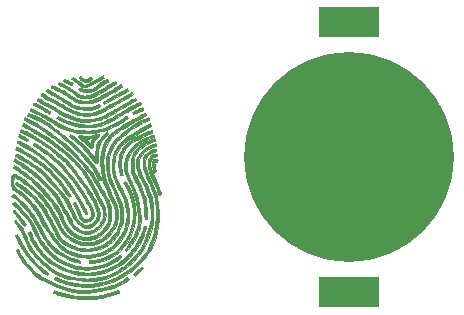
<source format=gbs>
G04 #@! TF.FileFunction,Soldermask,Bot*
%FSLAX46Y46*%
G04 Gerber Fmt 4.6, Leading zero omitted, Abs format (unit mm)*
G04 Created by KiCad (PCBNEW 4.0.6) date 08/28/18 17:36:48*
%MOMM*%
%LPD*%
G01*
G04 APERTURE LIST*
%ADD10C,0.100000*%
%ADD11C,0.010000*%
%ADD12C,17.780000*%
%ADD13R,5.080000X2.540000*%
G04 APERTURE END LIST*
D10*
D11*
G36*
X100970834Y-137551239D02*
X101146657Y-137491683D01*
X101219441Y-137456029D01*
X101335687Y-137395062D01*
X101483856Y-137315197D01*
X101652406Y-137222851D01*
X101829795Y-137124440D01*
X102004482Y-137026380D01*
X102164927Y-136935088D01*
X102299588Y-136856978D01*
X102396924Y-136798469D01*
X102420556Y-136783471D01*
X102444618Y-136754162D01*
X102435145Y-136705280D01*
X102411803Y-136656214D01*
X102376064Y-136591088D01*
X102354656Y-136559499D01*
X102353247Y-136558897D01*
X102324934Y-136574861D01*
X102251013Y-136617718D01*
X102140600Y-136682153D01*
X102002810Y-136762847D01*
X101885750Y-136831566D01*
X101581738Y-137006726D01*
X101328059Y-137145270D01*
X101123568Y-137247756D01*
X100967116Y-137314746D01*
X100857559Y-137346799D01*
X100823804Y-137349978D01*
X100771693Y-137339317D01*
X100698528Y-137304971D01*
X100597405Y-137242686D01*
X100461420Y-137148206D01*
X100283668Y-137017277D01*
X100282375Y-137016308D01*
X99837875Y-136683161D01*
X99764319Y-136767063D01*
X99722235Y-136828697D01*
X99713908Y-136871717D01*
X99716694Y-136875733D01*
X99749600Y-136901837D01*
X99824922Y-136959000D01*
X99933916Y-137040667D01*
X100067840Y-137140283D01*
X100198068Y-137236626D01*
X100362579Y-137357368D01*
X100485852Y-137445152D01*
X100577384Y-137505207D01*
X100646669Y-137542763D01*
X100703202Y-137563050D01*
X100756481Y-137571298D01*
X100808350Y-137572750D01*
X100970834Y-137551239D01*
X100970834Y-137551239D01*
G37*
X100970834Y-137551239D02*
X101146657Y-137491683D01*
X101219441Y-137456029D01*
X101335687Y-137395062D01*
X101483856Y-137315197D01*
X101652406Y-137222851D01*
X101829795Y-137124440D01*
X102004482Y-137026380D01*
X102164927Y-136935088D01*
X102299588Y-136856978D01*
X102396924Y-136798469D01*
X102420556Y-136783471D01*
X102444618Y-136754162D01*
X102435145Y-136705280D01*
X102411803Y-136656214D01*
X102376064Y-136591088D01*
X102354656Y-136559499D01*
X102353247Y-136558897D01*
X102324934Y-136574861D01*
X102251013Y-136617718D01*
X102140600Y-136682153D01*
X102002810Y-136762847D01*
X101885750Y-136831566D01*
X101581738Y-137006726D01*
X101328059Y-137145270D01*
X101123568Y-137247756D01*
X100967116Y-137314746D01*
X100857559Y-137346799D01*
X100823804Y-137349978D01*
X100771693Y-137339317D01*
X100698528Y-137304971D01*
X100597405Y-137242686D01*
X100461420Y-137148206D01*
X100283668Y-137017277D01*
X100282375Y-137016308D01*
X99837875Y-136683161D01*
X99764319Y-136767063D01*
X99722235Y-136828697D01*
X99713908Y-136871717D01*
X99716694Y-136875733D01*
X99749600Y-136901837D01*
X99824922Y-136959000D01*
X99933916Y-137040667D01*
X100067840Y-137140283D01*
X100198068Y-137236626D01*
X100362579Y-137357368D01*
X100485852Y-137445152D01*
X100577384Y-137505207D01*
X100646669Y-137542763D01*
X100703202Y-137563050D01*
X100756481Y-137571298D01*
X100808350Y-137572750D01*
X100970834Y-137551239D01*
G36*
X101039303Y-137087131D02*
X101216779Y-137027126D01*
X101258151Y-137003381D01*
X101369926Y-136919600D01*
X101445170Y-136836613D01*
X101472997Y-136766448D01*
X101473000Y-136765945D01*
X101449373Y-136738332D01*
X101392506Y-136695973D01*
X101391986Y-136695632D01*
X101332703Y-136661975D01*
X101297167Y-136668627D01*
X101263059Y-136710957D01*
X101162174Y-136803337D01*
X101022221Y-136860036D01*
X100899341Y-136874250D01*
X100812158Y-136866673D01*
X100741579Y-136835876D01*
X100662906Y-136769763D01*
X100640029Y-136747250D01*
X100570578Y-136678876D01*
X100522716Y-136633796D01*
X100508827Y-136622757D01*
X100479619Y-136634117D01*
X100417312Y-136657153D01*
X100354936Y-136686998D01*
X100330000Y-136712431D01*
X100352577Y-136760454D01*
X100410337Y-136832384D01*
X100488322Y-136913165D01*
X100571573Y-136987742D01*
X100645132Y-137041058D01*
X100668365Y-137053007D01*
X100849007Y-137096388D01*
X101039303Y-137087131D01*
X101039303Y-137087131D01*
G37*
X101039303Y-137087131D02*
X101216779Y-137027126D01*
X101258151Y-137003381D01*
X101369926Y-136919600D01*
X101445170Y-136836613D01*
X101472997Y-136766448D01*
X101473000Y-136765945D01*
X101449373Y-136738332D01*
X101392506Y-136695973D01*
X101391986Y-136695632D01*
X101332703Y-136661975D01*
X101297167Y-136668627D01*
X101263059Y-136710957D01*
X101162174Y-136803337D01*
X101022221Y-136860036D01*
X100899341Y-136874250D01*
X100812158Y-136866673D01*
X100741579Y-136835876D01*
X100662906Y-136769763D01*
X100640029Y-136747250D01*
X100570578Y-136678876D01*
X100522716Y-136633796D01*
X100508827Y-136622757D01*
X100479619Y-136634117D01*
X100417312Y-136657153D01*
X100354936Y-136686998D01*
X100330000Y-136712431D01*
X100352577Y-136760454D01*
X100410337Y-136832384D01*
X100488322Y-136913165D01*
X100571573Y-136987742D01*
X100645132Y-137041058D01*
X100668365Y-137053007D01*
X100849007Y-137096388D01*
X101039303Y-137087131D01*
G36*
X99782383Y-137355316D02*
X99803252Y-137303018D01*
X99820945Y-137236579D01*
X99830506Y-137205975D01*
X99806358Y-137187672D01*
X99737047Y-137150688D01*
X99635885Y-137101108D01*
X99516180Y-137045016D01*
X99391243Y-136988498D01*
X99274383Y-136937637D01*
X99178910Y-136898518D01*
X99118135Y-136877226D01*
X99106648Y-136875066D01*
X99074207Y-136901063D01*
X99039600Y-136965352D01*
X99037218Y-136971489D01*
X99018274Y-137030764D01*
X99026486Y-137067542D01*
X99073172Y-137098731D01*
X99143309Y-137129937D01*
X99247547Y-137174936D01*
X99380090Y-137232582D01*
X99503811Y-137286698D01*
X99613099Y-137332957D01*
X99700689Y-137366893D01*
X99749672Y-137382006D01*
X99752442Y-137382250D01*
X99782383Y-137355316D01*
X99782383Y-137355316D01*
G37*
X99782383Y-137355316D02*
X99803252Y-137303018D01*
X99820945Y-137236579D01*
X99830506Y-137205975D01*
X99806358Y-137187672D01*
X99737047Y-137150688D01*
X99635885Y-137101108D01*
X99516180Y-137045016D01*
X99391243Y-136988498D01*
X99274383Y-136937637D01*
X99178910Y-136898518D01*
X99118135Y-136877226D01*
X99106648Y-136875066D01*
X99074207Y-136901063D01*
X99039600Y-136965352D01*
X99037218Y-136971489D01*
X99018274Y-137030764D01*
X99026486Y-137067542D01*
X99073172Y-137098731D01*
X99143309Y-137129937D01*
X99247547Y-137174936D01*
X99380090Y-137232582D01*
X99503811Y-137286698D01*
X99613099Y-137332957D01*
X99700689Y-137366893D01*
X99749672Y-137382006D01*
X99752442Y-137382250D01*
X99782383Y-137355316D01*
G36*
X101305527Y-137951330D02*
X101524454Y-137902176D01*
X101715867Y-137815770D01*
X101862963Y-137713634D01*
X102055997Y-137559780D01*
X102210623Y-137440557D01*
X102336550Y-137349158D01*
X102443487Y-137278778D01*
X102541145Y-137222611D01*
X102620361Y-137182743D01*
X102723642Y-137130940D01*
X102800168Y-137087628D01*
X102835573Y-137061043D01*
X102836463Y-137058880D01*
X102825077Y-136997776D01*
X102792680Y-136930097D01*
X102753963Y-136882693D01*
X102735848Y-136874972D01*
X102688864Y-136889653D01*
X102604996Y-136927399D01*
X102504875Y-136978732D01*
X102244118Y-137133807D01*
X101999406Y-137311378D01*
X101854000Y-137432055D01*
X101668216Y-137576060D01*
X101493626Y-137671554D01*
X101311281Y-137725916D01*
X101102230Y-137746523D01*
X101044375Y-137747266D01*
X100894857Y-137744474D01*
X100786317Y-137733438D01*
X100696359Y-137709968D01*
X100602591Y-137669871D01*
X100585031Y-137661282D01*
X100487175Y-137615042D01*
X100427520Y-137596111D01*
X100388292Y-137601813D01*
X100354844Y-137626625D01*
X100309357Y-137682156D01*
X100309598Y-137732441D01*
X100360129Y-137784465D01*
X100465509Y-137845210D01*
X100512562Y-137868106D01*
X100617819Y-137915500D01*
X100704629Y-137945204D01*
X100794063Y-137961167D01*
X100907190Y-137967339D01*
X101044375Y-137967801D01*
X101305527Y-137951330D01*
X101305527Y-137951330D01*
G37*
X101305527Y-137951330D02*
X101524454Y-137902176D01*
X101715867Y-137815770D01*
X101862963Y-137713634D01*
X102055997Y-137559780D01*
X102210623Y-137440557D01*
X102336550Y-137349158D01*
X102443487Y-137278778D01*
X102541145Y-137222611D01*
X102620361Y-137182743D01*
X102723642Y-137130940D01*
X102800168Y-137087628D01*
X102835573Y-137061043D01*
X102836463Y-137058880D01*
X102825077Y-136997776D01*
X102792680Y-136930097D01*
X102753963Y-136882693D01*
X102735848Y-136874972D01*
X102688864Y-136889653D01*
X102604996Y-136927399D01*
X102504875Y-136978732D01*
X102244118Y-137133807D01*
X101999406Y-137311378D01*
X101854000Y-137432055D01*
X101668216Y-137576060D01*
X101493626Y-137671554D01*
X101311281Y-137725916D01*
X101102230Y-137746523D01*
X101044375Y-137747266D01*
X100894857Y-137744474D01*
X100786317Y-137733438D01*
X100696359Y-137709968D01*
X100602591Y-137669871D01*
X100585031Y-137661282D01*
X100487175Y-137615042D01*
X100427520Y-137596111D01*
X100388292Y-137601813D01*
X100354844Y-137626625D01*
X100309357Y-137682156D01*
X100309598Y-137732441D01*
X100360129Y-137784465D01*
X100465509Y-137845210D01*
X100512562Y-137868106D01*
X100617819Y-137915500D01*
X100704629Y-137945204D01*
X100794063Y-137961167D01*
X100907190Y-137967339D01*
X101044375Y-137967801D01*
X101305527Y-137951330D01*
G36*
X101023900Y-138480310D02*
X101291003Y-138435535D01*
X101567397Y-138349576D01*
X101860544Y-138219726D01*
X102177905Y-138043278D01*
X102439460Y-137876630D01*
X102614664Y-137762858D01*
X102813974Y-137638244D01*
X103009800Y-137519825D01*
X103139875Y-137444138D01*
X103272900Y-137368367D01*
X103384596Y-137304290D01*
X103464068Y-137258192D01*
X103500415Y-137236356D01*
X103501336Y-137235687D01*
X103499691Y-137202400D01*
X103478023Y-137140476D01*
X103447798Y-137076417D01*
X103420488Y-137036724D01*
X103413835Y-137033490D01*
X103380694Y-137048818D01*
X103303095Y-137090630D01*
X103191314Y-137153221D01*
X103055630Y-137230887D01*
X102997000Y-137264876D01*
X102820381Y-137369777D01*
X102631360Y-137485595D01*
X102452371Y-137598391D01*
X102305848Y-137694223D01*
X102303530Y-137695785D01*
X101954172Y-137912307D01*
X101622702Y-138079316D01*
X101312889Y-138195319D01*
X101028499Y-138258820D01*
X100852967Y-138271250D01*
X100652665Y-138257810D01*
X100477611Y-138212634D01*
X100309107Y-138128443D01*
X100128455Y-137997953D01*
X100107750Y-137981046D01*
X99640633Y-137637026D01*
X99137962Y-137344769D01*
X99007798Y-137280416D01*
X98863507Y-137212240D01*
X98765397Y-137169117D01*
X98702648Y-137148118D01*
X98664438Y-137146313D01*
X98639948Y-137160770D01*
X98626503Y-137177168D01*
X98592615Y-137235730D01*
X98590994Y-137285362D01*
X98628055Y-137333442D01*
X98710212Y-137387347D01*
X98843880Y-137454455D01*
X98883809Y-137473100D01*
X99346181Y-137715634D01*
X99761850Y-137994375D01*
X99933125Y-138130666D01*
X100102805Y-138266145D01*
X100246199Y-138361912D01*
X100379878Y-138425113D01*
X100520414Y-138462893D01*
X100684376Y-138482398D01*
X100758625Y-138486611D01*
X101023900Y-138480310D01*
X101023900Y-138480310D01*
G37*
X101023900Y-138480310D02*
X101291003Y-138435535D01*
X101567397Y-138349576D01*
X101860544Y-138219726D01*
X102177905Y-138043278D01*
X102439460Y-137876630D01*
X102614664Y-137762858D01*
X102813974Y-137638244D01*
X103009800Y-137519825D01*
X103139875Y-137444138D01*
X103272900Y-137368367D01*
X103384596Y-137304290D01*
X103464068Y-137258192D01*
X103500415Y-137236356D01*
X103501336Y-137235687D01*
X103499691Y-137202400D01*
X103478023Y-137140476D01*
X103447798Y-137076417D01*
X103420488Y-137036724D01*
X103413835Y-137033490D01*
X103380694Y-137048818D01*
X103303095Y-137090630D01*
X103191314Y-137153221D01*
X103055630Y-137230887D01*
X102997000Y-137264876D01*
X102820381Y-137369777D01*
X102631360Y-137485595D01*
X102452371Y-137598391D01*
X102305848Y-137694223D01*
X102303530Y-137695785D01*
X101954172Y-137912307D01*
X101622702Y-138079316D01*
X101312889Y-138195319D01*
X101028499Y-138258820D01*
X100852967Y-138271250D01*
X100652665Y-138257810D01*
X100477611Y-138212634D01*
X100309107Y-138128443D01*
X100128455Y-137997953D01*
X100107750Y-137981046D01*
X99640633Y-137637026D01*
X99137962Y-137344769D01*
X99007798Y-137280416D01*
X98863507Y-137212240D01*
X98765397Y-137169117D01*
X98702648Y-137148118D01*
X98664438Y-137146313D01*
X98639948Y-137160770D01*
X98626503Y-137177168D01*
X98592615Y-137235730D01*
X98590994Y-137285362D01*
X98628055Y-137333442D01*
X98710212Y-137387347D01*
X98843880Y-137454455D01*
X98883809Y-137473100D01*
X99346181Y-137715634D01*
X99761850Y-137994375D01*
X99933125Y-138130666D01*
X100102805Y-138266145D01*
X100246199Y-138361912D01*
X100379878Y-138425113D01*
X100520414Y-138462893D01*
X100684376Y-138482398D01*
X100758625Y-138486611D01*
X101023900Y-138480310D01*
G36*
X101078190Y-138930992D02*
X101325428Y-138906698D01*
X101498016Y-138874471D01*
X101636683Y-138839359D01*
X101747783Y-138804608D01*
X101848481Y-138762340D01*
X101955940Y-138704674D01*
X102087322Y-138623730D01*
X102192672Y-138555561D01*
X102306895Y-138485447D01*
X102461500Y-138396786D01*
X102639783Y-138298844D01*
X102825042Y-138200889D01*
X102913699Y-138155496D01*
X103108728Y-138054419D01*
X103303484Y-137949080D01*
X103489872Y-137844312D01*
X103659792Y-137744947D01*
X103805148Y-137655818D01*
X103917842Y-137581760D01*
X103989777Y-137527604D01*
X104013000Y-137499363D01*
X103995077Y-137456565D01*
X103955147Y-137398094D01*
X103897294Y-137324546D01*
X103629709Y-137499002D01*
X103509670Y-137572839D01*
X103348699Y-137665549D01*
X103162933Y-137768165D01*
X102968514Y-137871719D01*
X102838250Y-137938779D01*
X102644415Y-138039299D01*
X102445480Y-138146549D01*
X102258448Y-138251086D01*
X102100327Y-138343465D01*
X102020384Y-138392982D01*
X101831748Y-138506613D01*
X101661316Y-138589229D01*
X101492411Y-138645256D01*
X101308357Y-138679120D01*
X101092475Y-138695245D01*
X100869750Y-138698304D01*
X100639059Y-138692801D01*
X100453852Y-138674570D01*
X100296531Y-138638170D01*
X100149498Y-138578163D01*
X99995158Y-138489110D01*
X99832963Y-138377842D01*
X99621404Y-138227498D01*
X99446623Y-138107023D01*
X99295061Y-138007579D01*
X99153155Y-137920330D01*
X99007344Y-137836438D01*
X98971866Y-137816709D01*
X98868253Y-137761471D01*
X98738122Y-137695130D01*
X98593340Y-137623368D01*
X98445775Y-137551873D01*
X98307294Y-137486329D01*
X98189765Y-137432420D01*
X98105055Y-137395832D01*
X98065033Y-137382251D01*
X98064946Y-137382250D01*
X98040826Y-137407993D01*
X98015139Y-137467793D01*
X97996117Y-137535511D01*
X97991989Y-137585007D01*
X97998038Y-137594737D01*
X98037407Y-137611349D01*
X98121808Y-137648763D01*
X98238556Y-137701309D01*
X98365376Y-137758941D01*
X98663174Y-137903430D01*
X98945626Y-138059839D01*
X99232400Y-138239777D01*
X99536250Y-138449886D01*
X99738248Y-138591116D01*
X99904320Y-138697736D01*
X100046885Y-138776311D01*
X100178358Y-138833404D01*
X100311157Y-138875580D01*
X100369079Y-138890133D01*
X100576476Y-138923035D01*
X100820693Y-138936546D01*
X101078190Y-138930992D01*
X101078190Y-138930992D01*
G37*
X101078190Y-138930992D02*
X101325428Y-138906698D01*
X101498016Y-138874471D01*
X101636683Y-138839359D01*
X101747783Y-138804608D01*
X101848481Y-138762340D01*
X101955940Y-138704674D01*
X102087322Y-138623730D01*
X102192672Y-138555561D01*
X102306895Y-138485447D01*
X102461500Y-138396786D01*
X102639783Y-138298844D01*
X102825042Y-138200889D01*
X102913699Y-138155496D01*
X103108728Y-138054419D01*
X103303484Y-137949080D01*
X103489872Y-137844312D01*
X103659792Y-137744947D01*
X103805148Y-137655818D01*
X103917842Y-137581760D01*
X103989777Y-137527604D01*
X104013000Y-137499363D01*
X103995077Y-137456565D01*
X103955147Y-137398094D01*
X103897294Y-137324546D01*
X103629709Y-137499002D01*
X103509670Y-137572839D01*
X103348699Y-137665549D01*
X103162933Y-137768165D01*
X102968514Y-137871719D01*
X102838250Y-137938779D01*
X102644415Y-138039299D01*
X102445480Y-138146549D01*
X102258448Y-138251086D01*
X102100327Y-138343465D01*
X102020384Y-138392982D01*
X101831748Y-138506613D01*
X101661316Y-138589229D01*
X101492411Y-138645256D01*
X101308357Y-138679120D01*
X101092475Y-138695245D01*
X100869750Y-138698304D01*
X100639059Y-138692801D01*
X100453852Y-138674570D01*
X100296531Y-138638170D01*
X100149498Y-138578163D01*
X99995158Y-138489110D01*
X99832963Y-138377842D01*
X99621404Y-138227498D01*
X99446623Y-138107023D01*
X99295061Y-138007579D01*
X99153155Y-137920330D01*
X99007344Y-137836438D01*
X98971866Y-137816709D01*
X98868253Y-137761471D01*
X98738122Y-137695130D01*
X98593340Y-137623368D01*
X98445775Y-137551873D01*
X98307294Y-137486329D01*
X98189765Y-137432420D01*
X98105055Y-137395832D01*
X98065033Y-137382251D01*
X98064946Y-137382250D01*
X98040826Y-137407993D01*
X98015139Y-137467793D01*
X97996117Y-137535511D01*
X97991989Y-137585007D01*
X97998038Y-137594737D01*
X98037407Y-137611349D01*
X98121808Y-137648763D01*
X98238556Y-137701309D01*
X98365376Y-137758941D01*
X98663174Y-137903430D01*
X98945626Y-138059839D01*
X99232400Y-138239777D01*
X99536250Y-138449886D01*
X99738248Y-138591116D01*
X99904320Y-138697736D01*
X100046885Y-138776311D01*
X100178358Y-138833404D01*
X100311157Y-138875580D01*
X100369079Y-138890133D01*
X100576476Y-138923035D01*
X100820693Y-138936546D01*
X101078190Y-138930992D01*
G36*
X102746682Y-138851033D02*
X102943920Y-138734272D01*
X103166192Y-138605520D01*
X103400729Y-138471928D01*
X103634763Y-138340646D01*
X103855526Y-138218823D01*
X104050250Y-138113609D01*
X104206165Y-138032153D01*
X104235250Y-138017503D01*
X104353057Y-137958230D01*
X104447559Y-137909740D01*
X104505627Y-137878816D01*
X104517336Y-137871703D01*
X104515569Y-137837549D01*
X104493785Y-137774978D01*
X104463486Y-137710698D01*
X104436171Y-137671419D01*
X104429835Y-137668493D01*
X104396322Y-137682716D01*
X104316681Y-137721684D01*
X104200871Y-137780373D01*
X104058853Y-137853760D01*
X103961907Y-137904492D01*
X103792332Y-137995165D01*
X103604472Y-138098204D01*
X103406130Y-138209062D01*
X103205108Y-138323196D01*
X103009209Y-138436058D01*
X102826235Y-138543105D01*
X102663988Y-138639791D01*
X102530271Y-138721570D01*
X102432886Y-138783897D01*
X102379636Y-138822228D01*
X102372076Y-138830653D01*
X102383450Y-138873287D01*
X102421997Y-138934764D01*
X102480490Y-139010903D01*
X102746682Y-138851033D01*
X102746682Y-138851033D01*
G37*
X102746682Y-138851033D02*
X102943920Y-138734272D01*
X103166192Y-138605520D01*
X103400729Y-138471928D01*
X103634763Y-138340646D01*
X103855526Y-138218823D01*
X104050250Y-138113609D01*
X104206165Y-138032153D01*
X104235250Y-138017503D01*
X104353057Y-137958230D01*
X104447559Y-137909740D01*
X104505627Y-137878816D01*
X104517336Y-137871703D01*
X104515569Y-137837549D01*
X104493785Y-137774978D01*
X104463486Y-137710698D01*
X104436171Y-137671419D01*
X104429835Y-137668493D01*
X104396322Y-137682716D01*
X104316681Y-137721684D01*
X104200871Y-137780373D01*
X104058853Y-137853760D01*
X103961907Y-137904492D01*
X103792332Y-137995165D01*
X103604472Y-138098204D01*
X103406130Y-138209062D01*
X103205108Y-138323196D01*
X103009209Y-138436058D01*
X102826235Y-138543105D01*
X102663988Y-138639791D01*
X102530271Y-138721570D01*
X102432886Y-138783897D01*
X102379636Y-138822228D01*
X102372076Y-138830653D01*
X102383450Y-138873287D01*
X102421997Y-138934764D01*
X102480490Y-139010903D01*
X102746682Y-138851033D01*
G36*
X101265124Y-139454320D02*
X101660137Y-139372568D01*
X101901324Y-139291646D01*
X102032750Y-139234795D01*
X102107637Y-139183604D01*
X102131674Y-139131103D01*
X102110554Y-139070320D01*
X102097602Y-139051247D01*
X102071469Y-139020760D01*
X102040690Y-139009744D01*
X101989411Y-139019494D01*
X101901780Y-139051308D01*
X101850622Y-139071442D01*
X101644495Y-139146273D01*
X101459176Y-139195958D01*
X101271214Y-139224667D01*
X101057157Y-139236573D01*
X100917375Y-139237457D01*
X100546537Y-139215164D01*
X100208026Y-139150443D01*
X99884018Y-139039818D01*
X99867059Y-139032671D01*
X99795288Y-138995929D01*
X99680769Y-138929810D01*
X99533435Y-138840391D01*
X99363216Y-138733754D01*
X99180045Y-138615975D01*
X99091750Y-138558133D01*
X98901812Y-138434615D01*
X98701597Y-138307376D01*
X98498836Y-138181036D01*
X98301262Y-138060218D01*
X98116605Y-137949544D01*
X97952598Y-137853636D01*
X97816973Y-137777116D01*
X97717461Y-137724606D01*
X97661795Y-137700728D01*
X97655877Y-137699771D01*
X97627199Y-137725016D01*
X97588051Y-137786583D01*
X97584059Y-137794161D01*
X97535237Y-137888571D01*
X97670556Y-137957184D01*
X97781298Y-138016976D01*
X97933884Y-138104482D01*
X98116950Y-138212762D01*
X98319129Y-138334876D01*
X98529056Y-138463884D01*
X98735365Y-138592847D01*
X98926691Y-138714824D01*
X99091668Y-138822875D01*
X99125748Y-138845740D01*
X99381485Y-139012710D01*
X99603497Y-139143560D01*
X99805526Y-139244351D01*
X100001315Y-139321145D01*
X100204603Y-139380002D01*
X100429134Y-139426984D01*
X100453221Y-139431251D01*
X100864678Y-139473702D01*
X101265124Y-139454320D01*
X101265124Y-139454320D01*
G37*
X101265124Y-139454320D02*
X101660137Y-139372568D01*
X101901324Y-139291646D01*
X102032750Y-139234795D01*
X102107637Y-139183604D01*
X102131674Y-139131103D01*
X102110554Y-139070320D01*
X102097602Y-139051247D01*
X102071469Y-139020760D01*
X102040690Y-139009744D01*
X101989411Y-139019494D01*
X101901780Y-139051308D01*
X101850622Y-139071442D01*
X101644495Y-139146273D01*
X101459176Y-139195958D01*
X101271214Y-139224667D01*
X101057157Y-139236573D01*
X100917375Y-139237457D01*
X100546537Y-139215164D01*
X100208026Y-139150443D01*
X99884018Y-139039818D01*
X99867059Y-139032671D01*
X99795288Y-138995929D01*
X99680769Y-138929810D01*
X99533435Y-138840391D01*
X99363216Y-138733754D01*
X99180045Y-138615975D01*
X99091750Y-138558133D01*
X98901812Y-138434615D01*
X98701597Y-138307376D01*
X98498836Y-138181036D01*
X98301262Y-138060218D01*
X98116605Y-137949544D01*
X97952598Y-137853636D01*
X97816973Y-137777116D01*
X97717461Y-137724606D01*
X97661795Y-137700728D01*
X97655877Y-137699771D01*
X97627199Y-137725016D01*
X97588051Y-137786583D01*
X97584059Y-137794161D01*
X97535237Y-137888571D01*
X97670556Y-137957184D01*
X97781298Y-138016976D01*
X97933884Y-138104482D01*
X98116950Y-138212762D01*
X98319129Y-138334876D01*
X98529056Y-138463884D01*
X98735365Y-138592847D01*
X98926691Y-138714824D01*
X99091668Y-138822875D01*
X99125748Y-138845740D01*
X99381485Y-139012710D01*
X99603497Y-139143560D01*
X99805526Y-139244351D01*
X100001315Y-139321145D01*
X100204603Y-139380002D01*
X100429134Y-139426984D01*
X100453221Y-139431251D01*
X100864678Y-139473702D01*
X101265124Y-139454320D01*
G36*
X101192350Y-139964415D02*
X101387109Y-139952977D01*
X101563015Y-139927913D01*
X101733804Y-139885577D01*
X101913213Y-139822322D01*
X102114981Y-139734505D01*
X102352843Y-139618478D01*
X102439015Y-139574700D01*
X102637528Y-139470873D01*
X102871911Y-139344579D01*
X103123597Y-139206051D01*
X103374021Y-139065520D01*
X103604617Y-138933217D01*
X103632000Y-138917255D01*
X103839354Y-138796409D01*
X104050306Y-138673965D01*
X104251411Y-138557690D01*
X104429221Y-138455353D01*
X104570290Y-138374725D01*
X104607603Y-138353576D01*
X104932331Y-138170105D01*
X104884600Y-138077803D01*
X104845399Y-138014536D01*
X104814717Y-137985676D01*
X104813160Y-137985500D01*
X104779737Y-138000713D01*
X104699965Y-138043204D01*
X104582343Y-138108259D01*
X104435371Y-138191160D01*
X104267548Y-138287191D01*
X104218663Y-138315395D01*
X104011316Y-138435456D01*
X103789535Y-138564255D01*
X103571351Y-138691295D01*
X103374799Y-138806076D01*
X103237972Y-138886300D01*
X103008925Y-139017350D01*
X102767058Y-139149324D01*
X102522128Y-139277429D01*
X102283890Y-139396878D01*
X102062101Y-139502879D01*
X101866516Y-139590643D01*
X101706890Y-139655379D01*
X101600000Y-139690528D01*
X101429579Y-139722218D01*
X101213517Y-139739501D01*
X100996750Y-139743484D01*
X100741604Y-139735371D01*
X100505299Y-139709624D01*
X100277308Y-139662726D01*
X100047106Y-139591157D01*
X99804166Y-139491400D01*
X99537962Y-139359934D01*
X99237969Y-139193243D01*
X99089191Y-139105830D01*
X98913252Y-139002854D01*
X98700683Y-138881247D01*
X98464538Y-138748231D01*
X98217874Y-138611022D01*
X97973747Y-138476842D01*
X97745212Y-138352908D01*
X97545327Y-138246440D01*
X97387147Y-138164657D01*
X97386052Y-138164105D01*
X97220230Y-138080558D01*
X97167543Y-138182443D01*
X97140051Y-138251008D01*
X97139062Y-138290973D01*
X97142865Y-138293802D01*
X97190297Y-138315754D01*
X97284850Y-138364305D01*
X97418290Y-138434939D01*
X97582384Y-138523136D01*
X97768901Y-138624380D01*
X97969606Y-138734154D01*
X98176268Y-138847939D01*
X98380653Y-138961218D01*
X98574528Y-139069473D01*
X98749661Y-139168187D01*
X98897819Y-139252842D01*
X99007681Y-139317079D01*
X99323864Y-139499866D01*
X99601458Y-139646409D01*
X99851315Y-139760308D01*
X100084293Y-139845159D01*
X100311246Y-139904560D01*
X100543029Y-139942111D01*
X100790497Y-139961410D01*
X100965000Y-139965871D01*
X101192350Y-139964415D01*
X101192350Y-139964415D01*
G37*
X101192350Y-139964415D02*
X101387109Y-139952977D01*
X101563015Y-139927913D01*
X101733804Y-139885577D01*
X101913213Y-139822322D01*
X102114981Y-139734505D01*
X102352843Y-139618478D01*
X102439015Y-139574700D01*
X102637528Y-139470873D01*
X102871911Y-139344579D01*
X103123597Y-139206051D01*
X103374021Y-139065520D01*
X103604617Y-138933217D01*
X103632000Y-138917255D01*
X103839354Y-138796409D01*
X104050306Y-138673965D01*
X104251411Y-138557690D01*
X104429221Y-138455353D01*
X104570290Y-138374725D01*
X104607603Y-138353576D01*
X104932331Y-138170105D01*
X104884600Y-138077803D01*
X104845399Y-138014536D01*
X104814717Y-137985676D01*
X104813160Y-137985500D01*
X104779737Y-138000713D01*
X104699965Y-138043204D01*
X104582343Y-138108259D01*
X104435371Y-138191160D01*
X104267548Y-138287191D01*
X104218663Y-138315395D01*
X104011316Y-138435456D01*
X103789535Y-138564255D01*
X103571351Y-138691295D01*
X103374799Y-138806076D01*
X103237972Y-138886300D01*
X103008925Y-139017350D01*
X102767058Y-139149324D01*
X102522128Y-139277429D01*
X102283890Y-139396878D01*
X102062101Y-139502879D01*
X101866516Y-139590643D01*
X101706890Y-139655379D01*
X101600000Y-139690528D01*
X101429579Y-139722218D01*
X101213517Y-139739501D01*
X100996750Y-139743484D01*
X100741604Y-139735371D01*
X100505299Y-139709624D01*
X100277308Y-139662726D01*
X100047106Y-139591157D01*
X99804166Y-139491400D01*
X99537962Y-139359934D01*
X99237969Y-139193243D01*
X99089191Y-139105830D01*
X98913252Y-139002854D01*
X98700683Y-138881247D01*
X98464538Y-138748231D01*
X98217874Y-138611022D01*
X97973747Y-138476842D01*
X97745212Y-138352908D01*
X97545327Y-138246440D01*
X97387147Y-138164657D01*
X97386052Y-138164105D01*
X97220230Y-138080558D01*
X97167543Y-138182443D01*
X97140051Y-138251008D01*
X97139062Y-138290973D01*
X97142865Y-138293802D01*
X97190297Y-138315754D01*
X97284850Y-138364305D01*
X97418290Y-138434939D01*
X97582384Y-138523136D01*
X97768901Y-138624380D01*
X97969606Y-138734154D01*
X98176268Y-138847939D01*
X98380653Y-138961218D01*
X98574528Y-139069473D01*
X98749661Y-139168187D01*
X98897819Y-139252842D01*
X99007681Y-139317079D01*
X99323864Y-139499866D01*
X99601458Y-139646409D01*
X99851315Y-139760308D01*
X100084293Y-139845159D01*
X100311246Y-139904560D01*
X100543029Y-139942111D01*
X100790497Y-139961410D01*
X100965000Y-139965871D01*
X101192350Y-139964415D01*
G36*
X101584688Y-140435773D02*
X102004817Y-140348012D01*
X102150431Y-140307051D01*
X102291983Y-140259671D01*
X102437673Y-140201908D01*
X102595700Y-140129799D01*
X102774264Y-140039382D01*
X102981564Y-139926694D01*
X103225799Y-139787771D01*
X103515170Y-139618651D01*
X103520875Y-139615287D01*
X103747891Y-139482078D01*
X103990799Y-139340722D01*
X104233561Y-139200471D01*
X104460139Y-139070579D01*
X104654495Y-138960296D01*
X104718491Y-138924379D01*
X105217607Y-138645437D01*
X105170113Y-138553594D01*
X105131200Y-138490656D01*
X105101060Y-138462270D01*
X105099622Y-138462134D01*
X105066881Y-138477306D01*
X104986578Y-138519833D01*
X104866274Y-138585550D01*
X104713533Y-138670294D01*
X104535918Y-138769899D01*
X104362250Y-138868127D01*
X104131810Y-138999419D01*
X103885813Y-139140359D01*
X103640278Y-139281714D01*
X103411224Y-139414253D01*
X103214672Y-139528744D01*
X103145075Y-139569574D01*
X102852856Y-139737990D01*
X102600948Y-139873948D01*
X102377834Y-139981676D01*
X102171993Y-140065401D01*
X101971908Y-140129353D01*
X101766059Y-140177758D01*
X101542928Y-140214845D01*
X101311058Y-140242753D01*
X100926126Y-140261371D01*
X100543532Y-140234489D01*
X100157348Y-140160378D01*
X99761648Y-140037312D01*
X99350508Y-139863564D01*
X98918001Y-139637405D01*
X98615500Y-139457058D01*
X98443085Y-139351784D01*
X98249599Y-139237184D01*
X98042882Y-139117555D01*
X97830775Y-138997197D01*
X97621119Y-138880408D01*
X97421755Y-138771485D01*
X97240522Y-138674728D01*
X97085263Y-138594435D01*
X96963818Y-138534905D01*
X96884027Y-138500435D01*
X96857861Y-138493500D01*
X96837712Y-138519207D01*
X96810226Y-138578394D01*
X96786065Y-138644166D01*
X96775892Y-138689624D01*
X96777663Y-138695803D01*
X96808446Y-138712729D01*
X96886677Y-138753903D01*
X97003297Y-138814610D01*
X97149246Y-138890134D01*
X97313750Y-138974875D01*
X97516357Y-139082275D01*
X97751761Y-139212288D01*
X97999331Y-139353204D01*
X98238441Y-139493309D01*
X98413731Y-139599379D01*
X98602740Y-139714027D01*
X98790583Y-139824587D01*
X98964548Y-139923824D01*
X99111920Y-140004501D01*
X99219985Y-140059381D01*
X99230366Y-140064190D01*
X99715245Y-140258353D01*
X100187813Y-140392050D01*
X100653374Y-140465824D01*
X101117232Y-140480218D01*
X101584688Y-140435773D01*
X101584688Y-140435773D01*
G37*
X101584688Y-140435773D02*
X102004817Y-140348012D01*
X102150431Y-140307051D01*
X102291983Y-140259671D01*
X102437673Y-140201908D01*
X102595700Y-140129799D01*
X102774264Y-140039382D01*
X102981564Y-139926694D01*
X103225799Y-139787771D01*
X103515170Y-139618651D01*
X103520875Y-139615287D01*
X103747891Y-139482078D01*
X103990799Y-139340722D01*
X104233561Y-139200471D01*
X104460139Y-139070579D01*
X104654495Y-138960296D01*
X104718491Y-138924379D01*
X105217607Y-138645437D01*
X105170113Y-138553594D01*
X105131200Y-138490656D01*
X105101060Y-138462270D01*
X105099622Y-138462134D01*
X105066881Y-138477306D01*
X104986578Y-138519833D01*
X104866274Y-138585550D01*
X104713533Y-138670294D01*
X104535918Y-138769899D01*
X104362250Y-138868127D01*
X104131810Y-138999419D01*
X103885813Y-139140359D01*
X103640278Y-139281714D01*
X103411224Y-139414253D01*
X103214672Y-139528744D01*
X103145075Y-139569574D01*
X102852856Y-139737990D01*
X102600948Y-139873948D01*
X102377834Y-139981676D01*
X102171993Y-140065401D01*
X101971908Y-140129353D01*
X101766059Y-140177758D01*
X101542928Y-140214845D01*
X101311058Y-140242753D01*
X100926126Y-140261371D01*
X100543532Y-140234489D01*
X100157348Y-140160378D01*
X99761648Y-140037312D01*
X99350508Y-139863564D01*
X98918001Y-139637405D01*
X98615500Y-139457058D01*
X98443085Y-139351784D01*
X98249599Y-139237184D01*
X98042882Y-139117555D01*
X97830775Y-138997197D01*
X97621119Y-138880408D01*
X97421755Y-138771485D01*
X97240522Y-138674728D01*
X97085263Y-138594435D01*
X96963818Y-138534905D01*
X96884027Y-138500435D01*
X96857861Y-138493500D01*
X96837712Y-138519207D01*
X96810226Y-138578394D01*
X96786065Y-138644166D01*
X96775892Y-138689624D01*
X96777663Y-138695803D01*
X96808446Y-138712729D01*
X96886677Y-138753903D01*
X97003297Y-138814610D01*
X97149246Y-138890134D01*
X97313750Y-138974875D01*
X97516357Y-139082275D01*
X97751761Y-139212288D01*
X97999331Y-139353204D01*
X98238441Y-139493309D01*
X98413731Y-139599379D01*
X98602740Y-139714027D01*
X98790583Y-139824587D01*
X98964548Y-139923824D01*
X99111920Y-140004501D01*
X99219985Y-140059381D01*
X99230366Y-140064190D01*
X99715245Y-140258353D01*
X100187813Y-140392050D01*
X100653374Y-140465824D01*
X101117232Y-140480218D01*
X101584688Y-140435773D01*
G36*
X101359690Y-140943867D02*
X101652192Y-140919044D01*
X101930853Y-140873973D01*
X102204648Y-140805627D01*
X102482549Y-140710981D01*
X102773530Y-140587007D01*
X103086564Y-140430680D01*
X103430626Y-140238973D01*
X103784773Y-140027225D01*
X103978300Y-139908654D01*
X104185725Y-139781633D01*
X104387940Y-139657859D01*
X104565841Y-139549027D01*
X104647805Y-139498917D01*
X104817655Y-139398475D01*
X105001968Y-139294961D01*
X105177244Y-139201294D01*
X105306618Y-139136674D01*
X105428847Y-139077647D01*
X105526209Y-139028484D01*
X105586636Y-138995411D01*
X105600500Y-138985100D01*
X105584980Y-138932483D01*
X105549511Y-138869642D01*
X105510729Y-138822920D01*
X105492216Y-138813610D01*
X105448808Y-138827553D01*
X105364356Y-138862246D01*
X105255051Y-138910946D01*
X105224098Y-138925285D01*
X105120534Y-138974888D01*
X105015723Y-139028084D01*
X104902489Y-139089037D01*
X104773656Y-139161911D01*
X104622045Y-139250868D01*
X104440480Y-139360072D01*
X104221784Y-139493687D01*
X103958781Y-139655876D01*
X103870125Y-139710753D01*
X103492859Y-139939518D01*
X103156990Y-140131715D01*
X102854495Y-140290649D01*
X102577351Y-140419627D01*
X102317536Y-140521956D01*
X102067028Y-140600941D01*
X101817803Y-140659890D01*
X101561840Y-140702109D01*
X101425375Y-140718343D01*
X101001938Y-140736365D01*
X100557021Y-140706054D01*
X100107807Y-140629450D01*
X99677878Y-140510739D01*
X99529123Y-140456230D01*
X99355477Y-140384974D01*
X99172212Y-140304048D01*
X98994604Y-140220527D01*
X98837927Y-140141486D01*
X98717455Y-140074001D01*
X98674078Y-140045746D01*
X98575721Y-139975710D01*
X98516941Y-140052168D01*
X98474965Y-140112908D01*
X98457455Y-140150139D01*
X98483640Y-140179623D01*
X98555908Y-140230325D01*
X98663184Y-140295799D01*
X98794391Y-140369604D01*
X98938455Y-140445295D01*
X99084299Y-140516428D01*
X99097986Y-140522780D01*
X99549619Y-140707489D01*
X99992695Y-140837798D01*
X100444197Y-140917448D01*
X100921104Y-140950179D01*
X101044375Y-140951469D01*
X101359690Y-140943867D01*
X101359690Y-140943867D01*
G37*
X101359690Y-140943867D02*
X101652192Y-140919044D01*
X101930853Y-140873973D01*
X102204648Y-140805627D01*
X102482549Y-140710981D01*
X102773530Y-140587007D01*
X103086564Y-140430680D01*
X103430626Y-140238973D01*
X103784773Y-140027225D01*
X103978300Y-139908654D01*
X104185725Y-139781633D01*
X104387940Y-139657859D01*
X104565841Y-139549027D01*
X104647805Y-139498917D01*
X104817655Y-139398475D01*
X105001968Y-139294961D01*
X105177244Y-139201294D01*
X105306618Y-139136674D01*
X105428847Y-139077647D01*
X105526209Y-139028484D01*
X105586636Y-138995411D01*
X105600500Y-138985100D01*
X105584980Y-138932483D01*
X105549511Y-138869642D01*
X105510729Y-138822920D01*
X105492216Y-138813610D01*
X105448808Y-138827553D01*
X105364356Y-138862246D01*
X105255051Y-138910946D01*
X105224098Y-138925285D01*
X105120534Y-138974888D01*
X105015723Y-139028084D01*
X104902489Y-139089037D01*
X104773656Y-139161911D01*
X104622045Y-139250868D01*
X104440480Y-139360072D01*
X104221784Y-139493687D01*
X103958781Y-139655876D01*
X103870125Y-139710753D01*
X103492859Y-139939518D01*
X103156990Y-140131715D01*
X102854495Y-140290649D01*
X102577351Y-140419627D01*
X102317536Y-140521956D01*
X102067028Y-140600941D01*
X101817803Y-140659890D01*
X101561840Y-140702109D01*
X101425375Y-140718343D01*
X101001938Y-140736365D01*
X100557021Y-140706054D01*
X100107807Y-140629450D01*
X99677878Y-140510739D01*
X99529123Y-140456230D01*
X99355477Y-140384974D01*
X99172212Y-140304048D01*
X98994604Y-140220527D01*
X98837927Y-140141486D01*
X98717455Y-140074001D01*
X98674078Y-140045746D01*
X98575721Y-139975710D01*
X98516941Y-140052168D01*
X98474965Y-140112908D01*
X98457455Y-140150139D01*
X98483640Y-140179623D01*
X98555908Y-140230325D01*
X98663184Y-140295799D01*
X98794391Y-140369604D01*
X98938455Y-140445295D01*
X99084299Y-140516428D01*
X99097986Y-140522780D01*
X99549619Y-140707489D01*
X99992695Y-140837798D01*
X100444197Y-140917448D01*
X100921104Y-140950179D01*
X101044375Y-140951469D01*
X101359690Y-140943867D01*
G36*
X97878710Y-139769314D02*
X97910951Y-139715511D01*
X97938539Y-139651640D01*
X97948750Y-139606159D01*
X97921962Y-139583823D01*
X97847064Y-139536864D01*
X97732253Y-139470018D01*
X97585726Y-139388016D01*
X97415678Y-139295594D01*
X97353437Y-139262359D01*
X97119913Y-139137945D01*
X96936474Y-139040203D01*
X96796778Y-138966679D01*
X96694482Y-138914921D01*
X96623245Y-138882474D01*
X96576725Y-138866885D01*
X96548580Y-138865702D01*
X96532468Y-138876469D01*
X96522047Y-138896735D01*
X96510975Y-138924045D01*
X96505937Y-138934496D01*
X96477224Y-139005658D01*
X96486188Y-139046550D01*
X96497023Y-139056658D01*
X96531528Y-139076932D01*
X96612446Y-139121890D01*
X96730152Y-139186345D01*
X96875023Y-139265113D01*
X97037435Y-139353008D01*
X97207763Y-139444845D01*
X97376382Y-139535440D01*
X97533670Y-139619605D01*
X97670002Y-139692158D01*
X97775754Y-139747911D01*
X97841301Y-139781681D01*
X97854693Y-139788135D01*
X97878710Y-139769314D01*
X97878710Y-139769314D01*
G37*
X97878710Y-139769314D02*
X97910951Y-139715511D01*
X97938539Y-139651640D01*
X97948750Y-139606159D01*
X97921962Y-139583823D01*
X97847064Y-139536864D01*
X97732253Y-139470018D01*
X97585726Y-139388016D01*
X97415678Y-139295594D01*
X97353437Y-139262359D01*
X97119913Y-139137945D01*
X96936474Y-139040203D01*
X96796778Y-138966679D01*
X96694482Y-138914921D01*
X96623245Y-138882474D01*
X96576725Y-138866885D01*
X96548580Y-138865702D01*
X96532468Y-138876469D01*
X96522047Y-138896735D01*
X96510975Y-138924045D01*
X96505937Y-138934496D01*
X96477224Y-139005658D01*
X96486188Y-139046550D01*
X96497023Y-139056658D01*
X96531528Y-139076932D01*
X96612446Y-139121890D01*
X96730152Y-139186345D01*
X96875023Y-139265113D01*
X97037435Y-139353008D01*
X97207763Y-139444845D01*
X97376382Y-139535440D01*
X97533670Y-139619605D01*
X97670002Y-139692158D01*
X97775754Y-139747911D01*
X97841301Y-139781681D01*
X97854693Y-139788135D01*
X97878710Y-139769314D01*
G36*
X105003239Y-139840974D02*
X105050672Y-139821855D01*
X105139158Y-139782859D01*
X105255681Y-139730043D01*
X105387223Y-139669462D01*
X105520770Y-139607174D01*
X105643303Y-139549233D01*
X105741806Y-139501696D01*
X105803263Y-139470619D01*
X105816938Y-139462396D01*
X105810500Y-139432330D01*
X105785336Y-139372628D01*
X105753432Y-139308274D01*
X105726774Y-139264249D01*
X105718747Y-139257733D01*
X105689091Y-139271313D01*
X105612384Y-139307138D01*
X105498999Y-139360344D01*
X105359309Y-139426069D01*
X105298875Y-139454547D01*
X105151038Y-139524425D01*
X105024901Y-139584395D01*
X104931018Y-139629411D01*
X104879945Y-139654428D01*
X104873913Y-139657672D01*
X104876356Y-139689352D01*
X104898618Y-139755207D01*
X104901914Y-139763293D01*
X104940126Y-139830049D01*
X104984853Y-139845234D01*
X105003239Y-139840974D01*
X105003239Y-139840974D01*
G37*
X105003239Y-139840974D02*
X105050672Y-139821855D01*
X105139158Y-139782859D01*
X105255681Y-139730043D01*
X105387223Y-139669462D01*
X105520770Y-139607174D01*
X105643303Y-139549233D01*
X105741806Y-139501696D01*
X105803263Y-139470619D01*
X105816938Y-139462396D01*
X105810500Y-139432330D01*
X105785336Y-139372628D01*
X105753432Y-139308274D01*
X105726774Y-139264249D01*
X105718747Y-139257733D01*
X105689091Y-139271313D01*
X105612384Y-139307138D01*
X105498999Y-139360344D01*
X105359309Y-139426069D01*
X105298875Y-139454547D01*
X105151038Y-139524425D01*
X105024901Y-139584395D01*
X104931018Y-139629411D01*
X104879945Y-139654428D01*
X104873913Y-139657672D01*
X104876356Y-139689352D01*
X104898618Y-139755207D01*
X104901914Y-139763293D01*
X104940126Y-139830049D01*
X104984853Y-139845234D01*
X105003239Y-139840974D01*
G36*
X101187814Y-141439680D02*
X101458178Y-141424886D01*
X101694912Y-141400185D01*
X101719092Y-141396713D01*
X102212993Y-141297124D01*
X102712753Y-141146918D01*
X103198504Y-140953185D01*
X103650375Y-140723013D01*
X103717143Y-140683911D01*
X103875389Y-140586167D01*
X104032884Y-140483156D01*
X104180431Y-140381538D01*
X104308831Y-140287972D01*
X104408888Y-140209118D01*
X104471403Y-140151635D01*
X104488203Y-140125609D01*
X104467525Y-140080295D01*
X104425111Y-140032798D01*
X104380919Y-139998077D01*
X104343334Y-139996062D01*
X104288520Y-140029459D01*
X104258624Y-140051689D01*
X103763301Y-140389574D01*
X103252176Y-140671814D01*
X102729012Y-140897665D01*
X102197573Y-141066382D01*
X101661622Y-141177220D01*
X101124923Y-141229433D01*
X100591238Y-141222277D01*
X100064332Y-141155006D01*
X99547967Y-141026876D01*
X99466035Y-141000497D01*
X99291242Y-140938094D01*
X99121453Y-140867430D01*
X98945110Y-140782632D01*
X98750656Y-140677825D01*
X98526537Y-140547134D01*
X98290802Y-140403078D01*
X98096134Y-140284548D01*
X97878216Y-140155479D01*
X97660533Y-140029572D01*
X97466568Y-139920529D01*
X97421704Y-139895971D01*
X97258423Y-139809363D01*
X97080683Y-139718641D01*
X96898445Y-139628503D01*
X96721667Y-139543644D01*
X96560310Y-139468760D01*
X96424331Y-139408549D01*
X96323691Y-139367705D01*
X96268349Y-139350925D01*
X96265462Y-139350750D01*
X96231694Y-139377131D01*
X96200534Y-139435296D01*
X96185056Y-139503530D01*
X96193382Y-139542245D01*
X96230849Y-139563589D01*
X96313710Y-139604620D01*
X96429333Y-139659239D01*
X96551750Y-139715326D01*
X96853540Y-139858893D01*
X97186983Y-140029919D01*
X97532809Y-140217922D01*
X97871748Y-140412422D01*
X98184532Y-140602938D01*
X98189894Y-140606323D01*
X98525451Y-140810643D01*
X98828147Y-140976812D01*
X99111342Y-141110218D01*
X99388398Y-141216252D01*
X99672675Y-141300301D01*
X99977532Y-141367756D01*
X100155375Y-141399173D01*
X100367601Y-141424313D01*
X100623260Y-141439424D01*
X100903086Y-141444536D01*
X101187814Y-141439680D01*
X101187814Y-141439680D01*
G37*
X101187814Y-141439680D02*
X101458178Y-141424886D01*
X101694912Y-141400185D01*
X101719092Y-141396713D01*
X102212993Y-141297124D01*
X102712753Y-141146918D01*
X103198504Y-140953185D01*
X103650375Y-140723013D01*
X103717143Y-140683911D01*
X103875389Y-140586167D01*
X104032884Y-140483156D01*
X104180431Y-140381538D01*
X104308831Y-140287972D01*
X104408888Y-140209118D01*
X104471403Y-140151635D01*
X104488203Y-140125609D01*
X104467525Y-140080295D01*
X104425111Y-140032798D01*
X104380919Y-139998077D01*
X104343334Y-139996062D01*
X104288520Y-140029459D01*
X104258624Y-140051689D01*
X103763301Y-140389574D01*
X103252176Y-140671814D01*
X102729012Y-140897665D01*
X102197573Y-141066382D01*
X101661622Y-141177220D01*
X101124923Y-141229433D01*
X100591238Y-141222277D01*
X100064332Y-141155006D01*
X99547967Y-141026876D01*
X99466035Y-141000497D01*
X99291242Y-140938094D01*
X99121453Y-140867430D01*
X98945110Y-140782632D01*
X98750656Y-140677825D01*
X98526537Y-140547134D01*
X98290802Y-140403078D01*
X98096134Y-140284548D01*
X97878216Y-140155479D01*
X97660533Y-140029572D01*
X97466568Y-139920529D01*
X97421704Y-139895971D01*
X97258423Y-139809363D01*
X97080683Y-139718641D01*
X96898445Y-139628503D01*
X96721667Y-139543644D01*
X96560310Y-139468760D01*
X96424331Y-139408549D01*
X96323691Y-139367705D01*
X96268349Y-139350925D01*
X96265462Y-139350750D01*
X96231694Y-139377131D01*
X96200534Y-139435296D01*
X96185056Y-139503530D01*
X96193382Y-139542245D01*
X96230849Y-139563589D01*
X96313710Y-139604620D01*
X96429333Y-139659239D01*
X96551750Y-139715326D01*
X96853540Y-139858893D01*
X97186983Y-140029919D01*
X97532809Y-140217922D01*
X97871748Y-140412422D01*
X98184532Y-140602938D01*
X98189894Y-140606323D01*
X98525451Y-140810643D01*
X98828147Y-140976812D01*
X99111342Y-141110218D01*
X99388398Y-141216252D01*
X99672675Y-141300301D01*
X99977532Y-141367756D01*
X100155375Y-141399173D01*
X100367601Y-141424313D01*
X100623260Y-141439424D01*
X100903086Y-141444536D01*
X101187814Y-141439680D01*
G36*
X101552375Y-151952054D02*
X101997426Y-151866626D01*
X102424783Y-151723531D01*
X102827998Y-151526471D01*
X103200623Y-151279148D01*
X103536208Y-150985265D01*
X103828305Y-150648523D01*
X103832356Y-150643119D01*
X104079153Y-150282857D01*
X104274895Y-149925847D01*
X104428313Y-149553940D01*
X104545019Y-149161500D01*
X104579432Y-149015319D01*
X104602930Y-148887748D01*
X104617428Y-148759899D01*
X104624837Y-148612883D01*
X104627068Y-148427812D01*
X104626985Y-148351875D01*
X104606940Y-147925669D01*
X104547323Y-147522632D01*
X104444725Y-147131963D01*
X104295738Y-146742861D01*
X104096955Y-146344521D01*
X103877957Y-145977496D01*
X103682935Y-145621984D01*
X103530635Y-145239808D01*
X103423671Y-144842923D01*
X103364654Y-144443285D01*
X103356197Y-144052847D01*
X103389687Y-143742954D01*
X103443468Y-143484427D01*
X103512687Y-143249604D01*
X103601863Y-143033254D01*
X103715511Y-142830151D01*
X103858148Y-142635064D01*
X104034291Y-142442764D01*
X104248458Y-142248023D01*
X104505164Y-142045612D01*
X104808926Y-141830302D01*
X105164261Y-141596864D01*
X105338602Y-141486754D01*
X105524890Y-141372550D01*
X105724223Y-141254230D01*
X105917396Y-141142950D01*
X106085205Y-141049868D01*
X106148187Y-141016443D01*
X106279618Y-140946916D01*
X106387576Y-140887526D01*
X106461158Y-140844432D01*
X106489463Y-140823796D01*
X106489500Y-140823550D01*
X106476031Y-140784567D01*
X106444679Y-140721562D01*
X106409024Y-140659404D01*
X106382648Y-140622960D01*
X106378746Y-140620750D01*
X106339647Y-140636300D01*
X106254920Y-140679614D01*
X106133329Y-140745689D01*
X105983641Y-140829523D01*
X105814621Y-140926114D01*
X105635032Y-141030459D01*
X105453641Y-141137556D01*
X105279212Y-141242402D01*
X105142348Y-141326400D01*
X104810621Y-141536107D01*
X104530063Y-141721938D01*
X104294982Y-141888282D01*
X104099682Y-142039527D01*
X103938473Y-142180063D01*
X103805659Y-142314278D01*
X103704606Y-142434712D01*
X103483118Y-142758563D01*
X103317458Y-143087178D01*
X103204024Y-143431433D01*
X103139216Y-143802207D01*
X103119412Y-144202338D01*
X103148930Y-144653018D01*
X103236767Y-145094132D01*
X103384247Y-145529851D01*
X103592696Y-145964345D01*
X103776871Y-146271969D01*
X104001390Y-146671285D01*
X104175792Y-147093346D01*
X104299268Y-147530494D01*
X104371010Y-147975072D01*
X104390210Y-148419423D01*
X104356058Y-148855888D01*
X104267748Y-149276811D01*
X104133823Y-149653320D01*
X103923777Y-150067952D01*
X103672218Y-150447309D01*
X103384707Y-150784441D01*
X103066804Y-151072399D01*
X102901750Y-151193356D01*
X102512127Y-151420380D01*
X102099620Y-151589602D01*
X101669285Y-151700243D01*
X101226177Y-151751524D01*
X100775350Y-151742667D01*
X100321861Y-151672893D01*
X100119943Y-151621889D01*
X99876896Y-151540422D01*
X99624381Y-151433962D01*
X99382891Y-151312410D01*
X99172921Y-151185669D01*
X99082587Y-151120681D01*
X98906857Y-150966492D01*
X98710429Y-150763147D01*
X98499483Y-150519022D01*
X98280202Y-150242488D01*
X98058768Y-149941921D01*
X97841365Y-149625693D01*
X97634173Y-149302180D01*
X97443375Y-148979754D01*
X97284550Y-148685250D01*
X97103996Y-148342426D01*
X96935570Y-148047373D01*
X96770787Y-147787804D01*
X96601155Y-147551433D01*
X96418188Y-147325972D01*
X96213396Y-147099133D01*
X96125101Y-147006942D01*
X95820802Y-146709256D01*
X95524721Y-146453524D01*
X95218370Y-146224089D01*
X95126735Y-146161421D01*
X95024168Y-146088274D01*
X94945912Y-146024218D01*
X94904349Y-145979726D01*
X94900750Y-145970289D01*
X94878529Y-145918467D01*
X94853125Y-145891251D01*
X94828692Y-145853225D01*
X94813727Y-145781071D01*
X94806638Y-145663733D01*
X94805500Y-145560338D01*
X94811720Y-145384829D01*
X94834116Y-145266804D01*
X94878291Y-145203691D01*
X94949847Y-145192915D01*
X95054387Y-145231905D01*
X95197514Y-145318086D01*
X95252284Y-145355144D01*
X95656641Y-145648516D01*
X96053890Y-145965350D01*
X96434029Y-146296474D01*
X96787057Y-146632716D01*
X97102972Y-146964901D01*
X97371772Y-147283857D01*
X97411889Y-147335875D01*
X97599550Y-147599073D01*
X97801676Y-147912448D01*
X98012358Y-148266035D01*
X98225685Y-148649869D01*
X98435747Y-149053985D01*
X98461699Y-149105867D01*
X98573315Y-149326530D01*
X98667101Y-149501727D01*
X98751294Y-149643891D01*
X98834134Y-149765458D01*
X98923858Y-149878863D01*
X99028703Y-149996542D01*
X99105564Y-150077778D01*
X99408300Y-150357978D01*
X99726924Y-150581537D01*
X100071974Y-150755093D01*
X100331118Y-150849203D01*
X100432570Y-150878699D01*
X100527319Y-150899218D01*
X100630403Y-150912260D01*
X100756864Y-150919325D01*
X100921739Y-150921911D01*
X101060250Y-150921888D01*
X101255114Y-150920272D01*
X101401642Y-150915829D01*
X101514988Y-150906787D01*
X101610305Y-150891377D01*
X101702749Y-150867830D01*
X101806375Y-150834744D01*
X102170249Y-150681749D01*
X102511619Y-150477845D01*
X102819143Y-150231069D01*
X103081477Y-149949455D01*
X103112639Y-149909431D01*
X103279654Y-149671187D01*
X103407016Y-149441751D01*
X103508140Y-149195065D01*
X103555353Y-149049522D01*
X103593479Y-148913473D01*
X103618872Y-148792487D01*
X103634150Y-148666096D01*
X103641930Y-148513835D01*
X103644579Y-148351875D01*
X103642521Y-148152083D01*
X103630812Y-147973941D01*
X103606279Y-147806622D01*
X103565750Y-147639300D01*
X103506052Y-147461147D01*
X103424013Y-147261335D01*
X103316461Y-147029038D01*
X103180223Y-146753428D01*
X103170712Y-146734573D01*
X102953806Y-146282468D01*
X102778647Y-145863983D01*
X102642421Y-145467498D01*
X102542314Y-145081394D01*
X102475515Y-144694049D01*
X102439211Y-144293844D01*
X102430587Y-143869158D01*
X102434191Y-143692039D01*
X102445482Y-143424729D01*
X102463185Y-143206125D01*
X102490143Y-143021533D01*
X102529196Y-142856259D01*
X102583186Y-142695609D01*
X102654954Y-142524889D01*
X102663534Y-142506005D01*
X102863444Y-142138565D01*
X103112291Y-141806206D01*
X103412905Y-141505845D01*
X103768117Y-141234399D01*
X103921201Y-141136232D01*
X104007195Y-141085013D01*
X104138455Y-141008559D01*
X104304832Y-140912650D01*
X104496180Y-140803063D01*
X104702350Y-140685575D01*
X104913196Y-140565966D01*
X105118570Y-140450013D01*
X105308325Y-140343493D01*
X105472313Y-140252185D01*
X105521125Y-140225231D01*
X105636307Y-140161612D01*
X105773343Y-140085655D01*
X105877848Y-140027558D01*
X106075822Y-139917304D01*
X106027846Y-139824527D01*
X105984229Y-139761342D01*
X105943349Y-139733679D01*
X105940997Y-139733631D01*
X105900595Y-139749198D01*
X105816141Y-139790683D01*
X105698653Y-139852392D01*
X105559152Y-139928631D01*
X105505250Y-139958771D01*
X105345455Y-140048510D01*
X105148007Y-140159161D01*
X104930734Y-140280746D01*
X104711464Y-140403288D01*
X104536875Y-140500723D01*
X104214499Y-140683440D01*
X103942318Y-140844655D01*
X103712850Y-140989431D01*
X103518611Y-141122831D01*
X103352120Y-141249920D01*
X103205896Y-141375760D01*
X103113258Y-141464159D01*
X102833217Y-141774073D01*
X102605768Y-142097670D01*
X102428782Y-142440961D01*
X102300134Y-142809956D01*
X102217696Y-143210663D01*
X102179342Y-143649095D01*
X102181432Y-144097375D01*
X102200592Y-144409743D01*
X102232425Y-144693850D01*
X102280690Y-144972010D01*
X102349147Y-145266534D01*
X102425010Y-145542920D01*
X102609787Y-146099252D01*
X102834754Y-146621806D01*
X103025192Y-146986625D01*
X103164575Y-147251808D01*
X103266394Y-147488042D01*
X103336102Y-147713089D01*
X103379153Y-147944712D01*
X103400999Y-148200671D01*
X103401546Y-148212496D01*
X103402081Y-148517511D01*
X103371601Y-148784814D01*
X103306487Y-149033974D01*
X103203633Y-149283507D01*
X103005411Y-149635332D01*
X102771312Y-149936337D01*
X102498072Y-150190185D01*
X102236876Y-150369086D01*
X101922228Y-150531602D01*
X101614181Y-150638252D01*
X101298144Y-150693030D01*
X101020541Y-150701991D01*
X100636669Y-150662102D01*
X100264337Y-150562829D01*
X99911713Y-150408014D01*
X99586963Y-150201499D01*
X99298253Y-149947124D01*
X99209464Y-149850084D01*
X99121659Y-149747196D01*
X99049612Y-149657696D01*
X98986647Y-149570743D01*
X98926084Y-149475493D01*
X98861246Y-149361103D01*
X98785456Y-149216731D01*
X98692035Y-149031535D01*
X98635990Y-148918959D01*
X98399024Y-148462262D01*
X98155599Y-148031732D01*
X97910063Y-147634001D01*
X97666768Y-147275703D01*
X97430063Y-146963472D01*
X97204299Y-146703939D01*
X97140156Y-146638146D01*
X96816364Y-146325286D01*
X96487417Y-146025135D01*
X96161688Y-145744610D01*
X95847546Y-145490627D01*
X95553363Y-145270102D01*
X95287510Y-145089952D01*
X95204379Y-145038720D01*
X95027766Y-144947852D01*
X94884138Y-144907689D01*
X94768955Y-144917713D01*
X94677676Y-144977405D01*
X94676691Y-144978438D01*
X94650279Y-145009788D01*
X94632293Y-145045973D01*
X94621621Y-145098196D01*
X94617148Y-145177660D01*
X94617764Y-145295566D01*
X94622354Y-145463119D01*
X94623868Y-145510250D01*
X94631858Y-145683666D01*
X94643471Y-145842157D01*
X94657329Y-145971075D01*
X94672052Y-146055776D01*
X94676664Y-146071000D01*
X94730899Y-146155717D01*
X94820238Y-146239456D01*
X94847312Y-146258543D01*
X95206933Y-146515987D01*
X95563929Y-146811803D01*
X95905057Y-147133196D01*
X96217072Y-147467369D01*
X96486731Y-147801527D01*
X96579999Y-147932656D01*
X96630299Y-148012799D01*
X96702260Y-148135934D01*
X96788305Y-148288687D01*
X96880856Y-148457682D01*
X96939724Y-148567656D01*
X97188327Y-149018421D01*
X97444566Y-149448611D01*
X97704528Y-149852938D01*
X97964303Y-150226111D01*
X98219978Y-150562840D01*
X98467642Y-150857836D01*
X98703384Y-151105809D01*
X98923292Y-151301468D01*
X99008925Y-151366017D01*
X99388446Y-151596700D01*
X99800038Y-151774748D01*
X100238553Y-151898974D01*
X100698845Y-151968194D01*
X101175765Y-151981220D01*
X101552375Y-151952054D01*
X101552375Y-151952054D01*
G37*
X101552375Y-151952054D02*
X101997426Y-151866626D01*
X102424783Y-151723531D01*
X102827998Y-151526471D01*
X103200623Y-151279148D01*
X103536208Y-150985265D01*
X103828305Y-150648523D01*
X103832356Y-150643119D01*
X104079153Y-150282857D01*
X104274895Y-149925847D01*
X104428313Y-149553940D01*
X104545019Y-149161500D01*
X104579432Y-149015319D01*
X104602930Y-148887748D01*
X104617428Y-148759899D01*
X104624837Y-148612883D01*
X104627068Y-148427812D01*
X104626985Y-148351875D01*
X104606940Y-147925669D01*
X104547323Y-147522632D01*
X104444725Y-147131963D01*
X104295738Y-146742861D01*
X104096955Y-146344521D01*
X103877957Y-145977496D01*
X103682935Y-145621984D01*
X103530635Y-145239808D01*
X103423671Y-144842923D01*
X103364654Y-144443285D01*
X103356197Y-144052847D01*
X103389687Y-143742954D01*
X103443468Y-143484427D01*
X103512687Y-143249604D01*
X103601863Y-143033254D01*
X103715511Y-142830151D01*
X103858148Y-142635064D01*
X104034291Y-142442764D01*
X104248458Y-142248023D01*
X104505164Y-142045612D01*
X104808926Y-141830302D01*
X105164261Y-141596864D01*
X105338602Y-141486754D01*
X105524890Y-141372550D01*
X105724223Y-141254230D01*
X105917396Y-141142950D01*
X106085205Y-141049868D01*
X106148187Y-141016443D01*
X106279618Y-140946916D01*
X106387576Y-140887526D01*
X106461158Y-140844432D01*
X106489463Y-140823796D01*
X106489500Y-140823550D01*
X106476031Y-140784567D01*
X106444679Y-140721562D01*
X106409024Y-140659404D01*
X106382648Y-140622960D01*
X106378746Y-140620750D01*
X106339647Y-140636300D01*
X106254920Y-140679614D01*
X106133329Y-140745689D01*
X105983641Y-140829523D01*
X105814621Y-140926114D01*
X105635032Y-141030459D01*
X105453641Y-141137556D01*
X105279212Y-141242402D01*
X105142348Y-141326400D01*
X104810621Y-141536107D01*
X104530063Y-141721938D01*
X104294982Y-141888282D01*
X104099682Y-142039527D01*
X103938473Y-142180063D01*
X103805659Y-142314278D01*
X103704606Y-142434712D01*
X103483118Y-142758563D01*
X103317458Y-143087178D01*
X103204024Y-143431433D01*
X103139216Y-143802207D01*
X103119412Y-144202338D01*
X103148930Y-144653018D01*
X103236767Y-145094132D01*
X103384247Y-145529851D01*
X103592696Y-145964345D01*
X103776871Y-146271969D01*
X104001390Y-146671285D01*
X104175792Y-147093346D01*
X104299268Y-147530494D01*
X104371010Y-147975072D01*
X104390210Y-148419423D01*
X104356058Y-148855888D01*
X104267748Y-149276811D01*
X104133823Y-149653320D01*
X103923777Y-150067952D01*
X103672218Y-150447309D01*
X103384707Y-150784441D01*
X103066804Y-151072399D01*
X102901750Y-151193356D01*
X102512127Y-151420380D01*
X102099620Y-151589602D01*
X101669285Y-151700243D01*
X101226177Y-151751524D01*
X100775350Y-151742667D01*
X100321861Y-151672893D01*
X100119943Y-151621889D01*
X99876896Y-151540422D01*
X99624381Y-151433962D01*
X99382891Y-151312410D01*
X99172921Y-151185669D01*
X99082587Y-151120681D01*
X98906857Y-150966492D01*
X98710429Y-150763147D01*
X98499483Y-150519022D01*
X98280202Y-150242488D01*
X98058768Y-149941921D01*
X97841365Y-149625693D01*
X97634173Y-149302180D01*
X97443375Y-148979754D01*
X97284550Y-148685250D01*
X97103996Y-148342426D01*
X96935570Y-148047373D01*
X96770787Y-147787804D01*
X96601155Y-147551433D01*
X96418188Y-147325972D01*
X96213396Y-147099133D01*
X96125101Y-147006942D01*
X95820802Y-146709256D01*
X95524721Y-146453524D01*
X95218370Y-146224089D01*
X95126735Y-146161421D01*
X95024168Y-146088274D01*
X94945912Y-146024218D01*
X94904349Y-145979726D01*
X94900750Y-145970289D01*
X94878529Y-145918467D01*
X94853125Y-145891251D01*
X94828692Y-145853225D01*
X94813727Y-145781071D01*
X94806638Y-145663733D01*
X94805500Y-145560338D01*
X94811720Y-145384829D01*
X94834116Y-145266804D01*
X94878291Y-145203691D01*
X94949847Y-145192915D01*
X95054387Y-145231905D01*
X95197514Y-145318086D01*
X95252284Y-145355144D01*
X95656641Y-145648516D01*
X96053890Y-145965350D01*
X96434029Y-146296474D01*
X96787057Y-146632716D01*
X97102972Y-146964901D01*
X97371772Y-147283857D01*
X97411889Y-147335875D01*
X97599550Y-147599073D01*
X97801676Y-147912448D01*
X98012358Y-148266035D01*
X98225685Y-148649869D01*
X98435747Y-149053985D01*
X98461699Y-149105867D01*
X98573315Y-149326530D01*
X98667101Y-149501727D01*
X98751294Y-149643891D01*
X98834134Y-149765458D01*
X98923858Y-149878863D01*
X99028703Y-149996542D01*
X99105564Y-150077778D01*
X99408300Y-150357978D01*
X99726924Y-150581537D01*
X100071974Y-150755093D01*
X100331118Y-150849203D01*
X100432570Y-150878699D01*
X100527319Y-150899218D01*
X100630403Y-150912260D01*
X100756864Y-150919325D01*
X100921739Y-150921911D01*
X101060250Y-150921888D01*
X101255114Y-150920272D01*
X101401642Y-150915829D01*
X101514988Y-150906787D01*
X101610305Y-150891377D01*
X101702749Y-150867830D01*
X101806375Y-150834744D01*
X102170249Y-150681749D01*
X102511619Y-150477845D01*
X102819143Y-150231069D01*
X103081477Y-149949455D01*
X103112639Y-149909431D01*
X103279654Y-149671187D01*
X103407016Y-149441751D01*
X103508140Y-149195065D01*
X103555353Y-149049522D01*
X103593479Y-148913473D01*
X103618872Y-148792487D01*
X103634150Y-148666096D01*
X103641930Y-148513835D01*
X103644579Y-148351875D01*
X103642521Y-148152083D01*
X103630812Y-147973941D01*
X103606279Y-147806622D01*
X103565750Y-147639300D01*
X103506052Y-147461147D01*
X103424013Y-147261335D01*
X103316461Y-147029038D01*
X103180223Y-146753428D01*
X103170712Y-146734573D01*
X102953806Y-146282468D01*
X102778647Y-145863983D01*
X102642421Y-145467498D01*
X102542314Y-145081394D01*
X102475515Y-144694049D01*
X102439211Y-144293844D01*
X102430587Y-143869158D01*
X102434191Y-143692039D01*
X102445482Y-143424729D01*
X102463185Y-143206125D01*
X102490143Y-143021533D01*
X102529196Y-142856259D01*
X102583186Y-142695609D01*
X102654954Y-142524889D01*
X102663534Y-142506005D01*
X102863444Y-142138565D01*
X103112291Y-141806206D01*
X103412905Y-141505845D01*
X103768117Y-141234399D01*
X103921201Y-141136232D01*
X104007195Y-141085013D01*
X104138455Y-141008559D01*
X104304832Y-140912650D01*
X104496180Y-140803063D01*
X104702350Y-140685575D01*
X104913196Y-140565966D01*
X105118570Y-140450013D01*
X105308325Y-140343493D01*
X105472313Y-140252185D01*
X105521125Y-140225231D01*
X105636307Y-140161612D01*
X105773343Y-140085655D01*
X105877848Y-140027558D01*
X106075822Y-139917304D01*
X106027846Y-139824527D01*
X105984229Y-139761342D01*
X105943349Y-139733679D01*
X105940997Y-139733631D01*
X105900595Y-139749198D01*
X105816141Y-139790683D01*
X105698653Y-139852392D01*
X105559152Y-139928631D01*
X105505250Y-139958771D01*
X105345455Y-140048510D01*
X105148007Y-140159161D01*
X104930734Y-140280746D01*
X104711464Y-140403288D01*
X104536875Y-140500723D01*
X104214499Y-140683440D01*
X103942318Y-140844655D01*
X103712850Y-140989431D01*
X103518611Y-141122831D01*
X103352120Y-141249920D01*
X103205896Y-141375760D01*
X103113258Y-141464159D01*
X102833217Y-141774073D01*
X102605768Y-142097670D01*
X102428782Y-142440961D01*
X102300134Y-142809956D01*
X102217696Y-143210663D01*
X102179342Y-143649095D01*
X102181432Y-144097375D01*
X102200592Y-144409743D01*
X102232425Y-144693850D01*
X102280690Y-144972010D01*
X102349147Y-145266534D01*
X102425010Y-145542920D01*
X102609787Y-146099252D01*
X102834754Y-146621806D01*
X103025192Y-146986625D01*
X103164575Y-147251808D01*
X103266394Y-147488042D01*
X103336102Y-147713089D01*
X103379153Y-147944712D01*
X103400999Y-148200671D01*
X103401546Y-148212496D01*
X103402081Y-148517511D01*
X103371601Y-148784814D01*
X103306487Y-149033974D01*
X103203633Y-149283507D01*
X103005411Y-149635332D01*
X102771312Y-149936337D01*
X102498072Y-150190185D01*
X102236876Y-150369086D01*
X101922228Y-150531602D01*
X101614181Y-150638252D01*
X101298144Y-150693030D01*
X101020541Y-150701991D01*
X100636669Y-150662102D01*
X100264337Y-150562829D01*
X99911713Y-150408014D01*
X99586963Y-150201499D01*
X99298253Y-149947124D01*
X99209464Y-149850084D01*
X99121659Y-149747196D01*
X99049612Y-149657696D01*
X98986647Y-149570743D01*
X98926084Y-149475493D01*
X98861246Y-149361103D01*
X98785456Y-149216731D01*
X98692035Y-149031535D01*
X98635990Y-148918959D01*
X98399024Y-148462262D01*
X98155599Y-148031732D01*
X97910063Y-147634001D01*
X97666768Y-147275703D01*
X97430063Y-146963472D01*
X97204299Y-146703939D01*
X97140156Y-146638146D01*
X96816364Y-146325286D01*
X96487417Y-146025135D01*
X96161688Y-145744610D01*
X95847546Y-145490627D01*
X95553363Y-145270102D01*
X95287510Y-145089952D01*
X95204379Y-145038720D01*
X95027766Y-144947852D01*
X94884138Y-144907689D01*
X94768955Y-144917713D01*
X94677676Y-144977405D01*
X94676691Y-144978438D01*
X94650279Y-145009788D01*
X94632293Y-145045973D01*
X94621621Y-145098196D01*
X94617148Y-145177660D01*
X94617764Y-145295566D01*
X94622354Y-145463119D01*
X94623868Y-145510250D01*
X94631858Y-145683666D01*
X94643471Y-145842157D01*
X94657329Y-145971075D01*
X94672052Y-146055776D01*
X94676664Y-146071000D01*
X94730899Y-146155717D01*
X94820238Y-146239456D01*
X94847312Y-146258543D01*
X95206933Y-146515987D01*
X95563929Y-146811803D01*
X95905057Y-147133196D01*
X96217072Y-147467369D01*
X96486731Y-147801527D01*
X96579999Y-147932656D01*
X96630299Y-148012799D01*
X96702260Y-148135934D01*
X96788305Y-148288687D01*
X96880856Y-148457682D01*
X96939724Y-148567656D01*
X97188327Y-149018421D01*
X97444566Y-149448611D01*
X97704528Y-149852938D01*
X97964303Y-150226111D01*
X98219978Y-150562840D01*
X98467642Y-150857836D01*
X98703384Y-151105809D01*
X98923292Y-151301468D01*
X99008925Y-151366017D01*
X99388446Y-151596700D01*
X99800038Y-151774748D01*
X100238553Y-151898974D01*
X100698845Y-151968194D01*
X101175765Y-151981220D01*
X101552375Y-151952054D01*
G36*
X102068116Y-145436357D02*
X102133985Y-145412212D01*
X102197828Y-145384869D01*
X102233519Y-145364882D01*
X102235000Y-145362472D01*
X102222138Y-145317633D01*
X102187601Y-145229319D01*
X102137462Y-145111172D01*
X102077795Y-144976833D01*
X102014674Y-144839943D01*
X101954171Y-144714144D01*
X101902360Y-144613078D01*
X101896871Y-144602998D01*
X101743827Y-144354812D01*
X101542073Y-144076425D01*
X101296038Y-143772401D01*
X101010153Y-143447303D01*
X100688847Y-143105695D01*
X100336549Y-142752139D01*
X99957689Y-142391199D01*
X99556695Y-142027438D01*
X99137999Y-141665418D01*
X98706029Y-141309704D01*
X98679000Y-141288032D01*
X98277893Y-140976009D01*
X97906453Y-140707111D01*
X97554481Y-140475037D01*
X97211782Y-140273485D01*
X96868157Y-140096153D01*
X96513408Y-139936738D01*
X96449833Y-139910381D01*
X96290997Y-139845571D01*
X96180892Y-139803335D01*
X96109332Y-139782559D01*
X96066132Y-139782128D01*
X96041106Y-139800930D01*
X96024068Y-139837849D01*
X96015324Y-139862860D01*
X95993680Y-139932353D01*
X95987407Y-139968456D01*
X95988044Y-139969503D01*
X96019177Y-139982550D01*
X96095852Y-140013163D01*
X96204417Y-140055916D01*
X96266000Y-140079995D01*
X96506461Y-140181248D01*
X96775614Y-140306857D01*
X97049958Y-140445074D01*
X97305992Y-140584154D01*
X97478684Y-140686181D01*
X97752615Y-140866743D01*
X98054919Y-141084943D01*
X98379185Y-141334870D01*
X98719002Y-141610616D01*
X99067959Y-141906269D01*
X99419647Y-142215920D01*
X99767654Y-142533660D01*
X100105569Y-142853578D01*
X100426981Y-143169764D01*
X100725481Y-143476308D01*
X100994657Y-143767301D01*
X101228099Y-144036833D01*
X101419396Y-144278994D01*
X101502424Y-144395575D01*
X101578048Y-144516302D01*
X101665819Y-144670926D01*
X101757260Y-144842882D01*
X101843894Y-145015607D01*
X101917245Y-145172539D01*
X101968837Y-145297114D01*
X101979446Y-145327688D01*
X102005562Y-145402910D01*
X102023679Y-145444100D01*
X102026349Y-145446750D01*
X102068116Y-145436357D01*
X102068116Y-145436357D01*
G37*
X102068116Y-145436357D02*
X102133985Y-145412212D01*
X102197828Y-145384869D01*
X102233519Y-145364882D01*
X102235000Y-145362472D01*
X102222138Y-145317633D01*
X102187601Y-145229319D01*
X102137462Y-145111172D01*
X102077795Y-144976833D01*
X102014674Y-144839943D01*
X101954171Y-144714144D01*
X101902360Y-144613078D01*
X101896871Y-144602998D01*
X101743827Y-144354812D01*
X101542073Y-144076425D01*
X101296038Y-143772401D01*
X101010153Y-143447303D01*
X100688847Y-143105695D01*
X100336549Y-142752139D01*
X99957689Y-142391199D01*
X99556695Y-142027438D01*
X99137999Y-141665418D01*
X98706029Y-141309704D01*
X98679000Y-141288032D01*
X98277893Y-140976009D01*
X97906453Y-140707111D01*
X97554481Y-140475037D01*
X97211782Y-140273485D01*
X96868157Y-140096153D01*
X96513408Y-139936738D01*
X96449833Y-139910381D01*
X96290997Y-139845571D01*
X96180892Y-139803335D01*
X96109332Y-139782559D01*
X96066132Y-139782128D01*
X96041106Y-139800930D01*
X96024068Y-139837849D01*
X96015324Y-139862860D01*
X95993680Y-139932353D01*
X95987407Y-139968456D01*
X95988044Y-139969503D01*
X96019177Y-139982550D01*
X96095852Y-140013163D01*
X96204417Y-140055916D01*
X96266000Y-140079995D01*
X96506461Y-140181248D01*
X96775614Y-140306857D01*
X97049958Y-140445074D01*
X97305992Y-140584154D01*
X97478684Y-140686181D01*
X97752615Y-140866743D01*
X98054919Y-141084943D01*
X98379185Y-141334870D01*
X98719002Y-141610616D01*
X99067959Y-141906269D01*
X99419647Y-142215920D01*
X99767654Y-142533660D01*
X100105569Y-142853578D01*
X100426981Y-143169764D01*
X100725481Y-143476308D01*
X100994657Y-143767301D01*
X101228099Y-144036833D01*
X101419396Y-144278994D01*
X101502424Y-144395575D01*
X101578048Y-144516302D01*
X101665819Y-144670926D01*
X101757260Y-144842882D01*
X101843894Y-145015607D01*
X101917245Y-145172539D01*
X101968837Y-145297114D01*
X101979446Y-145327688D01*
X102005562Y-145402910D01*
X102023679Y-145444100D01*
X102026349Y-145446750D01*
X102068116Y-145436357D01*
G36*
X101212591Y-150477689D02*
X101555555Y-150415703D01*
X101875627Y-150302747D01*
X102165671Y-150141837D01*
X102418550Y-149935991D01*
X102576937Y-149757316D01*
X102638892Y-149670673D01*
X102712393Y-149559093D01*
X102790448Y-149434386D01*
X102866061Y-149308361D01*
X102932241Y-149192830D01*
X102981992Y-149099604D01*
X103008323Y-149040491D01*
X103009866Y-149026200D01*
X103013178Y-148992471D01*
X103034268Y-148918503D01*
X103055102Y-148857818D01*
X103087878Y-148716547D01*
X103104199Y-148529083D01*
X103104380Y-148310476D01*
X103088737Y-148075778D01*
X103057585Y-147840041D01*
X103030849Y-147701000D01*
X102993488Y-147554829D01*
X102942421Y-147400497D01*
X102874414Y-147231227D01*
X102786232Y-147040242D01*
X102674640Y-146820765D01*
X102536404Y-146566019D01*
X102368288Y-146269226D01*
X102250404Y-146065875D01*
X102021984Y-145679894D01*
X101813502Y-145340540D01*
X101617330Y-145037239D01*
X101425841Y-144759414D01*
X101231406Y-144496488D01*
X101026399Y-144237887D01*
X100803192Y-143973032D01*
X100554157Y-143691349D01*
X100473999Y-143602783D01*
X99878702Y-142988861D01*
X99226827Y-142393477D01*
X98523703Y-141821037D01*
X97774658Y-141275947D01*
X97202625Y-140898279D01*
X97061031Y-140810819D01*
X96895678Y-140712260D01*
X96715432Y-140607510D01*
X96529157Y-140501477D01*
X96345720Y-140399067D01*
X96173985Y-140305189D01*
X96022819Y-140224749D01*
X95901086Y-140162656D01*
X95817653Y-140123816D01*
X95783544Y-140112750D01*
X95760827Y-140138148D01*
X95731346Y-140193619D01*
X95704043Y-140263429D01*
X95694500Y-140304426D01*
X95721141Y-140330208D01*
X95793085Y-140376189D01*
X95898358Y-140435144D01*
X95988187Y-140481628D01*
X96188173Y-140587007D01*
X96426986Y-140721178D01*
X96691590Y-140876290D01*
X96968950Y-141044494D01*
X97246028Y-141217941D01*
X97509791Y-141388780D01*
X97647125Y-141480590D01*
X98303823Y-141954412D01*
X98950859Y-142477784D01*
X99572168Y-143037080D01*
X100085940Y-143549267D01*
X100349412Y-143829173D01*
X100582356Y-144085862D01*
X100791813Y-144328831D01*
X100984823Y-144567578D01*
X101168423Y-144811600D01*
X101349654Y-145070393D01*
X101535555Y-145353456D01*
X101733165Y-145670284D01*
X101949523Y-146030376D01*
X102045341Y-146192822D01*
X102235794Y-146520525D01*
X102394360Y-146802764D01*
X102523862Y-147047250D01*
X102627127Y-147261690D01*
X102706980Y-147453793D01*
X102766246Y-147631268D01*
X102807751Y-147801825D01*
X102834320Y-147973170D01*
X102848778Y-148153014D01*
X102853951Y-148349065D01*
X102854125Y-148399500D01*
X102852863Y-148588714D01*
X102845839Y-148736583D01*
X102828193Y-148857972D01*
X102795065Y-148967741D01*
X102741595Y-149080753D01*
X102662924Y-149211871D01*
X102554192Y-149375956D01*
X102516783Y-149431180D01*
X102296590Y-149707310D01*
X102049161Y-149926151D01*
X101773488Y-150088247D01*
X101468568Y-150194136D01*
X101133395Y-150244360D01*
X100996750Y-150248967D01*
X100670646Y-150222749D01*
X100360884Y-150143902D01*
X100077165Y-150016216D01*
X99829189Y-149843483D01*
X99735789Y-149756123D01*
X99452190Y-149423760D01*
X99205871Y-149045032D01*
X98994914Y-148616741D01*
X98885130Y-148336357D01*
X98822265Y-148174385D01*
X98750611Y-148010477D01*
X98681035Y-147868709D01*
X98645257Y-147805027D01*
X98575494Y-147699849D01*
X98472426Y-147557012D01*
X98344306Y-147386872D01*
X98199382Y-147199784D01*
X98045905Y-147006105D01*
X97892127Y-146816191D01*
X97746298Y-146640398D01*
X97616667Y-146489082D01*
X97511486Y-146372600D01*
X97470677Y-146330691D01*
X97360303Y-146215376D01*
X97247803Y-146087288D01*
X97159456Y-145976658D01*
X97035420Y-145829255D01*
X96864118Y-145656103D01*
X96653176Y-145463376D01*
X96410221Y-145257249D01*
X96142879Y-145043897D01*
X95858775Y-144829494D01*
X95565537Y-144620215D01*
X95270789Y-144422235D01*
X95124147Y-144328732D01*
X94884875Y-144179089D01*
X94830018Y-144249357D01*
X94789176Y-144312864D01*
X94774455Y-144354495D01*
X94799490Y-144383856D01*
X94868395Y-144439051D01*
X94971028Y-144512525D01*
X95097247Y-144596724D01*
X95115062Y-144608193D01*
X95528833Y-144883675D01*
X95906637Y-145158293D01*
X96258231Y-145441004D01*
X96593372Y-145740766D01*
X96921819Y-146066537D01*
X97253327Y-146427275D01*
X97597655Y-146831937D01*
X97774892Y-147050068D01*
X97972217Y-147297644D01*
X98133716Y-147504646D01*
X98264517Y-147679030D01*
X98369745Y-147828755D01*
X98454528Y-147961775D01*
X98523992Y-148086049D01*
X98583264Y-148209533D01*
X98637469Y-148340184D01*
X98681174Y-148456710D01*
X98831278Y-148835078D01*
X98989522Y-149161158D01*
X99162606Y-149446146D01*
X99357229Y-149701238D01*
X99549349Y-149907625D01*
X99821802Y-150137970D01*
X100114219Y-150308783D01*
X100431425Y-150422204D01*
X100778243Y-150480369D01*
X100853875Y-150485686D01*
X101212591Y-150477689D01*
X101212591Y-150477689D01*
G37*
X101212591Y-150477689D02*
X101555555Y-150415703D01*
X101875627Y-150302747D01*
X102165671Y-150141837D01*
X102418550Y-149935991D01*
X102576937Y-149757316D01*
X102638892Y-149670673D01*
X102712393Y-149559093D01*
X102790448Y-149434386D01*
X102866061Y-149308361D01*
X102932241Y-149192830D01*
X102981992Y-149099604D01*
X103008323Y-149040491D01*
X103009866Y-149026200D01*
X103013178Y-148992471D01*
X103034268Y-148918503D01*
X103055102Y-148857818D01*
X103087878Y-148716547D01*
X103104199Y-148529083D01*
X103104380Y-148310476D01*
X103088737Y-148075778D01*
X103057585Y-147840041D01*
X103030849Y-147701000D01*
X102993488Y-147554829D01*
X102942421Y-147400497D01*
X102874414Y-147231227D01*
X102786232Y-147040242D01*
X102674640Y-146820765D01*
X102536404Y-146566019D01*
X102368288Y-146269226D01*
X102250404Y-146065875D01*
X102021984Y-145679894D01*
X101813502Y-145340540D01*
X101617330Y-145037239D01*
X101425841Y-144759414D01*
X101231406Y-144496488D01*
X101026399Y-144237887D01*
X100803192Y-143973032D01*
X100554157Y-143691349D01*
X100473999Y-143602783D01*
X99878702Y-142988861D01*
X99226827Y-142393477D01*
X98523703Y-141821037D01*
X97774658Y-141275947D01*
X97202625Y-140898279D01*
X97061031Y-140810819D01*
X96895678Y-140712260D01*
X96715432Y-140607510D01*
X96529157Y-140501477D01*
X96345720Y-140399067D01*
X96173985Y-140305189D01*
X96022819Y-140224749D01*
X95901086Y-140162656D01*
X95817653Y-140123816D01*
X95783544Y-140112750D01*
X95760827Y-140138148D01*
X95731346Y-140193619D01*
X95704043Y-140263429D01*
X95694500Y-140304426D01*
X95721141Y-140330208D01*
X95793085Y-140376189D01*
X95898358Y-140435144D01*
X95988187Y-140481628D01*
X96188173Y-140587007D01*
X96426986Y-140721178D01*
X96691590Y-140876290D01*
X96968950Y-141044494D01*
X97246028Y-141217941D01*
X97509791Y-141388780D01*
X97647125Y-141480590D01*
X98303823Y-141954412D01*
X98950859Y-142477784D01*
X99572168Y-143037080D01*
X100085940Y-143549267D01*
X100349412Y-143829173D01*
X100582356Y-144085862D01*
X100791813Y-144328831D01*
X100984823Y-144567578D01*
X101168423Y-144811600D01*
X101349654Y-145070393D01*
X101535555Y-145353456D01*
X101733165Y-145670284D01*
X101949523Y-146030376D01*
X102045341Y-146192822D01*
X102235794Y-146520525D01*
X102394360Y-146802764D01*
X102523862Y-147047250D01*
X102627127Y-147261690D01*
X102706980Y-147453793D01*
X102766246Y-147631268D01*
X102807751Y-147801825D01*
X102834320Y-147973170D01*
X102848778Y-148153014D01*
X102853951Y-148349065D01*
X102854125Y-148399500D01*
X102852863Y-148588714D01*
X102845839Y-148736583D01*
X102828193Y-148857972D01*
X102795065Y-148967741D01*
X102741595Y-149080753D01*
X102662924Y-149211871D01*
X102554192Y-149375956D01*
X102516783Y-149431180D01*
X102296590Y-149707310D01*
X102049161Y-149926151D01*
X101773488Y-150088247D01*
X101468568Y-150194136D01*
X101133395Y-150244360D01*
X100996750Y-150248967D01*
X100670646Y-150222749D01*
X100360884Y-150143902D01*
X100077165Y-150016216D01*
X99829189Y-149843483D01*
X99735789Y-149756123D01*
X99452190Y-149423760D01*
X99205871Y-149045032D01*
X98994914Y-148616741D01*
X98885130Y-148336357D01*
X98822265Y-148174385D01*
X98750611Y-148010477D01*
X98681035Y-147868709D01*
X98645257Y-147805027D01*
X98575494Y-147699849D01*
X98472426Y-147557012D01*
X98344306Y-147386872D01*
X98199382Y-147199784D01*
X98045905Y-147006105D01*
X97892127Y-146816191D01*
X97746298Y-146640398D01*
X97616667Y-146489082D01*
X97511486Y-146372600D01*
X97470677Y-146330691D01*
X97360303Y-146215376D01*
X97247803Y-146087288D01*
X97159456Y-145976658D01*
X97035420Y-145829255D01*
X96864118Y-145656103D01*
X96653176Y-145463376D01*
X96410221Y-145257249D01*
X96142879Y-145043897D01*
X95858775Y-144829494D01*
X95565537Y-144620215D01*
X95270789Y-144422235D01*
X95124147Y-144328732D01*
X94884875Y-144179089D01*
X94830018Y-144249357D01*
X94789176Y-144312864D01*
X94774455Y-144354495D01*
X94799490Y-144383856D01*
X94868395Y-144439051D01*
X94971028Y-144512525D01*
X95097247Y-144596724D01*
X95115062Y-144608193D01*
X95528833Y-144883675D01*
X95906637Y-145158293D01*
X96258231Y-145441004D01*
X96593372Y-145740766D01*
X96921819Y-146066537D01*
X97253327Y-146427275D01*
X97597655Y-146831937D01*
X97774892Y-147050068D01*
X97972217Y-147297644D01*
X98133716Y-147504646D01*
X98264517Y-147679030D01*
X98369745Y-147828755D01*
X98454528Y-147961775D01*
X98523992Y-148086049D01*
X98583264Y-148209533D01*
X98637469Y-148340184D01*
X98681174Y-148456710D01*
X98831278Y-148835078D01*
X98989522Y-149161158D01*
X99162606Y-149446146D01*
X99357229Y-149701238D01*
X99549349Y-149907625D01*
X99821802Y-150137970D01*
X100114219Y-150308783D01*
X100431425Y-150422204D01*
X100778243Y-150480369D01*
X100853875Y-150485686D01*
X101212591Y-150477689D01*
G36*
X101281477Y-151444292D02*
X101729097Y-151373477D01*
X102149778Y-151247492D01*
X102539993Y-151068711D01*
X102896213Y-150839509D01*
X103214911Y-150562260D01*
X103492557Y-150239339D01*
X103725625Y-149873120D01*
X103783946Y-149760026D01*
X103958794Y-149347683D01*
X104072611Y-148945196D01*
X104126012Y-148547199D01*
X104119614Y-148148325D01*
X104054033Y-147743207D01*
X104027713Y-147637500D01*
X103970753Y-147448242D01*
X103890467Y-147216190D01*
X103792368Y-146955124D01*
X103681965Y-146678826D01*
X103564771Y-146401077D01*
X103446297Y-146135656D01*
X103332053Y-145896346D01*
X103328730Y-145889677D01*
X103139348Y-145468306D01*
X103003013Y-145065403D01*
X102916971Y-144669122D01*
X102878472Y-144267618D01*
X102879200Y-143954500D01*
X102919856Y-143538230D01*
X103008323Y-143156023D01*
X103147661Y-142801692D01*
X103340930Y-142469051D01*
X103591192Y-142151910D01*
X103901507Y-141844082D01*
X103939789Y-141810218D01*
X104309575Y-141502022D01*
X104689304Y-141214624D01*
X105069687Y-140954026D01*
X105441432Y-140726230D01*
X105795248Y-140537240D01*
X106121844Y-140393058D01*
X106149706Y-140382439D01*
X106241760Y-140342169D01*
X106281532Y-140307256D01*
X106281041Y-140274544D01*
X106253115Y-140197537D01*
X106244069Y-140168313D01*
X106228689Y-140133548D01*
X106200710Y-140118970D01*
X106149170Y-140126303D01*
X106063111Y-140157270D01*
X105931573Y-140213594D01*
X105918000Y-140219581D01*
X105652140Y-140341478D01*
X105421895Y-140458338D01*
X105202193Y-140583824D01*
X104967965Y-140731596D01*
X104917875Y-140764560D01*
X104578937Y-140999154D01*
X104253369Y-141244390D01*
X103949141Y-141493311D01*
X103674222Y-141738958D01*
X103436582Y-141974372D01*
X103244191Y-142192595D01*
X103167807Y-142292594D01*
X102951318Y-142647903D01*
X102789145Y-143033626D01*
X102681950Y-143446211D01*
X102630397Y-143882108D01*
X102635147Y-144337766D01*
X102696863Y-144809634D01*
X102697527Y-144813142D01*
X102738693Y-145010192D01*
X102786058Y-145191611D01*
X102844764Y-145371904D01*
X102919953Y-145565578D01*
X103016767Y-145787140D01*
X103124671Y-146018250D01*
X103302827Y-146404047D01*
X103464479Y-146777571D01*
X103604994Y-147127439D01*
X103719734Y-147442265D01*
X103779239Y-147625807D01*
X103815243Y-147752047D01*
X103839807Y-147863719D01*
X103855152Y-147979084D01*
X103863498Y-148116404D01*
X103867065Y-148293941D01*
X103867501Y-148351875D01*
X103863869Y-148604755D01*
X103846971Y-148816459D01*
X103812780Y-149008634D01*
X103757266Y-149202929D01*
X103676400Y-149420993D01*
X103661772Y-149457245D01*
X103552912Y-149695760D01*
X103427792Y-149907542D01*
X103272807Y-150113277D01*
X103110091Y-150296018D01*
X102799243Y-150590528D01*
X102475194Y-150824884D01*
X102131423Y-151002080D01*
X101761410Y-151125112D01*
X101358637Y-151196974D01*
X101105788Y-151216460D01*
X100689996Y-151208508D01*
X100298821Y-151145003D01*
X99923212Y-151023568D01*
X99554120Y-150841828D01*
X99456598Y-150783469D01*
X99304188Y-150684299D01*
X99152269Y-150577260D01*
X99010787Y-150470261D01*
X98889692Y-150371210D01*
X98798929Y-150288015D01*
X98748448Y-150228583D01*
X98742364Y-150215670D01*
X98718551Y-150157361D01*
X98668852Y-150051615D01*
X98597621Y-149906831D01*
X98509214Y-149731408D01*
X98407986Y-149533745D01*
X98298293Y-149322241D01*
X98184489Y-149105296D01*
X98070931Y-148891307D01*
X97961972Y-148688676D01*
X97861970Y-148505799D01*
X97777668Y-148355272D01*
X97668139Y-148166475D01*
X97554443Y-147976668D01*
X97445690Y-147800643D01*
X97350993Y-147653189D01*
X97289820Y-147563409D01*
X97130875Y-147359002D01*
X96931233Y-147130792D01*
X96702754Y-146890611D01*
X96457301Y-146650291D01*
X96206736Y-146421663D01*
X95962920Y-146216558D01*
X95855597Y-146132836D01*
X95623761Y-145958232D01*
X95436625Y-145820622D01*
X95289174Y-145717496D01*
X95176391Y-145646343D01*
X95093262Y-145604653D01*
X95034771Y-145589917D01*
X94995902Y-145599623D01*
X94971639Y-145631262D01*
X94956967Y-145682323D01*
X94956832Y-145683027D01*
X94959382Y-145753536D01*
X95005320Y-145818243D01*
X95034443Y-145844386D01*
X95100908Y-145895180D01*
X95147685Y-145921832D01*
X95153468Y-145923000D01*
X95191401Y-145941962D01*
X95269630Y-145994325D01*
X95379284Y-146073308D01*
X95511490Y-146172129D01*
X95657375Y-146284008D01*
X95808069Y-146402162D01*
X95954698Y-146519810D01*
X96088390Y-146630171D01*
X96171157Y-146700875D01*
X96370027Y-146880081D01*
X96554310Y-147060159D01*
X96727925Y-147246840D01*
X96894793Y-147445853D01*
X97058831Y-147662928D01*
X97223959Y-147903796D01*
X97394097Y-148174186D01*
X97573163Y-148479829D01*
X97765077Y-148826453D01*
X97973758Y-149219790D01*
X98203125Y-149665569D01*
X98215134Y-149689194D01*
X98334932Y-149922720D01*
X98433904Y-150108234D01*
X98518645Y-150254996D01*
X98595749Y-150372269D01*
X98671811Y-150469314D01*
X98753425Y-150555392D01*
X98847186Y-150639766D01*
X98954459Y-150727530D01*
X99334536Y-150992501D01*
X99735585Y-151199077D01*
X100154115Y-151346183D01*
X100586636Y-151432743D01*
X101029658Y-151457683D01*
X101281477Y-151444292D01*
X101281477Y-151444292D01*
G37*
X101281477Y-151444292D02*
X101729097Y-151373477D01*
X102149778Y-151247492D01*
X102539993Y-151068711D01*
X102896213Y-150839509D01*
X103214911Y-150562260D01*
X103492557Y-150239339D01*
X103725625Y-149873120D01*
X103783946Y-149760026D01*
X103958794Y-149347683D01*
X104072611Y-148945196D01*
X104126012Y-148547199D01*
X104119614Y-148148325D01*
X104054033Y-147743207D01*
X104027713Y-147637500D01*
X103970753Y-147448242D01*
X103890467Y-147216190D01*
X103792368Y-146955124D01*
X103681965Y-146678826D01*
X103564771Y-146401077D01*
X103446297Y-146135656D01*
X103332053Y-145896346D01*
X103328730Y-145889677D01*
X103139348Y-145468306D01*
X103003013Y-145065403D01*
X102916971Y-144669122D01*
X102878472Y-144267618D01*
X102879200Y-143954500D01*
X102919856Y-143538230D01*
X103008323Y-143156023D01*
X103147661Y-142801692D01*
X103340930Y-142469051D01*
X103591192Y-142151910D01*
X103901507Y-141844082D01*
X103939789Y-141810218D01*
X104309575Y-141502022D01*
X104689304Y-141214624D01*
X105069687Y-140954026D01*
X105441432Y-140726230D01*
X105795248Y-140537240D01*
X106121844Y-140393058D01*
X106149706Y-140382439D01*
X106241760Y-140342169D01*
X106281532Y-140307256D01*
X106281041Y-140274544D01*
X106253115Y-140197537D01*
X106244069Y-140168313D01*
X106228689Y-140133548D01*
X106200710Y-140118970D01*
X106149170Y-140126303D01*
X106063111Y-140157270D01*
X105931573Y-140213594D01*
X105918000Y-140219581D01*
X105652140Y-140341478D01*
X105421895Y-140458338D01*
X105202193Y-140583824D01*
X104967965Y-140731596D01*
X104917875Y-140764560D01*
X104578937Y-140999154D01*
X104253369Y-141244390D01*
X103949141Y-141493311D01*
X103674222Y-141738958D01*
X103436582Y-141974372D01*
X103244191Y-142192595D01*
X103167807Y-142292594D01*
X102951318Y-142647903D01*
X102789145Y-143033626D01*
X102681950Y-143446211D01*
X102630397Y-143882108D01*
X102635147Y-144337766D01*
X102696863Y-144809634D01*
X102697527Y-144813142D01*
X102738693Y-145010192D01*
X102786058Y-145191611D01*
X102844764Y-145371904D01*
X102919953Y-145565578D01*
X103016767Y-145787140D01*
X103124671Y-146018250D01*
X103302827Y-146404047D01*
X103464479Y-146777571D01*
X103604994Y-147127439D01*
X103719734Y-147442265D01*
X103779239Y-147625807D01*
X103815243Y-147752047D01*
X103839807Y-147863719D01*
X103855152Y-147979084D01*
X103863498Y-148116404D01*
X103867065Y-148293941D01*
X103867501Y-148351875D01*
X103863869Y-148604755D01*
X103846971Y-148816459D01*
X103812780Y-149008634D01*
X103757266Y-149202929D01*
X103676400Y-149420993D01*
X103661772Y-149457245D01*
X103552912Y-149695760D01*
X103427792Y-149907542D01*
X103272807Y-150113277D01*
X103110091Y-150296018D01*
X102799243Y-150590528D01*
X102475194Y-150824884D01*
X102131423Y-151002080D01*
X101761410Y-151125112D01*
X101358637Y-151196974D01*
X101105788Y-151216460D01*
X100689996Y-151208508D01*
X100298821Y-151145003D01*
X99923212Y-151023568D01*
X99554120Y-150841828D01*
X99456598Y-150783469D01*
X99304188Y-150684299D01*
X99152269Y-150577260D01*
X99010787Y-150470261D01*
X98889692Y-150371210D01*
X98798929Y-150288015D01*
X98748448Y-150228583D01*
X98742364Y-150215670D01*
X98718551Y-150157361D01*
X98668852Y-150051615D01*
X98597621Y-149906831D01*
X98509214Y-149731408D01*
X98407986Y-149533745D01*
X98298293Y-149322241D01*
X98184489Y-149105296D01*
X98070931Y-148891307D01*
X97961972Y-148688676D01*
X97861970Y-148505799D01*
X97777668Y-148355272D01*
X97668139Y-148166475D01*
X97554443Y-147976668D01*
X97445690Y-147800643D01*
X97350993Y-147653189D01*
X97289820Y-147563409D01*
X97130875Y-147359002D01*
X96931233Y-147130792D01*
X96702754Y-146890611D01*
X96457301Y-146650291D01*
X96206736Y-146421663D01*
X95962920Y-146216558D01*
X95855597Y-146132836D01*
X95623761Y-145958232D01*
X95436625Y-145820622D01*
X95289174Y-145717496D01*
X95176391Y-145646343D01*
X95093262Y-145604653D01*
X95034771Y-145589917D01*
X94995902Y-145599623D01*
X94971639Y-145631262D01*
X94956967Y-145682323D01*
X94956832Y-145683027D01*
X94959382Y-145753536D01*
X95005320Y-145818243D01*
X95034443Y-145844386D01*
X95100908Y-145895180D01*
X95147685Y-145921832D01*
X95153468Y-145923000D01*
X95191401Y-145941962D01*
X95269630Y-145994325D01*
X95379284Y-146073308D01*
X95511490Y-146172129D01*
X95657375Y-146284008D01*
X95808069Y-146402162D01*
X95954698Y-146519810D01*
X96088390Y-146630171D01*
X96171157Y-146700875D01*
X96370027Y-146880081D01*
X96554310Y-147060159D01*
X96727925Y-147246840D01*
X96894793Y-147445853D01*
X97058831Y-147662928D01*
X97223959Y-147903796D01*
X97394097Y-148174186D01*
X97573163Y-148479829D01*
X97765077Y-148826453D01*
X97973758Y-149219790D01*
X98203125Y-149665569D01*
X98215134Y-149689194D01*
X98334932Y-149922720D01*
X98433904Y-150108234D01*
X98518645Y-150254996D01*
X98595749Y-150372269D01*
X98671811Y-150469314D01*
X98753425Y-150555392D01*
X98847186Y-150639766D01*
X98954459Y-150727530D01*
X99334536Y-150992501D01*
X99735585Y-151199077D01*
X100154115Y-151346183D01*
X100586636Y-151432743D01*
X101029658Y-151457683D01*
X101281477Y-151444292D01*
G36*
X101203209Y-149963685D02*
X101343971Y-149935764D01*
X101649204Y-149828796D01*
X101925173Y-149665618D01*
X102123997Y-149494875D01*
X102331252Y-149244632D01*
X102485330Y-148965121D01*
X102584023Y-148664337D01*
X102625121Y-148350277D01*
X102606416Y-148030934D01*
X102573228Y-147868966D01*
X102536678Y-147759951D01*
X102472117Y-147603680D01*
X102383503Y-147407762D01*
X102274797Y-147179807D01*
X102149956Y-146927423D01*
X102012940Y-146658220D01*
X101867706Y-146379806D01*
X101718215Y-146099792D01*
X101568424Y-145825787D01*
X101422293Y-145565398D01*
X101283780Y-145326237D01*
X101156844Y-145115911D01*
X101068943Y-144977573D01*
X100829428Y-144633541D01*
X100566961Y-144300672D01*
X100269793Y-143964800D01*
X99982275Y-143667501D01*
X99622765Y-143326919D01*
X99213956Y-142972417D01*
X98766321Y-142611506D01*
X98290333Y-142251700D01*
X97796468Y-141900509D01*
X97295200Y-141565447D01*
X96797001Y-141254024D01*
X96312348Y-140973753D01*
X95977923Y-140795597D01*
X95633356Y-140619347D01*
X95584553Y-140713722D01*
X95551327Y-140781921D01*
X95535887Y-140821393D01*
X95535750Y-140822763D01*
X95562227Y-140842057D01*
X95634895Y-140884901D01*
X95743602Y-140945548D01*
X95878200Y-141018254D01*
X95924687Y-141042920D01*
X96473394Y-141347165D01*
X97023449Y-141679632D01*
X97566750Y-142034289D01*
X98095200Y-142405099D01*
X98600698Y-142786031D01*
X99075145Y-143171050D01*
X99510441Y-143554121D01*
X99898488Y-143929212D01*
X100131340Y-144176750D01*
X100327412Y-144399332D01*
X100502186Y-144609114D01*
X100662036Y-144815628D01*
X100813335Y-145028411D01*
X100962459Y-145256995D01*
X101115780Y-145510915D01*
X101279674Y-145799705D01*
X101460513Y-146132899D01*
X101542921Y-146288125D01*
X101726884Y-146637404D01*
X101882794Y-146936375D01*
X102012879Y-147190547D01*
X102119367Y-147405427D01*
X102204487Y-147586522D01*
X102270467Y-147739340D01*
X102319537Y-147869387D01*
X102353925Y-147982172D01*
X102375860Y-148083202D01*
X102387569Y-148177983D01*
X102391282Y-148272024D01*
X102389228Y-148370832D01*
X102388898Y-148378718D01*
X102377893Y-148528913D01*
X102354788Y-148649282D01*
X102311857Y-148770412D01*
X102262551Y-148879009D01*
X102105681Y-149139791D01*
X101904280Y-149365146D01*
X101668134Y-149545013D01*
X101553042Y-149608480D01*
X101448820Y-149657631D01*
X101364556Y-149689194D01*
X101280415Y-149707042D01*
X101176560Y-149715051D01*
X101033156Y-149717092D01*
X100996750Y-149717125D01*
X100841939Y-149715747D01*
X100731123Y-149709164D01*
X100644814Y-149693704D01*
X100563525Y-149665696D01*
X100467768Y-149621467D01*
X100454482Y-149614945D01*
X100280010Y-149509125D01*
X100103564Y-149366971D01*
X100047330Y-149313320D01*
X99957442Y-149218286D01*
X99882096Y-149123865D01*
X99811563Y-149015100D01*
X99736111Y-148877032D01*
X99649100Y-148701125D01*
X99560972Y-148524893D01*
X99449837Y-148313291D01*
X99322050Y-148077510D01*
X99183970Y-147828744D01*
X99041952Y-147578182D01*
X98902352Y-147337016D01*
X98771527Y-147116437D01*
X98655833Y-146927637D01*
X98561628Y-146781807D01*
X98545756Y-146758538D01*
X98382789Y-146541541D01*
X98174616Y-146295013D01*
X97928052Y-146025838D01*
X97649912Y-145740898D01*
X97347012Y-145447076D01*
X97026168Y-145151255D01*
X96694195Y-144860319D01*
X96525298Y-144718113D01*
X96158672Y-144423828D01*
X95804808Y-144162141D01*
X95438423Y-143914809D01*
X95222520Y-143778356D01*
X94925166Y-143594288D01*
X94866039Y-143671207D01*
X94820118Y-143746695D01*
X94806848Y-143803924D01*
X94829681Y-143827475D01*
X94831041Y-143827500D01*
X94883558Y-143846462D01*
X94978914Y-143900053D01*
X95110285Y-143983332D01*
X95270847Y-144091357D01*
X95453776Y-144219188D01*
X95652248Y-144361882D01*
X95859438Y-144514499D01*
X96068523Y-144672097D01*
X96272679Y-144829734D01*
X96465081Y-144982471D01*
X96638906Y-145125364D01*
X96726375Y-145199923D01*
X96897169Y-145352841D01*
X97088469Y-145532524D01*
X97291508Y-145729985D01*
X97497520Y-145936238D01*
X97697741Y-146142300D01*
X97883405Y-146339184D01*
X98045746Y-146517905D01*
X98176000Y-146669477D01*
X98244627Y-146756266D01*
X98377820Y-146945386D01*
X98529191Y-147178996D01*
X98690491Y-147443846D01*
X98853469Y-147726687D01*
X98892180Y-147796250D01*
X98951128Y-147902870D01*
X99028125Y-148042052D01*
X99110455Y-148190811D01*
X99148516Y-148259561D01*
X99233004Y-148416618D01*
X99329379Y-148602686D01*
X99422934Y-148789111D01*
X99470214Y-148886329D01*
X99646983Y-149197438D01*
X99854159Y-149459958D01*
X100087657Y-149671602D01*
X100343394Y-149830084D01*
X100617287Y-149933117D01*
X100905253Y-149978413D01*
X101203209Y-149963685D01*
X101203209Y-149963685D01*
G37*
X101203209Y-149963685D02*
X101343971Y-149935764D01*
X101649204Y-149828796D01*
X101925173Y-149665618D01*
X102123997Y-149494875D01*
X102331252Y-149244632D01*
X102485330Y-148965121D01*
X102584023Y-148664337D01*
X102625121Y-148350277D01*
X102606416Y-148030934D01*
X102573228Y-147868966D01*
X102536678Y-147759951D01*
X102472117Y-147603680D01*
X102383503Y-147407762D01*
X102274797Y-147179807D01*
X102149956Y-146927423D01*
X102012940Y-146658220D01*
X101867706Y-146379806D01*
X101718215Y-146099792D01*
X101568424Y-145825787D01*
X101422293Y-145565398D01*
X101283780Y-145326237D01*
X101156844Y-145115911D01*
X101068943Y-144977573D01*
X100829428Y-144633541D01*
X100566961Y-144300672D01*
X100269793Y-143964800D01*
X99982275Y-143667501D01*
X99622765Y-143326919D01*
X99213956Y-142972417D01*
X98766321Y-142611506D01*
X98290333Y-142251700D01*
X97796468Y-141900509D01*
X97295200Y-141565447D01*
X96797001Y-141254024D01*
X96312348Y-140973753D01*
X95977923Y-140795597D01*
X95633356Y-140619347D01*
X95584553Y-140713722D01*
X95551327Y-140781921D01*
X95535887Y-140821393D01*
X95535750Y-140822763D01*
X95562227Y-140842057D01*
X95634895Y-140884901D01*
X95743602Y-140945548D01*
X95878200Y-141018254D01*
X95924687Y-141042920D01*
X96473394Y-141347165D01*
X97023449Y-141679632D01*
X97566750Y-142034289D01*
X98095200Y-142405099D01*
X98600698Y-142786031D01*
X99075145Y-143171050D01*
X99510441Y-143554121D01*
X99898488Y-143929212D01*
X100131340Y-144176750D01*
X100327412Y-144399332D01*
X100502186Y-144609114D01*
X100662036Y-144815628D01*
X100813335Y-145028411D01*
X100962459Y-145256995D01*
X101115780Y-145510915D01*
X101279674Y-145799705D01*
X101460513Y-146132899D01*
X101542921Y-146288125D01*
X101726884Y-146637404D01*
X101882794Y-146936375D01*
X102012879Y-147190547D01*
X102119367Y-147405427D01*
X102204487Y-147586522D01*
X102270467Y-147739340D01*
X102319537Y-147869387D01*
X102353925Y-147982172D01*
X102375860Y-148083202D01*
X102387569Y-148177983D01*
X102391282Y-148272024D01*
X102389228Y-148370832D01*
X102388898Y-148378718D01*
X102377893Y-148528913D01*
X102354788Y-148649282D01*
X102311857Y-148770412D01*
X102262551Y-148879009D01*
X102105681Y-149139791D01*
X101904280Y-149365146D01*
X101668134Y-149545013D01*
X101553042Y-149608480D01*
X101448820Y-149657631D01*
X101364556Y-149689194D01*
X101280415Y-149707042D01*
X101176560Y-149715051D01*
X101033156Y-149717092D01*
X100996750Y-149717125D01*
X100841939Y-149715747D01*
X100731123Y-149709164D01*
X100644814Y-149693704D01*
X100563525Y-149665696D01*
X100467768Y-149621467D01*
X100454482Y-149614945D01*
X100280010Y-149509125D01*
X100103564Y-149366971D01*
X100047330Y-149313320D01*
X99957442Y-149218286D01*
X99882096Y-149123865D01*
X99811563Y-149015100D01*
X99736111Y-148877032D01*
X99649100Y-148701125D01*
X99560972Y-148524893D01*
X99449837Y-148313291D01*
X99322050Y-148077510D01*
X99183970Y-147828744D01*
X99041952Y-147578182D01*
X98902352Y-147337016D01*
X98771527Y-147116437D01*
X98655833Y-146927637D01*
X98561628Y-146781807D01*
X98545756Y-146758538D01*
X98382789Y-146541541D01*
X98174616Y-146295013D01*
X97928052Y-146025838D01*
X97649912Y-145740898D01*
X97347012Y-145447076D01*
X97026168Y-145151255D01*
X96694195Y-144860319D01*
X96525298Y-144718113D01*
X96158672Y-144423828D01*
X95804808Y-144162141D01*
X95438423Y-143914809D01*
X95222520Y-143778356D01*
X94925166Y-143594288D01*
X94866039Y-143671207D01*
X94820118Y-143746695D01*
X94806848Y-143803924D01*
X94829681Y-143827475D01*
X94831041Y-143827500D01*
X94883558Y-143846462D01*
X94978914Y-143900053D01*
X95110285Y-143983332D01*
X95270847Y-144091357D01*
X95453776Y-144219188D01*
X95652248Y-144361882D01*
X95859438Y-144514499D01*
X96068523Y-144672097D01*
X96272679Y-144829734D01*
X96465081Y-144982471D01*
X96638906Y-145125364D01*
X96726375Y-145199923D01*
X96897169Y-145352841D01*
X97088469Y-145532524D01*
X97291508Y-145729985D01*
X97497520Y-145936238D01*
X97697741Y-146142300D01*
X97883405Y-146339184D01*
X98045746Y-146517905D01*
X98176000Y-146669477D01*
X98244627Y-146756266D01*
X98377820Y-146945386D01*
X98529191Y-147178996D01*
X98690491Y-147443846D01*
X98853469Y-147726687D01*
X98892180Y-147796250D01*
X98951128Y-147902870D01*
X99028125Y-148042052D01*
X99110455Y-148190811D01*
X99148516Y-148259561D01*
X99233004Y-148416618D01*
X99329379Y-148602686D01*
X99422934Y-148789111D01*
X99470214Y-148886329D01*
X99646983Y-149197438D01*
X99854159Y-149459958D01*
X100087657Y-149671602D01*
X100343394Y-149830084D01*
X100617287Y-149933117D01*
X100905253Y-149978413D01*
X101203209Y-149963685D01*
G36*
X101172847Y-149456476D02*
X101281914Y-149437451D01*
X101383476Y-149398967D01*
X101430855Y-149375417D01*
X101618214Y-149249861D01*
X101796135Y-149079256D01*
X101947565Y-148881597D01*
X102020951Y-148752777D01*
X102085713Y-148590133D01*
X102119633Y-148421427D01*
X102121538Y-148239257D01*
X102090255Y-148036224D01*
X102024611Y-147804925D01*
X101923434Y-147537959D01*
X101785549Y-147227926D01*
X101776095Y-147207818D01*
X101687891Y-147030285D01*
X101584008Y-146835685D01*
X101480053Y-146652703D01*
X101421953Y-146556943D01*
X101343235Y-146435670D01*
X101236871Y-146277599D01*
X101107952Y-146089838D01*
X100961568Y-145879497D01*
X100802810Y-145653685D01*
X100636768Y-145419512D01*
X100468533Y-145184087D01*
X100303196Y-144954520D01*
X100145847Y-144737919D01*
X100001577Y-144541395D01*
X99875477Y-144372057D01*
X99772638Y-144237013D01*
X99698149Y-144143375D01*
X99672167Y-144113250D01*
X99557327Y-143993857D01*
X99403958Y-143843440D01*
X99222457Y-143671454D01*
X99023225Y-143487351D01*
X98816659Y-143300584D01*
X98613159Y-143120607D01*
X98423122Y-142956871D01*
X98256948Y-142818831D01*
X98186875Y-142763038D01*
X97983265Y-142609503D01*
X97743311Y-142437403D01*
X97481936Y-142256756D01*
X97214067Y-142077584D01*
X96954627Y-141909905D01*
X96718544Y-141763739D01*
X96560888Y-141671489D01*
X96455702Y-141614121D01*
X96321243Y-141543749D01*
X96168198Y-141465630D01*
X96007255Y-141385025D01*
X95849102Y-141307191D01*
X95704425Y-141237389D01*
X95583913Y-141180876D01*
X95498253Y-141142911D01*
X95458132Y-141128755D01*
X95457903Y-141128750D01*
X95432861Y-141153011D01*
X95409867Y-141190163D01*
X95382928Y-141258726D01*
X95377195Y-141293351D01*
X95404487Y-141321729D01*
X95478977Y-141369560D01*
X95589813Y-141430549D01*
X95726148Y-141498402D01*
X95750191Y-141509750D01*
X96158580Y-141714872D01*
X96591798Y-141957491D01*
X97033118Y-142227092D01*
X97465812Y-142513158D01*
X97873151Y-142805176D01*
X98139250Y-143011523D01*
X98328205Y-143168303D01*
X98533648Y-143346892D01*
X98746956Y-143539080D01*
X98959509Y-143736655D01*
X99162683Y-143931407D01*
X99347857Y-144115125D01*
X99506410Y-144279597D01*
X99629718Y-144416614D01*
X99682184Y-144480908D01*
X99760654Y-144585318D01*
X99866243Y-144729458D01*
X99993619Y-144905747D01*
X100137449Y-145106606D01*
X100292401Y-145324455D01*
X100453142Y-145551715D01*
X100614339Y-145780806D01*
X100770659Y-146004148D01*
X100916770Y-146214163D01*
X101047339Y-146403271D01*
X101157034Y-146563891D01*
X101240522Y-146688445D01*
X101292470Y-146769353D01*
X101293863Y-146771651D01*
X101419130Y-146993571D01*
X101538715Y-147232382D01*
X101648221Y-147476818D01*
X101743249Y-147715614D01*
X101819401Y-147937501D01*
X101872279Y-148131214D01*
X101897484Y-148285486D01*
X101898991Y-148321772D01*
X101871124Y-148504467D01*
X101793201Y-148694005D01*
X101674929Y-148875770D01*
X101526016Y-149035147D01*
X101356169Y-149157521D01*
X101336966Y-149167917D01*
X101166638Y-149225428D01*
X100975928Y-149239073D01*
X100790152Y-149208837D01*
X100688956Y-149168261D01*
X100547920Y-149073589D01*
X100399089Y-148939118D01*
X100260416Y-148783092D01*
X100149858Y-148623757D01*
X100145215Y-148615725D01*
X100101940Y-148533998D01*
X100038628Y-148406468D01*
X99961131Y-148245313D01*
X99875299Y-148062713D01*
X99786986Y-147870849D01*
X99780016Y-147855524D01*
X99668048Y-147612121D01*
X99573074Y-147414567D01*
X99487639Y-147250102D01*
X99404290Y-147105969D01*
X99315575Y-146969410D01*
X99214041Y-146827666D01*
X99092233Y-146667981D01*
X99068383Y-146637375D01*
X98611734Y-146072344D01*
X98164323Y-145558113D01*
X97728297Y-145096911D01*
X97305805Y-144690969D01*
X96898998Y-144342515D01*
X96730970Y-144212069D01*
X96586672Y-144107742D01*
X96416023Y-143990973D01*
X96227175Y-143866695D01*
X96028280Y-143739842D01*
X95827487Y-143615345D01*
X95632950Y-143498138D01*
X95452818Y-143393156D01*
X95295244Y-143305329D01*
X95168379Y-143239593D01*
X95080374Y-143200880D01*
X95046275Y-143192500D01*
X95005579Y-143218483D01*
X94967721Y-143276935D01*
X94948808Y-143321576D01*
X94946626Y-143354805D01*
X94970012Y-143385804D01*
X95027802Y-143423754D01*
X95128831Y-143477835D01*
X95193059Y-143511071D01*
X95405780Y-143626404D01*
X95648275Y-143766632D01*
X95899190Y-143918994D01*
X96137169Y-144070730D01*
X96206566Y-144116710D01*
X96528354Y-144343161D01*
X96838160Y-144584806D01*
X97143794Y-144848908D01*
X97453066Y-145142729D01*
X97773787Y-145473531D01*
X98113766Y-145848576D01*
X98302804Y-146065875D01*
X98546083Y-146352027D01*
X98750049Y-146599215D01*
X98919570Y-146814089D01*
X99059511Y-147003298D01*
X99174738Y-147173492D01*
X99270118Y-147331322D01*
X99350515Y-147483435D01*
X99370670Y-147525203D01*
X99527420Y-147854782D01*
X99661222Y-148132007D01*
X99775134Y-148362453D01*
X99872215Y-148551695D01*
X99955524Y-148705308D01*
X100028120Y-148828867D01*
X100093062Y-148927948D01*
X100153408Y-149008125D01*
X100212218Y-149074975D01*
X100232224Y-149095475D01*
X100430060Y-149267682D01*
X100625954Y-149382749D01*
X100830848Y-149445713D01*
X101028500Y-149462019D01*
X101172847Y-149456476D01*
X101172847Y-149456476D01*
G37*
X101172847Y-149456476D02*
X101281914Y-149437451D01*
X101383476Y-149398967D01*
X101430855Y-149375417D01*
X101618214Y-149249861D01*
X101796135Y-149079256D01*
X101947565Y-148881597D01*
X102020951Y-148752777D01*
X102085713Y-148590133D01*
X102119633Y-148421427D01*
X102121538Y-148239257D01*
X102090255Y-148036224D01*
X102024611Y-147804925D01*
X101923434Y-147537959D01*
X101785549Y-147227926D01*
X101776095Y-147207818D01*
X101687891Y-147030285D01*
X101584008Y-146835685D01*
X101480053Y-146652703D01*
X101421953Y-146556943D01*
X101343235Y-146435670D01*
X101236871Y-146277599D01*
X101107952Y-146089838D01*
X100961568Y-145879497D01*
X100802810Y-145653685D01*
X100636768Y-145419512D01*
X100468533Y-145184087D01*
X100303196Y-144954520D01*
X100145847Y-144737919D01*
X100001577Y-144541395D01*
X99875477Y-144372057D01*
X99772638Y-144237013D01*
X99698149Y-144143375D01*
X99672167Y-144113250D01*
X99557327Y-143993857D01*
X99403958Y-143843440D01*
X99222457Y-143671454D01*
X99023225Y-143487351D01*
X98816659Y-143300584D01*
X98613159Y-143120607D01*
X98423122Y-142956871D01*
X98256948Y-142818831D01*
X98186875Y-142763038D01*
X97983265Y-142609503D01*
X97743311Y-142437403D01*
X97481936Y-142256756D01*
X97214067Y-142077584D01*
X96954627Y-141909905D01*
X96718544Y-141763739D01*
X96560888Y-141671489D01*
X96455702Y-141614121D01*
X96321243Y-141543749D01*
X96168198Y-141465630D01*
X96007255Y-141385025D01*
X95849102Y-141307191D01*
X95704425Y-141237389D01*
X95583913Y-141180876D01*
X95498253Y-141142911D01*
X95458132Y-141128755D01*
X95457903Y-141128750D01*
X95432861Y-141153011D01*
X95409867Y-141190163D01*
X95382928Y-141258726D01*
X95377195Y-141293351D01*
X95404487Y-141321729D01*
X95478977Y-141369560D01*
X95589813Y-141430549D01*
X95726148Y-141498402D01*
X95750191Y-141509750D01*
X96158580Y-141714872D01*
X96591798Y-141957491D01*
X97033118Y-142227092D01*
X97465812Y-142513158D01*
X97873151Y-142805176D01*
X98139250Y-143011523D01*
X98328205Y-143168303D01*
X98533648Y-143346892D01*
X98746956Y-143539080D01*
X98959509Y-143736655D01*
X99162683Y-143931407D01*
X99347857Y-144115125D01*
X99506410Y-144279597D01*
X99629718Y-144416614D01*
X99682184Y-144480908D01*
X99760654Y-144585318D01*
X99866243Y-144729458D01*
X99993619Y-144905747D01*
X100137449Y-145106606D01*
X100292401Y-145324455D01*
X100453142Y-145551715D01*
X100614339Y-145780806D01*
X100770659Y-146004148D01*
X100916770Y-146214163D01*
X101047339Y-146403271D01*
X101157034Y-146563891D01*
X101240522Y-146688445D01*
X101292470Y-146769353D01*
X101293863Y-146771651D01*
X101419130Y-146993571D01*
X101538715Y-147232382D01*
X101648221Y-147476818D01*
X101743249Y-147715614D01*
X101819401Y-147937501D01*
X101872279Y-148131214D01*
X101897484Y-148285486D01*
X101898991Y-148321772D01*
X101871124Y-148504467D01*
X101793201Y-148694005D01*
X101674929Y-148875770D01*
X101526016Y-149035147D01*
X101356169Y-149157521D01*
X101336966Y-149167917D01*
X101166638Y-149225428D01*
X100975928Y-149239073D01*
X100790152Y-149208837D01*
X100688956Y-149168261D01*
X100547920Y-149073589D01*
X100399089Y-148939118D01*
X100260416Y-148783092D01*
X100149858Y-148623757D01*
X100145215Y-148615725D01*
X100101940Y-148533998D01*
X100038628Y-148406468D01*
X99961131Y-148245313D01*
X99875299Y-148062713D01*
X99786986Y-147870849D01*
X99780016Y-147855524D01*
X99668048Y-147612121D01*
X99573074Y-147414567D01*
X99487639Y-147250102D01*
X99404290Y-147105969D01*
X99315575Y-146969410D01*
X99214041Y-146827666D01*
X99092233Y-146667981D01*
X99068383Y-146637375D01*
X98611734Y-146072344D01*
X98164323Y-145558113D01*
X97728297Y-145096911D01*
X97305805Y-144690969D01*
X96898998Y-144342515D01*
X96730970Y-144212069D01*
X96586672Y-144107742D01*
X96416023Y-143990973D01*
X96227175Y-143866695D01*
X96028280Y-143739842D01*
X95827487Y-143615345D01*
X95632950Y-143498138D01*
X95452818Y-143393156D01*
X95295244Y-143305329D01*
X95168379Y-143239593D01*
X95080374Y-143200880D01*
X95046275Y-143192500D01*
X95005579Y-143218483D01*
X94967721Y-143276935D01*
X94948808Y-143321576D01*
X94946626Y-143354805D01*
X94970012Y-143385804D01*
X95027802Y-143423754D01*
X95128831Y-143477835D01*
X95193059Y-143511071D01*
X95405780Y-143626404D01*
X95648275Y-143766632D01*
X95899190Y-143918994D01*
X96137169Y-144070730D01*
X96206566Y-144116710D01*
X96528354Y-144343161D01*
X96838160Y-144584806D01*
X97143794Y-144848908D01*
X97453066Y-145142729D01*
X97773787Y-145473531D01*
X98113766Y-145848576D01*
X98302804Y-146065875D01*
X98546083Y-146352027D01*
X98750049Y-146599215D01*
X98919570Y-146814089D01*
X99059511Y-147003298D01*
X99174738Y-147173492D01*
X99270118Y-147331322D01*
X99350515Y-147483435D01*
X99370670Y-147525203D01*
X99527420Y-147854782D01*
X99661222Y-148132007D01*
X99775134Y-148362453D01*
X99872215Y-148551695D01*
X99955524Y-148705308D01*
X100028120Y-148828867D01*
X100093062Y-148927948D01*
X100153408Y-149008125D01*
X100212218Y-149074975D01*
X100232224Y-149095475D01*
X100430060Y-149267682D01*
X100625954Y-149382749D01*
X100830848Y-149445713D01*
X101028500Y-149462019D01*
X101172847Y-149456476D01*
G36*
X103960887Y-145020611D02*
X104031821Y-145003483D01*
X104068470Y-144989113D01*
X104065571Y-144955106D01*
X104046306Y-144877104D01*
X104014718Y-144771244D01*
X104010879Y-144759256D01*
X103965122Y-144566733D01*
X103934849Y-144333629D01*
X103920843Y-144081141D01*
X103923890Y-143830463D01*
X103944773Y-143602792D01*
X103964116Y-143495191D01*
X104033857Y-143260140D01*
X104134837Y-143024530D01*
X104257035Y-142807922D01*
X104390431Y-142629878D01*
X104427562Y-142590462D01*
X104579915Y-142456556D01*
X104781647Y-142307318D01*
X105022366Y-142148866D01*
X105291682Y-141987316D01*
X105579204Y-141828786D01*
X105874544Y-141679392D01*
X106167309Y-141545251D01*
X106291684Y-141493023D01*
X106426082Y-141436816D01*
X106510727Y-141396114D01*
X106555379Y-141364275D01*
X106569798Y-141334656D01*
X106565656Y-141306533D01*
X106547282Y-141251538D01*
X106525349Y-141215760D01*
X106490808Y-141200175D01*
X106434608Y-141205758D01*
X106347698Y-141233485D01*
X106221029Y-141284333D01*
X106045550Y-141359278D01*
X106035181Y-141363741D01*
X105668966Y-141531365D01*
X105318645Y-141711108D01*
X104993219Y-141897492D01*
X104701689Y-142085038D01*
X104453057Y-142268269D01*
X104256323Y-142441707D01*
X104244564Y-142453505D01*
X104102659Y-142627624D01*
X103970273Y-142846498D01*
X103856662Y-143091381D01*
X103771081Y-143343528D01*
X103739868Y-143475666D01*
X103709541Y-143702670D01*
X103698048Y-143960746D01*
X103704559Y-144229197D01*
X103728246Y-144487329D01*
X103768281Y-144714447D01*
X103793142Y-144806629D01*
X103830718Y-144923811D01*
X103858729Y-144991895D01*
X103886269Y-145022478D01*
X103922429Y-145027161D01*
X103960887Y-145020611D01*
X103960887Y-145020611D01*
G37*
X103960887Y-145020611D02*
X104031821Y-145003483D01*
X104068470Y-144989113D01*
X104065571Y-144955106D01*
X104046306Y-144877104D01*
X104014718Y-144771244D01*
X104010879Y-144759256D01*
X103965122Y-144566733D01*
X103934849Y-144333629D01*
X103920843Y-144081141D01*
X103923890Y-143830463D01*
X103944773Y-143602792D01*
X103964116Y-143495191D01*
X104033857Y-143260140D01*
X104134837Y-143024530D01*
X104257035Y-142807922D01*
X104390431Y-142629878D01*
X104427562Y-142590462D01*
X104579915Y-142456556D01*
X104781647Y-142307318D01*
X105022366Y-142148866D01*
X105291682Y-141987316D01*
X105579204Y-141828786D01*
X105874544Y-141679392D01*
X106167309Y-141545251D01*
X106291684Y-141493023D01*
X106426082Y-141436816D01*
X106510727Y-141396114D01*
X106555379Y-141364275D01*
X106569798Y-141334656D01*
X106565656Y-141306533D01*
X106547282Y-141251538D01*
X106525349Y-141215760D01*
X106490808Y-141200175D01*
X106434608Y-141205758D01*
X106347698Y-141233485D01*
X106221029Y-141284333D01*
X106045550Y-141359278D01*
X106035181Y-141363741D01*
X105668966Y-141531365D01*
X105318645Y-141711108D01*
X104993219Y-141897492D01*
X104701689Y-142085038D01*
X104453057Y-142268269D01*
X104256323Y-142441707D01*
X104244564Y-142453505D01*
X104102659Y-142627624D01*
X103970273Y-142846498D01*
X103856662Y-143091381D01*
X103771081Y-143343528D01*
X103739868Y-143475666D01*
X103709541Y-143702670D01*
X103698048Y-143960746D01*
X103704559Y-144229197D01*
X103728246Y-144487329D01*
X103768281Y-144714447D01*
X103793142Y-144806629D01*
X103830718Y-144923811D01*
X103858729Y-144991895D01*
X103886269Y-145022478D01*
X103922429Y-145027161D01*
X103960887Y-145020611D01*
G36*
X101833510Y-144005626D02*
X101896281Y-143950524D01*
X101905367Y-143937370D01*
X101935157Y-143873730D01*
X101946124Y-143791313D01*
X101940676Y-143669712D01*
X101939061Y-143651816D01*
X101931918Y-143456532D01*
X101941077Y-143230122D01*
X101964204Y-142995447D01*
X101998969Y-142775365D01*
X102043039Y-142592737D01*
X102049035Y-142573832D01*
X102103964Y-142436185D01*
X102180794Y-142280171D01*
X102263439Y-142138304D01*
X102268040Y-142131243D01*
X102342672Y-142027008D01*
X102435137Y-141911611D01*
X102535514Y-141795809D01*
X102633881Y-141690357D01*
X102720317Y-141606011D01*
X102784901Y-141553526D01*
X102812049Y-141541500D01*
X102837282Y-141520244D01*
X102821829Y-141463896D01*
X102773020Y-141389215D01*
X102707790Y-141306289D01*
X102415832Y-141607906D01*
X102201478Y-141844717D01*
X102035715Y-142067374D01*
X101911745Y-142290871D01*
X101822769Y-142530202D01*
X101761989Y-142800361D01*
X101722606Y-143116343D01*
X101720378Y-143141685D01*
X101683754Y-143568408D01*
X101522814Y-143335077D01*
X101293895Y-143032365D01*
X101018234Y-142716707D01*
X100707588Y-142399852D01*
X100373718Y-142093552D01*
X100028380Y-141809557D01*
X99896605Y-141709942D01*
X99617495Y-141504242D01*
X99560997Y-141574014D01*
X99513095Y-141650297D01*
X99518802Y-141708063D01*
X99581512Y-141763278D01*
X99604151Y-141777175D01*
X99712868Y-141850019D01*
X99855616Y-141958350D01*
X100021401Y-142092878D01*
X100199229Y-142244314D01*
X100378107Y-142403367D01*
X100547039Y-142560749D01*
X100646300Y-142657746D01*
X100897881Y-142921881D01*
X101126282Y-143186493D01*
X101321676Y-143439579D01*
X101474005Y-143668750D01*
X101585427Y-143839852D01*
X101680724Y-143951935D01*
X101762538Y-144006645D01*
X101833510Y-144005626D01*
X101833510Y-144005626D01*
G37*
X101833510Y-144005626D02*
X101896281Y-143950524D01*
X101905367Y-143937370D01*
X101935157Y-143873730D01*
X101946124Y-143791313D01*
X101940676Y-143669712D01*
X101939061Y-143651816D01*
X101931918Y-143456532D01*
X101941077Y-143230122D01*
X101964204Y-142995447D01*
X101998969Y-142775365D01*
X102043039Y-142592737D01*
X102049035Y-142573832D01*
X102103964Y-142436185D01*
X102180794Y-142280171D01*
X102263439Y-142138304D01*
X102268040Y-142131243D01*
X102342672Y-142027008D01*
X102435137Y-141911611D01*
X102535514Y-141795809D01*
X102633881Y-141690357D01*
X102720317Y-141606011D01*
X102784901Y-141553526D01*
X102812049Y-141541500D01*
X102837282Y-141520244D01*
X102821829Y-141463896D01*
X102773020Y-141389215D01*
X102707790Y-141306289D01*
X102415832Y-141607906D01*
X102201478Y-141844717D01*
X102035715Y-142067374D01*
X101911745Y-142290871D01*
X101822769Y-142530202D01*
X101761989Y-142800361D01*
X101722606Y-143116343D01*
X101720378Y-143141685D01*
X101683754Y-143568408D01*
X101522814Y-143335077D01*
X101293895Y-143032365D01*
X101018234Y-142716707D01*
X100707588Y-142399852D01*
X100373718Y-142093552D01*
X100028380Y-141809557D01*
X99896605Y-141709942D01*
X99617495Y-141504242D01*
X99560997Y-141574014D01*
X99513095Y-141650297D01*
X99518802Y-141708063D01*
X99581512Y-141763278D01*
X99604151Y-141777175D01*
X99712868Y-141850019D01*
X99855616Y-141958350D01*
X100021401Y-142092878D01*
X100199229Y-142244314D01*
X100378107Y-142403367D01*
X100547039Y-142560749D01*
X100646300Y-142657746D01*
X100897881Y-142921881D01*
X101126282Y-143186493D01*
X101321676Y-143439579D01*
X101474005Y-143668750D01*
X101585427Y-143839852D01*
X101680724Y-143951935D01*
X101762538Y-144006645D01*
X101833510Y-144005626D01*
G36*
X101505269Y-142690533D02*
X101539831Y-142577362D01*
X101551562Y-142419618D01*
X101564213Y-142252626D01*
X101604749Y-142119144D01*
X101682156Y-142003553D01*
X101805417Y-141890235D01*
X101893687Y-141824857D01*
X102007798Y-141733938D01*
X102065507Y-141659267D01*
X102069913Y-141594905D01*
X102038150Y-141547850D01*
X101986125Y-141519835D01*
X101904445Y-141516738D01*
X101784221Y-141539507D01*
X101616561Y-141589089D01*
X101600000Y-141594517D01*
X101326333Y-141656581D01*
X101017996Y-141676261D01*
X100688106Y-141652988D01*
X100590917Y-141638232D01*
X100440001Y-141619318D01*
X100341208Y-141625461D01*
X100287190Y-141659464D01*
X100270597Y-141724131D01*
X100272832Y-141759543D01*
X100292985Y-141812908D01*
X100347286Y-141867813D01*
X100409807Y-141909622D01*
X100869750Y-141909622D01*
X100897395Y-141908330D01*
X100964771Y-141913373D01*
X100972937Y-141914201D01*
X101062237Y-141915595D01*
X101182385Y-141907813D01*
X101266625Y-141898017D01*
X101368860Y-141884980D01*
X101442245Y-141878238D01*
X101468156Y-141878744D01*
X101461769Y-141908087D01*
X101431400Y-141969302D01*
X101427664Y-141975865D01*
X101385006Y-142065853D01*
X101344544Y-142175439D01*
X101337258Y-142199276D01*
X101298375Y-142333176D01*
X101084062Y-142124459D01*
X100991487Y-142033697D01*
X100919022Y-141961501D01*
X100876634Y-141917863D01*
X100869750Y-141909622D01*
X100409807Y-141909622D01*
X100446331Y-141934046D01*
X100488750Y-141958969D01*
X100786699Y-142163896D01*
X101052093Y-142413206D01*
X101162431Y-142543867D01*
X101276524Y-142671172D01*
X101372463Y-142737806D01*
X101449096Y-142744137D01*
X101505269Y-142690533D01*
X101505269Y-142690533D01*
G37*
X101505269Y-142690533D02*
X101539831Y-142577362D01*
X101551562Y-142419618D01*
X101564213Y-142252626D01*
X101604749Y-142119144D01*
X101682156Y-142003553D01*
X101805417Y-141890235D01*
X101893687Y-141824857D01*
X102007798Y-141733938D01*
X102065507Y-141659267D01*
X102069913Y-141594905D01*
X102038150Y-141547850D01*
X101986125Y-141519835D01*
X101904445Y-141516738D01*
X101784221Y-141539507D01*
X101616561Y-141589089D01*
X101600000Y-141594517D01*
X101326333Y-141656581D01*
X101017996Y-141676261D01*
X100688106Y-141652988D01*
X100590917Y-141638232D01*
X100440001Y-141619318D01*
X100341208Y-141625461D01*
X100287190Y-141659464D01*
X100270597Y-141724131D01*
X100272832Y-141759543D01*
X100292985Y-141812908D01*
X100347286Y-141867813D01*
X100409807Y-141909622D01*
X100869750Y-141909622D01*
X100897395Y-141908330D01*
X100964771Y-141913373D01*
X100972937Y-141914201D01*
X101062237Y-141915595D01*
X101182385Y-141907813D01*
X101266625Y-141898017D01*
X101368860Y-141884980D01*
X101442245Y-141878238D01*
X101468156Y-141878744D01*
X101461769Y-141908087D01*
X101431400Y-141969302D01*
X101427664Y-141975865D01*
X101385006Y-142065853D01*
X101344544Y-142175439D01*
X101337258Y-142199276D01*
X101298375Y-142333176D01*
X101084062Y-142124459D01*
X100991487Y-142033697D01*
X100919022Y-141961501D01*
X100876634Y-141917863D01*
X100869750Y-141909622D01*
X100409807Y-141909622D01*
X100446331Y-141934046D01*
X100488750Y-141958969D01*
X100786699Y-142163896D01*
X101052093Y-142413206D01*
X101162431Y-142543867D01*
X101276524Y-142671172D01*
X101372463Y-142737806D01*
X101449096Y-142744137D01*
X101505269Y-142690533D01*
G36*
X95948366Y-142117343D02*
X95985471Y-142065890D01*
X96020647Y-142003728D01*
X96039891Y-141954451D01*
X96038153Y-141941011D01*
X95987094Y-141908685D01*
X95899052Y-141856851D01*
X95787022Y-141792749D01*
X95663999Y-141723618D01*
X95542975Y-141656699D01*
X95436947Y-141599229D01*
X95358908Y-141558449D01*
X95321852Y-141541598D01*
X95321058Y-141541500D01*
X95288107Y-141567202D01*
X95255096Y-141622369D01*
X95228235Y-141684959D01*
X95218250Y-141714700D01*
X95243729Y-141732828D01*
X95312176Y-141775632D01*
X95411601Y-141835974D01*
X95530016Y-141906716D01*
X95655433Y-141980721D01*
X95775861Y-142050852D01*
X95879314Y-142109970D01*
X95923335Y-142134492D01*
X95948366Y-142117343D01*
X95948366Y-142117343D01*
G37*
X95948366Y-142117343D02*
X95985471Y-142065890D01*
X96020647Y-142003728D01*
X96039891Y-141954451D01*
X96038153Y-141941011D01*
X95987094Y-141908685D01*
X95899052Y-141856851D01*
X95787022Y-141792749D01*
X95663999Y-141723618D01*
X95542975Y-141656699D01*
X95436947Y-141599229D01*
X95358908Y-141558449D01*
X95321852Y-141541598D01*
X95321058Y-141541500D01*
X95288107Y-141567202D01*
X95255096Y-141622369D01*
X95228235Y-141684959D01*
X95218250Y-141714700D01*
X95243729Y-141732828D01*
X95312176Y-141775632D01*
X95411601Y-141835974D01*
X95530016Y-141906716D01*
X95655433Y-141980721D01*
X95775861Y-142050852D01*
X95879314Y-142109970D01*
X95923335Y-142134492D01*
X95948366Y-142117343D01*
G36*
X104512875Y-151290961D02*
X104786169Y-150943218D01*
X105030522Y-150571461D01*
X105236181Y-150191990D01*
X105393395Y-149821104D01*
X105395117Y-149816299D01*
X105490099Y-149522377D01*
X105552831Y-149253091D01*
X105588010Y-148981434D01*
X105600331Y-148680397D01*
X105600500Y-148635101D01*
X105570328Y-148070977D01*
X105480339Y-147490936D01*
X105331316Y-146898018D01*
X105124047Y-146295264D01*
X104859315Y-145685714D01*
X104814934Y-145594363D01*
X104687157Y-145327083D01*
X104589370Y-145101812D01*
X104518060Y-144906617D01*
X104469711Y-144729565D01*
X104440807Y-144558726D01*
X104427834Y-144382165D01*
X104426219Y-144274859D01*
X104454524Y-143899458D01*
X104538669Y-143553848D01*
X104679303Y-143236414D01*
X104877075Y-142945543D01*
X105028162Y-142778347D01*
X105256886Y-142572060D01*
X105522831Y-142370297D01*
X105809649Y-142183267D01*
X106100992Y-142021176D01*
X106380510Y-141894230D01*
X106529187Y-141841224D01*
X106635006Y-141804719D01*
X106690503Y-141770818D01*
X106706795Y-141726080D01*
X106695000Y-141657062D01*
X106691738Y-141644688D01*
X106670307Y-141598827D01*
X106630341Y-141579761D01*
X106560733Y-141587669D01*
X106450377Y-141622732D01*
X106378375Y-141649760D01*
X105984704Y-141825452D01*
X105601768Y-142042213D01*
X105246055Y-142289500D01*
X104934057Y-142556767D01*
X104886030Y-142603955D01*
X104650477Y-142868823D01*
X104470447Y-143138852D01*
X104341148Y-143425274D01*
X104257789Y-143739323D01*
X104215578Y-144092234D01*
X104210938Y-144186652D01*
X104206657Y-144385919D01*
X104212033Y-144557902D01*
X104230273Y-144714935D01*
X104264587Y-144869351D01*
X104318181Y-145033484D01*
X104394265Y-145219666D01*
X104496047Y-145440232D01*
X104584147Y-145621375D01*
X104842781Y-146194609D01*
X105051695Y-146761430D01*
X105209657Y-147316865D01*
X105315434Y-147855939D01*
X105367794Y-148373680D01*
X105369496Y-148790666D01*
X105317884Y-149241974D01*
X105204117Y-149685372D01*
X105029340Y-150117990D01*
X104794697Y-150536957D01*
X104523129Y-150912608D01*
X104407018Y-151056194D01*
X104325666Y-151158496D01*
X104274806Y-151228327D01*
X104250172Y-151274496D01*
X104247498Y-151305815D01*
X104262518Y-151331093D01*
X104290965Y-151359141D01*
X104301790Y-151369723D01*
X104378744Y-151446677D01*
X104512875Y-151290961D01*
X104512875Y-151290961D01*
G37*
X104512875Y-151290961D02*
X104786169Y-150943218D01*
X105030522Y-150571461D01*
X105236181Y-150191990D01*
X105393395Y-149821104D01*
X105395117Y-149816299D01*
X105490099Y-149522377D01*
X105552831Y-149253091D01*
X105588010Y-148981434D01*
X105600331Y-148680397D01*
X105600500Y-148635101D01*
X105570328Y-148070977D01*
X105480339Y-147490936D01*
X105331316Y-146898018D01*
X105124047Y-146295264D01*
X104859315Y-145685714D01*
X104814934Y-145594363D01*
X104687157Y-145327083D01*
X104589370Y-145101812D01*
X104518060Y-144906617D01*
X104469711Y-144729565D01*
X104440807Y-144558726D01*
X104427834Y-144382165D01*
X104426219Y-144274859D01*
X104454524Y-143899458D01*
X104538669Y-143553848D01*
X104679303Y-143236414D01*
X104877075Y-142945543D01*
X105028162Y-142778347D01*
X105256886Y-142572060D01*
X105522831Y-142370297D01*
X105809649Y-142183267D01*
X106100992Y-142021176D01*
X106380510Y-141894230D01*
X106529187Y-141841224D01*
X106635006Y-141804719D01*
X106690503Y-141770818D01*
X106706795Y-141726080D01*
X106695000Y-141657062D01*
X106691738Y-141644688D01*
X106670307Y-141598827D01*
X106630341Y-141579761D01*
X106560733Y-141587669D01*
X106450377Y-141622732D01*
X106378375Y-141649760D01*
X105984704Y-141825452D01*
X105601768Y-142042213D01*
X105246055Y-142289500D01*
X104934057Y-142556767D01*
X104886030Y-142603955D01*
X104650477Y-142868823D01*
X104470447Y-143138852D01*
X104341148Y-143425274D01*
X104257789Y-143739323D01*
X104215578Y-144092234D01*
X104210938Y-144186652D01*
X104206657Y-144385919D01*
X104212033Y-144557902D01*
X104230273Y-144714935D01*
X104264587Y-144869351D01*
X104318181Y-145033484D01*
X104394265Y-145219666D01*
X104496047Y-145440232D01*
X104584147Y-145621375D01*
X104842781Y-146194609D01*
X105051695Y-146761430D01*
X105209657Y-147316865D01*
X105315434Y-147855939D01*
X105367794Y-148373680D01*
X105369496Y-148790666D01*
X105317884Y-149241974D01*
X105204117Y-149685372D01*
X105029340Y-150117990D01*
X104794697Y-150536957D01*
X104523129Y-150912608D01*
X104407018Y-151056194D01*
X104325666Y-151158496D01*
X104274806Y-151228327D01*
X104250172Y-151274496D01*
X104247498Y-151305815D01*
X104262518Y-151331093D01*
X104290965Y-151359141D01*
X104301790Y-151369723D01*
X104378744Y-151446677D01*
X104512875Y-151290961D01*
G36*
X106085101Y-148737442D02*
X106121195Y-148694851D01*
X106123219Y-148688892D01*
X106129082Y-148631411D01*
X106129517Y-148522161D01*
X106125248Y-148372575D01*
X106117001Y-148194086D01*
X106105499Y-147998126D01*
X106091469Y-147796128D01*
X106075633Y-147599524D01*
X106058718Y-147419748D01*
X106041447Y-147268231D01*
X106026900Y-147169461D01*
X105997709Y-147039653D01*
X105948904Y-146876558D01*
X105878358Y-146674032D01*
X105783950Y-146425932D01*
X105680524Y-146167677D01*
X105593172Y-145955165D01*
X105508792Y-145753392D01*
X105431811Y-145572681D01*
X105366659Y-145423353D01*
X105317762Y-145315729D01*
X105296318Y-145272125D01*
X105233484Y-145153490D01*
X105160280Y-145015360D01*
X105112702Y-144925628D01*
X105013125Y-144737880D01*
X105013125Y-143524438D01*
X105114834Y-143317888D01*
X105234701Y-143119416D01*
X105395249Y-142917410D01*
X105578384Y-142732376D01*
X105755446Y-142591908D01*
X105906186Y-142497791D01*
X106089707Y-142395429D01*
X106284897Y-142295598D01*
X106470642Y-142209073D01*
X106625829Y-142146630D01*
X106632375Y-142144344D01*
X106725356Y-142108555D01*
X106771536Y-142075954D01*
X106785346Y-142032925D01*
X106784451Y-142000880D01*
X106771142Y-141926919D01*
X106752429Y-141886980D01*
X106714373Y-141887745D01*
X106631166Y-141909560D01*
X106516034Y-141948486D01*
X106412902Y-141988063D01*
X106006743Y-142175555D01*
X105656860Y-142389023D01*
X105360822Y-142630246D01*
X105116197Y-142901003D01*
X105059589Y-142978060D01*
X104974601Y-143103556D01*
X104909591Y-143214746D01*
X104861915Y-143323177D01*
X104828926Y-143440396D01*
X104807980Y-143577952D01*
X104796431Y-143747391D01*
X104791633Y-143960261D01*
X104790875Y-144151059D01*
X104790875Y-144776243D01*
X104972511Y-145135309D01*
X105047050Y-145288777D01*
X105134173Y-145478142D01*
X105229597Y-145693106D01*
X105329039Y-145923373D01*
X105428213Y-146158646D01*
X105522837Y-146388630D01*
X105608626Y-146603027D01*
X105681297Y-146791540D01*
X105736564Y-146943875D01*
X105770146Y-147049732D01*
X105772069Y-147057065D01*
X105810957Y-147247866D01*
X105844974Y-147492588D01*
X105873123Y-147781771D01*
X105894404Y-148105953D01*
X105902880Y-148297347D01*
X105919002Y-148732875D01*
X106011037Y-148742622D01*
X106085101Y-148737442D01*
X106085101Y-148737442D01*
G37*
X106085101Y-148737442D02*
X106121195Y-148694851D01*
X106123219Y-148688892D01*
X106129082Y-148631411D01*
X106129517Y-148522161D01*
X106125248Y-148372575D01*
X106117001Y-148194086D01*
X106105499Y-147998126D01*
X106091469Y-147796128D01*
X106075633Y-147599524D01*
X106058718Y-147419748D01*
X106041447Y-147268231D01*
X106026900Y-147169461D01*
X105997709Y-147039653D01*
X105948904Y-146876558D01*
X105878358Y-146674032D01*
X105783950Y-146425932D01*
X105680524Y-146167677D01*
X105593172Y-145955165D01*
X105508792Y-145753392D01*
X105431811Y-145572681D01*
X105366659Y-145423353D01*
X105317762Y-145315729D01*
X105296318Y-145272125D01*
X105233484Y-145153490D01*
X105160280Y-145015360D01*
X105112702Y-144925628D01*
X105013125Y-144737880D01*
X105013125Y-143524438D01*
X105114834Y-143317888D01*
X105234701Y-143119416D01*
X105395249Y-142917410D01*
X105578384Y-142732376D01*
X105755446Y-142591908D01*
X105906186Y-142497791D01*
X106089707Y-142395429D01*
X106284897Y-142295598D01*
X106470642Y-142209073D01*
X106625829Y-142146630D01*
X106632375Y-142144344D01*
X106725356Y-142108555D01*
X106771536Y-142075954D01*
X106785346Y-142032925D01*
X106784451Y-142000880D01*
X106771142Y-141926919D01*
X106752429Y-141886980D01*
X106714373Y-141887745D01*
X106631166Y-141909560D01*
X106516034Y-141948486D01*
X106412902Y-141988063D01*
X106006743Y-142175555D01*
X105656860Y-142389023D01*
X105360822Y-142630246D01*
X105116197Y-142901003D01*
X105059589Y-142978060D01*
X104974601Y-143103556D01*
X104909591Y-143214746D01*
X104861915Y-143323177D01*
X104828926Y-143440396D01*
X104807980Y-143577952D01*
X104796431Y-143747391D01*
X104791633Y-143960261D01*
X104790875Y-144151059D01*
X104790875Y-144776243D01*
X104972511Y-145135309D01*
X105047050Y-145288777D01*
X105134173Y-145478142D01*
X105229597Y-145693106D01*
X105329039Y-145923373D01*
X105428213Y-146158646D01*
X105522837Y-146388630D01*
X105608626Y-146603027D01*
X105681297Y-146791540D01*
X105736564Y-146943875D01*
X105770146Y-147049732D01*
X105772069Y-147057065D01*
X105810957Y-147247866D01*
X105844974Y-147492588D01*
X105873123Y-147781771D01*
X105894404Y-148105953D01*
X105902880Y-148297347D01*
X105919002Y-148732875D01*
X106011037Y-148742622D01*
X106085101Y-148737442D01*
G36*
X100974091Y-148318330D02*
X101034572Y-148295352D01*
X101067468Y-148264164D01*
X101072206Y-148214292D01*
X101048215Y-148135263D01*
X100994922Y-148016604D01*
X100952908Y-147930643D01*
X100563585Y-147199112D01*
X100136612Y-146504780D01*
X99666350Y-145839984D01*
X99147160Y-145197056D01*
X98573402Y-144568332D01*
X98214776Y-144208500D01*
X97839694Y-143852446D01*
X97490585Y-143540946D01*
X97157592Y-143266129D01*
X96830857Y-143020126D01*
X96500522Y-142795066D01*
X96243664Y-142634790D01*
X96089952Y-142544501D01*
X95922312Y-142449720D01*
X95750781Y-142355714D01*
X95585393Y-142267745D01*
X95436186Y-142191076D01*
X95313195Y-142130973D01*
X95226457Y-142092697D01*
X95188264Y-142081250D01*
X95152450Y-142107616D01*
X95122214Y-142162692D01*
X95099469Y-142226114D01*
X95091250Y-142255266D01*
X95117939Y-142272825D01*
X95191819Y-142314376D01*
X95303608Y-142374877D01*
X95444022Y-142449287D01*
X95559562Y-142509644D01*
X96037374Y-142775189D01*
X96495140Y-143066557D01*
X96943118Y-143391338D01*
X97391570Y-143757123D01*
X97850754Y-144171501D01*
X98004258Y-144318141D01*
X98566672Y-144887875D01*
X99073877Y-145457289D01*
X99533316Y-146036415D01*
X99952431Y-146635287D01*
X100338664Y-147263935D01*
X100699458Y-147932393D01*
X100729231Y-147991448D01*
X100803703Y-148137656D01*
X100857464Y-148235142D01*
X100897000Y-148292567D01*
X100928798Y-148318590D01*
X100959344Y-148321870D01*
X100974091Y-148318330D01*
X100974091Y-148318330D01*
G37*
X100974091Y-148318330D02*
X101034572Y-148295352D01*
X101067468Y-148264164D01*
X101072206Y-148214292D01*
X101048215Y-148135263D01*
X100994922Y-148016604D01*
X100952908Y-147930643D01*
X100563585Y-147199112D01*
X100136612Y-146504780D01*
X99666350Y-145839984D01*
X99147160Y-145197056D01*
X98573402Y-144568332D01*
X98214776Y-144208500D01*
X97839694Y-143852446D01*
X97490585Y-143540946D01*
X97157592Y-143266129D01*
X96830857Y-143020126D01*
X96500522Y-142795066D01*
X96243664Y-142634790D01*
X96089952Y-142544501D01*
X95922312Y-142449720D01*
X95750781Y-142355714D01*
X95585393Y-142267745D01*
X95436186Y-142191076D01*
X95313195Y-142130973D01*
X95226457Y-142092697D01*
X95188264Y-142081250D01*
X95152450Y-142107616D01*
X95122214Y-142162692D01*
X95099469Y-142226114D01*
X95091250Y-142255266D01*
X95117939Y-142272825D01*
X95191819Y-142314376D01*
X95303608Y-142374877D01*
X95444022Y-142449287D01*
X95559562Y-142509644D01*
X96037374Y-142775189D01*
X96495140Y-143066557D01*
X96943118Y-143391338D01*
X97391570Y-143757123D01*
X97850754Y-144171501D01*
X98004258Y-144318141D01*
X98566672Y-144887875D01*
X99073877Y-145457289D01*
X99533316Y-146036415D01*
X99952431Y-146635287D01*
X100338664Y-147263935D01*
X100699458Y-147932393D01*
X100729231Y-147991448D01*
X100803703Y-148137656D01*
X100857464Y-148235142D01*
X100897000Y-148292567D01*
X100928798Y-148318590D01*
X100959344Y-148321870D01*
X100974091Y-148318330D01*
G36*
X101158208Y-148925584D02*
X101328376Y-148848270D01*
X101465762Y-148727752D01*
X101565023Y-148572191D01*
X101620818Y-148389750D01*
X101627806Y-148188593D01*
X101586754Y-147994668D01*
X101550250Y-147906910D01*
X101484916Y-147773047D01*
X101395192Y-147601063D01*
X101285521Y-147398939D01*
X101160342Y-147174659D01*
X101024098Y-146936203D01*
X100881229Y-146691554D01*
X100736176Y-146448693D01*
X100628151Y-146271756D01*
X100459091Y-146011929D01*
X100251668Y-145716902D01*
X100012885Y-145395910D01*
X99749742Y-145058190D01*
X99469241Y-144712976D01*
X99242706Y-144444217D01*
X99001508Y-144179154D01*
X98716853Y-143894449D01*
X98400721Y-143601420D01*
X98065098Y-143311384D01*
X97900682Y-143176625D01*
X97797269Y-143096424D01*
X97664789Y-142998238D01*
X97511847Y-142887973D01*
X97347047Y-142771536D01*
X97178991Y-142654832D01*
X97016283Y-142543769D01*
X96867527Y-142444253D01*
X96741326Y-142362190D01*
X96646284Y-142303486D01*
X96591005Y-142274047D01*
X96582577Y-142271750D01*
X96550172Y-142295504D01*
X96507776Y-142350008D01*
X96471077Y-142410452D01*
X96456500Y-142442881D01*
X96481799Y-142464604D01*
X96549567Y-142510546D01*
X96647609Y-142572610D01*
X96702562Y-142606188D01*
X97014809Y-142807135D01*
X97353827Y-143047269D01*
X97706477Y-143316389D01*
X98059619Y-143604293D01*
X98400114Y-143900777D01*
X98564757Y-144052090D01*
X98720800Y-144207613D01*
X98904458Y-144405934D01*
X99107785Y-144637243D01*
X99322836Y-144891728D01*
X99541666Y-145159578D01*
X99756329Y-145430983D01*
X99958880Y-145696133D01*
X100141373Y-145945215D01*
X100295863Y-146168419D01*
X100365029Y-146275025D01*
X100467351Y-146440452D01*
X100582450Y-146631329D01*
X100705266Y-146838791D01*
X100830740Y-147053975D01*
X100953812Y-147268018D01*
X101069421Y-147472057D01*
X101172508Y-147657227D01*
X101258014Y-147814667D01*
X101320877Y-147935511D01*
X101356039Y-148010897D01*
X101356161Y-148011206D01*
X101402005Y-148191081D01*
X101398882Y-148357385D01*
X101353101Y-148502468D01*
X101270973Y-148618679D01*
X101158808Y-148698366D01*
X101022915Y-148733879D01*
X100869605Y-148717567D01*
X100795635Y-148690848D01*
X100663125Y-148601554D01*
X100567800Y-148465438D01*
X100506791Y-148278362D01*
X100505579Y-148272500D01*
X100479930Y-148189886D01*
X100431019Y-148066612D01*
X100365875Y-147917828D01*
X100291525Y-147758685D01*
X100214999Y-147604331D01*
X100143325Y-147469919D01*
X100096244Y-147390142D01*
X100010067Y-147253909D01*
X99826585Y-147384559D01*
X99956510Y-147598342D01*
X100114626Y-147884743D01*
X100230380Y-148157757D01*
X100283808Y-148324852D01*
X100371742Y-148560798D01*
X100486343Y-148739888D01*
X100629221Y-148863612D01*
X100801986Y-148933461D01*
X100960599Y-148951530D01*
X101158208Y-148925584D01*
X101158208Y-148925584D01*
G37*
X101158208Y-148925584D02*
X101328376Y-148848270D01*
X101465762Y-148727752D01*
X101565023Y-148572191D01*
X101620818Y-148389750D01*
X101627806Y-148188593D01*
X101586754Y-147994668D01*
X101550250Y-147906910D01*
X101484916Y-147773047D01*
X101395192Y-147601063D01*
X101285521Y-147398939D01*
X101160342Y-147174659D01*
X101024098Y-146936203D01*
X100881229Y-146691554D01*
X100736176Y-146448693D01*
X100628151Y-146271756D01*
X100459091Y-146011929D01*
X100251668Y-145716902D01*
X100012885Y-145395910D01*
X99749742Y-145058190D01*
X99469241Y-144712976D01*
X99242706Y-144444217D01*
X99001508Y-144179154D01*
X98716853Y-143894449D01*
X98400721Y-143601420D01*
X98065098Y-143311384D01*
X97900682Y-143176625D01*
X97797269Y-143096424D01*
X97664789Y-142998238D01*
X97511847Y-142887973D01*
X97347047Y-142771536D01*
X97178991Y-142654832D01*
X97016283Y-142543769D01*
X96867527Y-142444253D01*
X96741326Y-142362190D01*
X96646284Y-142303486D01*
X96591005Y-142274047D01*
X96582577Y-142271750D01*
X96550172Y-142295504D01*
X96507776Y-142350008D01*
X96471077Y-142410452D01*
X96456500Y-142442881D01*
X96481799Y-142464604D01*
X96549567Y-142510546D01*
X96647609Y-142572610D01*
X96702562Y-142606188D01*
X97014809Y-142807135D01*
X97353827Y-143047269D01*
X97706477Y-143316389D01*
X98059619Y-143604293D01*
X98400114Y-143900777D01*
X98564757Y-144052090D01*
X98720800Y-144207613D01*
X98904458Y-144405934D01*
X99107785Y-144637243D01*
X99322836Y-144891728D01*
X99541666Y-145159578D01*
X99756329Y-145430983D01*
X99958880Y-145696133D01*
X100141373Y-145945215D01*
X100295863Y-146168419D01*
X100365029Y-146275025D01*
X100467351Y-146440452D01*
X100582450Y-146631329D01*
X100705266Y-146838791D01*
X100830740Y-147053975D01*
X100953812Y-147268018D01*
X101069421Y-147472057D01*
X101172508Y-147657227D01*
X101258014Y-147814667D01*
X101320877Y-147935511D01*
X101356039Y-148010897D01*
X101356161Y-148011206D01*
X101402005Y-148191081D01*
X101398882Y-148357385D01*
X101353101Y-148502468D01*
X101270973Y-148618679D01*
X101158808Y-148698366D01*
X101022915Y-148733879D01*
X100869605Y-148717567D01*
X100795635Y-148690848D01*
X100663125Y-148601554D01*
X100567800Y-148465438D01*
X100506791Y-148278362D01*
X100505579Y-148272500D01*
X100479930Y-148189886D01*
X100431019Y-148066612D01*
X100365875Y-147917828D01*
X100291525Y-147758685D01*
X100214999Y-147604331D01*
X100143325Y-147469919D01*
X100096244Y-147390142D01*
X100010067Y-147253909D01*
X99826585Y-147384559D01*
X99956510Y-147598342D01*
X100114626Y-147884743D01*
X100230380Y-148157757D01*
X100283808Y-148324852D01*
X100371742Y-148560798D01*
X100486343Y-148739888D01*
X100629221Y-148863612D01*
X100801986Y-148933461D01*
X100960599Y-148951530D01*
X101158208Y-148925584D01*
G36*
X101707769Y-153951695D02*
X102137596Y-153881079D01*
X102571229Y-153768917D01*
X102731523Y-153717895D01*
X103181791Y-153539489D01*
X103634742Y-153305992D01*
X104080384Y-153024535D01*
X104508731Y-152702250D01*
X104909793Y-152346267D01*
X105273580Y-151963719D01*
X105400165Y-151812625D01*
X105692536Y-151406888D01*
X105953664Y-150957111D01*
X106180075Y-150473944D01*
X106368294Y-149968033D01*
X106514847Y-149450028D01*
X106616258Y-148930576D01*
X106669052Y-148420327D01*
X106669755Y-147929927D01*
X106669379Y-147923250D01*
X106648151Y-147648168D01*
X106615369Y-147390512D01*
X106568118Y-147141020D01*
X106503480Y-146890430D01*
X106418538Y-146629477D01*
X106310375Y-146348899D01*
X106176074Y-146039433D01*
X106012719Y-145691816D01*
X105884527Y-145430875D01*
X105730176Y-145112455D01*
X105608317Y-144839960D01*
X105517089Y-144605912D01*
X105454631Y-144402830D01*
X105419080Y-144223237D01*
X105408576Y-144059653D01*
X105421256Y-143904598D01*
X105455260Y-143750594D01*
X105461205Y-143730076D01*
X105555774Y-143509858D01*
X105703532Y-143290843D01*
X105894632Y-143081882D01*
X106119226Y-142891826D01*
X106367465Y-142729529D01*
X106629503Y-142603841D01*
X106767312Y-142556080D01*
X106856085Y-142523899D01*
X106894320Y-142485618D01*
X106893759Y-142422733D01*
X106882238Y-142374938D01*
X106866464Y-142332108D01*
X106839776Y-142311919D01*
X106789652Y-142314587D01*
X106703569Y-142340330D01*
X106594319Y-142379942D01*
X106329159Y-142500743D01*
X106064709Y-142661756D01*
X105816406Y-142851158D01*
X105599687Y-143057126D01*
X105429990Y-143267834D01*
X105424621Y-143275859D01*
X105294430Y-143515552D01*
X105216982Y-143767116D01*
X105191208Y-144038499D01*
X105216038Y-144337651D01*
X105255141Y-144535316D01*
X105285969Y-144650531D01*
X105327245Y-144772654D01*
X105383216Y-144911655D01*
X105458129Y-145077502D01*
X105556229Y-145280166D01*
X105662500Y-145491746D01*
X105824976Y-145817209D01*
X105958770Y-146098604D01*
X106068096Y-146346173D01*
X106157172Y-146570160D01*
X106230214Y-146780810D01*
X106291436Y-146988366D01*
X106314090Y-147074905D01*
X106406573Y-147564967D01*
X106443379Y-148075245D01*
X106426092Y-148598511D01*
X106356301Y-149127542D01*
X106235590Y-149655111D01*
X106065548Y-150173993D01*
X105847760Y-150676961D01*
X105583813Y-151156791D01*
X105337338Y-151523434D01*
X105177105Y-151723196D01*
X104977040Y-151943726D01*
X104750919Y-152171759D01*
X104512520Y-152394027D01*
X104275619Y-152597265D01*
X104053993Y-152768206D01*
X104018812Y-152793111D01*
X103550665Y-153092908D01*
X103088424Y-153333527D01*
X102624252Y-153517784D01*
X102150309Y-153648497D01*
X101658759Y-153728482D01*
X101346000Y-153753614D01*
X101079104Y-153760138D01*
X100812680Y-153750738D01*
X100532171Y-153723971D01*
X100223018Y-153678396D01*
X99870662Y-153612572D01*
X99822000Y-153602673D01*
X99428033Y-153514978D01*
X99081903Y-153420809D01*
X98773153Y-153314343D01*
X98491332Y-153189759D01*
X98225985Y-153041236D01*
X97966659Y-152862954D01*
X97702899Y-152649090D01*
X97424252Y-152393824D01*
X97135003Y-152106418D01*
X96878038Y-151835683D01*
X96664341Y-151590641D01*
X96485947Y-151359468D01*
X96334892Y-151130341D01*
X96203211Y-150891438D01*
X96082937Y-150630935D01*
X95995950Y-150415625D01*
X95867815Y-150103940D01*
X95737747Y-149833778D01*
X95594912Y-149583794D01*
X95496403Y-149431375D01*
X95415142Y-149315404D01*
X95322741Y-149191122D01*
X95227756Y-149069114D01*
X95138744Y-148959965D01*
X95064261Y-148874259D01*
X95012863Y-148822580D01*
X94995915Y-148812250D01*
X94955739Y-148830381D01*
X94899047Y-148870744D01*
X94826810Y-148929238D01*
X95031310Y-149180479D01*
X95218247Y-149422599D01*
X95378625Y-149660267D01*
X95521352Y-149909330D01*
X95655336Y-150185634D01*
X95789484Y-150505028D01*
X95820799Y-150584964D01*
X95943091Y-150872507D01*
X96082337Y-151142564D01*
X96244984Y-151404112D01*
X96437482Y-151666127D01*
X96666278Y-151937585D01*
X96937821Y-152227462D01*
X97160186Y-152449462D01*
X97451442Y-152724166D01*
X97722007Y-152955977D01*
X97982840Y-153150585D01*
X98244901Y-153313683D01*
X98519150Y-153450960D01*
X98816548Y-153568108D01*
X99148054Y-153670817D01*
X99524629Y-153764778D01*
X99812582Y-153826691D01*
X100334155Y-153918265D01*
X100816746Y-153969890D01*
X101271051Y-153981166D01*
X101707769Y-153951695D01*
X101707769Y-153951695D01*
G37*
X101707769Y-153951695D02*
X102137596Y-153881079D01*
X102571229Y-153768917D01*
X102731523Y-153717895D01*
X103181791Y-153539489D01*
X103634742Y-153305992D01*
X104080384Y-153024535D01*
X104508731Y-152702250D01*
X104909793Y-152346267D01*
X105273580Y-151963719D01*
X105400165Y-151812625D01*
X105692536Y-151406888D01*
X105953664Y-150957111D01*
X106180075Y-150473944D01*
X106368294Y-149968033D01*
X106514847Y-149450028D01*
X106616258Y-148930576D01*
X106669052Y-148420327D01*
X106669755Y-147929927D01*
X106669379Y-147923250D01*
X106648151Y-147648168D01*
X106615369Y-147390512D01*
X106568118Y-147141020D01*
X106503480Y-146890430D01*
X106418538Y-146629477D01*
X106310375Y-146348899D01*
X106176074Y-146039433D01*
X106012719Y-145691816D01*
X105884527Y-145430875D01*
X105730176Y-145112455D01*
X105608317Y-144839960D01*
X105517089Y-144605912D01*
X105454631Y-144402830D01*
X105419080Y-144223237D01*
X105408576Y-144059653D01*
X105421256Y-143904598D01*
X105455260Y-143750594D01*
X105461205Y-143730076D01*
X105555774Y-143509858D01*
X105703532Y-143290843D01*
X105894632Y-143081882D01*
X106119226Y-142891826D01*
X106367465Y-142729529D01*
X106629503Y-142603841D01*
X106767312Y-142556080D01*
X106856085Y-142523899D01*
X106894320Y-142485618D01*
X106893759Y-142422733D01*
X106882238Y-142374938D01*
X106866464Y-142332108D01*
X106839776Y-142311919D01*
X106789652Y-142314587D01*
X106703569Y-142340330D01*
X106594319Y-142379942D01*
X106329159Y-142500743D01*
X106064709Y-142661756D01*
X105816406Y-142851158D01*
X105599687Y-143057126D01*
X105429990Y-143267834D01*
X105424621Y-143275859D01*
X105294430Y-143515552D01*
X105216982Y-143767116D01*
X105191208Y-144038499D01*
X105216038Y-144337651D01*
X105255141Y-144535316D01*
X105285969Y-144650531D01*
X105327245Y-144772654D01*
X105383216Y-144911655D01*
X105458129Y-145077502D01*
X105556229Y-145280166D01*
X105662500Y-145491746D01*
X105824976Y-145817209D01*
X105958770Y-146098604D01*
X106068096Y-146346173D01*
X106157172Y-146570160D01*
X106230214Y-146780810D01*
X106291436Y-146988366D01*
X106314090Y-147074905D01*
X106406573Y-147564967D01*
X106443379Y-148075245D01*
X106426092Y-148598511D01*
X106356301Y-149127542D01*
X106235590Y-149655111D01*
X106065548Y-150173993D01*
X105847760Y-150676961D01*
X105583813Y-151156791D01*
X105337338Y-151523434D01*
X105177105Y-151723196D01*
X104977040Y-151943726D01*
X104750919Y-152171759D01*
X104512520Y-152394027D01*
X104275619Y-152597265D01*
X104053993Y-152768206D01*
X104018812Y-152793111D01*
X103550665Y-153092908D01*
X103088424Y-153333527D01*
X102624252Y-153517784D01*
X102150309Y-153648497D01*
X101658759Y-153728482D01*
X101346000Y-153753614D01*
X101079104Y-153760138D01*
X100812680Y-153750738D01*
X100532171Y-153723971D01*
X100223018Y-153678396D01*
X99870662Y-153612572D01*
X99822000Y-153602673D01*
X99428033Y-153514978D01*
X99081903Y-153420809D01*
X98773153Y-153314343D01*
X98491332Y-153189759D01*
X98225985Y-153041236D01*
X97966659Y-152862954D01*
X97702899Y-152649090D01*
X97424252Y-152393824D01*
X97135003Y-152106418D01*
X96878038Y-151835683D01*
X96664341Y-151590641D01*
X96485947Y-151359468D01*
X96334892Y-151130341D01*
X96203211Y-150891438D01*
X96082937Y-150630935D01*
X95995950Y-150415625D01*
X95867815Y-150103940D01*
X95737747Y-149833778D01*
X95594912Y-149583794D01*
X95496403Y-149431375D01*
X95415142Y-149315404D01*
X95322741Y-149191122D01*
X95227756Y-149069114D01*
X95138744Y-148959965D01*
X95064261Y-148874259D01*
X95012863Y-148822580D01*
X94995915Y-148812250D01*
X94955739Y-148830381D01*
X94899047Y-148870744D01*
X94826810Y-148929238D01*
X95031310Y-149180479D01*
X95218247Y-149422599D01*
X95378625Y-149660267D01*
X95521352Y-149909330D01*
X95655336Y-150185634D01*
X95789484Y-150505028D01*
X95820799Y-150584964D01*
X95943091Y-150872507D01*
X96082337Y-151142564D01*
X96244984Y-151404112D01*
X96437482Y-151666127D01*
X96666278Y-151937585D01*
X96937821Y-152227462D01*
X97160186Y-152449462D01*
X97451442Y-152724166D01*
X97722007Y-152955977D01*
X97982840Y-153150585D01*
X98244901Y-153313683D01*
X98519150Y-153450960D01*
X98816548Y-153568108D01*
X99148054Y-153670817D01*
X99524629Y-153764778D01*
X99812582Y-153826691D01*
X100334155Y-153918265D01*
X100816746Y-153969890D01*
X101271051Y-153981166D01*
X101707769Y-153951695D01*
G36*
X99535047Y-146824305D02*
X99591746Y-146787395D01*
X99663118Y-146732452D01*
X99500867Y-146479209D01*
X99100528Y-145900737D01*
X98648621Y-145331845D01*
X98156898Y-144786854D01*
X97896399Y-144524501D01*
X97645924Y-144288503D01*
X97405275Y-144080401D01*
X97155018Y-143884584D01*
X96875723Y-143685443D01*
X96726375Y-143584579D01*
X96570628Y-143483209D01*
X96391791Y-143370674D01*
X96197874Y-143251630D01*
X95996886Y-143130731D01*
X95796836Y-143012633D01*
X95605734Y-142901991D01*
X95431589Y-142803462D01*
X95282411Y-142721701D01*
X95166209Y-142661363D01*
X95090992Y-142627104D01*
X95068625Y-142621000D01*
X95035095Y-142646835D01*
X94998268Y-142708076D01*
X94975007Y-142774671D01*
X94987102Y-142810425D01*
X95001109Y-142820572D01*
X95043019Y-142844760D01*
X95129013Y-142893784D01*
X95247876Y-142961271D01*
X95388392Y-143040845D01*
X95440500Y-143070309D01*
X95838281Y-143298421D01*
X96186564Y-143505989D01*
X96493562Y-143698957D01*
X96767487Y-143883266D01*
X97016555Y-144064859D01*
X97248977Y-144249679D01*
X97472969Y-144443669D01*
X97696743Y-144652770D01*
X97885250Y-144839085D01*
X98242921Y-145213440D01*
X98558204Y-145573786D01*
X98844465Y-145936508D01*
X99115072Y-146317986D01*
X99215105Y-146469011D01*
X99304647Y-146603309D01*
X99383892Y-146716122D01*
X99445722Y-146797761D01*
X99483019Y-146838533D01*
X99488625Y-146841367D01*
X99535047Y-146824305D01*
X99535047Y-146824305D01*
G37*
X99535047Y-146824305D02*
X99591746Y-146787395D01*
X99663118Y-146732452D01*
X99500867Y-146479209D01*
X99100528Y-145900737D01*
X98648621Y-145331845D01*
X98156898Y-144786854D01*
X97896399Y-144524501D01*
X97645924Y-144288503D01*
X97405275Y-144080401D01*
X97155018Y-143884584D01*
X96875723Y-143685443D01*
X96726375Y-143584579D01*
X96570628Y-143483209D01*
X96391791Y-143370674D01*
X96197874Y-143251630D01*
X95996886Y-143130731D01*
X95796836Y-143012633D01*
X95605734Y-142901991D01*
X95431589Y-142803462D01*
X95282411Y-142721701D01*
X95166209Y-142661363D01*
X95090992Y-142627104D01*
X95068625Y-142621000D01*
X95035095Y-142646835D01*
X94998268Y-142708076D01*
X94975007Y-142774671D01*
X94987102Y-142810425D01*
X95001109Y-142820572D01*
X95043019Y-142844760D01*
X95129013Y-142893784D01*
X95247876Y-142961271D01*
X95388392Y-143040845D01*
X95440500Y-143070309D01*
X95838281Y-143298421D01*
X96186564Y-143505989D01*
X96493562Y-143698957D01*
X96767487Y-143883266D01*
X97016555Y-144064859D01*
X97248977Y-144249679D01*
X97472969Y-144443669D01*
X97696743Y-144652770D01*
X97885250Y-144839085D01*
X98242921Y-145213440D01*
X98558204Y-145573786D01*
X98844465Y-145936508D01*
X99115072Y-146317986D01*
X99215105Y-146469011D01*
X99304647Y-146603309D01*
X99383892Y-146716122D01*
X99445722Y-146797761D01*
X99483019Y-146838533D01*
X99488625Y-146841367D01*
X99535047Y-146824305D01*
G36*
X101408491Y-154438989D02*
X101999326Y-154370258D01*
X102579672Y-154244804D01*
X103144533Y-154063472D01*
X103688911Y-153827107D01*
X104207808Y-153536554D01*
X104696226Y-153192659D01*
X104727375Y-153168022D01*
X105100507Y-152859835D01*
X105422470Y-152568793D01*
X105700289Y-152286635D01*
X105940992Y-152005101D01*
X106151606Y-151715931D01*
X106339156Y-151410865D01*
X106510671Y-151081642D01*
X106521600Y-151058857D01*
X106759085Y-150488309D01*
X106936597Y-149897267D01*
X107054177Y-149285516D01*
X107111870Y-148652841D01*
X107111912Y-148047864D01*
X107089542Y-147671732D01*
X107053345Y-147329389D01*
X106999979Y-147008591D01*
X106926103Y-146697093D01*
X106828373Y-146382652D01*
X106703449Y-146053024D01*
X106547986Y-145695964D01*
X106365327Y-145312794D01*
X106210912Y-144982148D01*
X106094891Y-144693496D01*
X106015425Y-144439704D01*
X105970678Y-144213640D01*
X105958809Y-144008169D01*
X105977981Y-143816157D01*
X105978673Y-143812377D01*
X106045311Y-143573720D01*
X106150950Y-143382284D01*
X106300661Y-143232485D01*
X106499512Y-143118744D01*
X106661781Y-143060221D01*
X106771364Y-143026944D01*
X106853788Y-143000998D01*
X106893308Y-142987357D01*
X106894532Y-142986703D01*
X106894628Y-142954860D01*
X106883808Y-142886062D01*
X106882626Y-142880072D01*
X106868785Y-142823808D01*
X106846230Y-142794013D01*
X106801204Y-142788113D01*
X106719949Y-142803537D01*
X106616500Y-142830330D01*
X106402285Y-142911174D01*
X106200034Y-143031356D01*
X106031006Y-143177234D01*
X105976437Y-143241054D01*
X105864443Y-143417865D01*
X105791828Y-143611375D01*
X105754527Y-143835943D01*
X105747399Y-144049750D01*
X105757849Y-144245564D01*
X105787366Y-144439068D01*
X105839312Y-144641359D01*
X105917045Y-144863536D01*
X106023927Y-145116695D01*
X106154264Y-145393418D01*
X106336643Y-145778465D01*
X106486439Y-146123026D01*
X106606941Y-146439016D01*
X106701432Y-146738351D01*
X106773199Y-147032944D01*
X106825529Y-147334710D01*
X106861707Y-147655565D01*
X106885019Y-148007422D01*
X106887016Y-148050250D01*
X106888453Y-148663000D01*
X106835248Y-149248567D01*
X106725846Y-149814609D01*
X106558693Y-150368786D01*
X106332235Y-150918756D01*
X106284578Y-151018875D01*
X106089037Y-151388239D01*
X105877116Y-151719173D01*
X105637926Y-152025503D01*
X105360581Y-152321058D01*
X105034192Y-152619665D01*
X105003318Y-152646074D01*
X104726291Y-152877041D01*
X104481184Y-153069889D01*
X104256346Y-153232690D01*
X104040122Y-153373517D01*
X103820861Y-153500443D01*
X103616125Y-153607059D01*
X103170172Y-153809777D01*
X102729303Y-153968389D01*
X102276549Y-154087606D01*
X101794943Y-154172140D01*
X101434098Y-154212970D01*
X100976098Y-154230166D01*
X100490597Y-154203447D01*
X99993178Y-154135545D01*
X99499423Y-154029193D01*
X99024915Y-153887124D01*
X98589706Y-153714110D01*
X98477610Y-153664213D01*
X98388164Y-153626605D01*
X98336601Y-153607619D01*
X98330882Y-153606500D01*
X98305212Y-153631531D01*
X98270961Y-153688566D01*
X98242800Y-153750519D01*
X98234500Y-153784426D01*
X98262471Y-153807427D01*
X98338994Y-153847476D01*
X98452979Y-153899819D01*
X98593335Y-153959704D01*
X98748975Y-154022377D01*
X98908808Y-154083085D01*
X99040223Y-154129777D01*
X99623034Y-154296390D01*
X100215348Y-154402900D01*
X100812166Y-154450151D01*
X101408491Y-154438989D01*
X101408491Y-154438989D01*
G37*
X101408491Y-154438989D02*
X101999326Y-154370258D01*
X102579672Y-154244804D01*
X103144533Y-154063472D01*
X103688911Y-153827107D01*
X104207808Y-153536554D01*
X104696226Y-153192659D01*
X104727375Y-153168022D01*
X105100507Y-152859835D01*
X105422470Y-152568793D01*
X105700289Y-152286635D01*
X105940992Y-152005101D01*
X106151606Y-151715931D01*
X106339156Y-151410865D01*
X106510671Y-151081642D01*
X106521600Y-151058857D01*
X106759085Y-150488309D01*
X106936597Y-149897267D01*
X107054177Y-149285516D01*
X107111870Y-148652841D01*
X107111912Y-148047864D01*
X107089542Y-147671732D01*
X107053345Y-147329389D01*
X106999979Y-147008591D01*
X106926103Y-146697093D01*
X106828373Y-146382652D01*
X106703449Y-146053024D01*
X106547986Y-145695964D01*
X106365327Y-145312794D01*
X106210912Y-144982148D01*
X106094891Y-144693496D01*
X106015425Y-144439704D01*
X105970678Y-144213640D01*
X105958809Y-144008169D01*
X105977981Y-143816157D01*
X105978673Y-143812377D01*
X106045311Y-143573720D01*
X106150950Y-143382284D01*
X106300661Y-143232485D01*
X106499512Y-143118744D01*
X106661781Y-143060221D01*
X106771364Y-143026944D01*
X106853788Y-143000998D01*
X106893308Y-142987357D01*
X106894532Y-142986703D01*
X106894628Y-142954860D01*
X106883808Y-142886062D01*
X106882626Y-142880072D01*
X106868785Y-142823808D01*
X106846230Y-142794013D01*
X106801204Y-142788113D01*
X106719949Y-142803537D01*
X106616500Y-142830330D01*
X106402285Y-142911174D01*
X106200034Y-143031356D01*
X106031006Y-143177234D01*
X105976437Y-143241054D01*
X105864443Y-143417865D01*
X105791828Y-143611375D01*
X105754527Y-143835943D01*
X105747399Y-144049750D01*
X105757849Y-144245564D01*
X105787366Y-144439068D01*
X105839312Y-144641359D01*
X105917045Y-144863536D01*
X106023927Y-145116695D01*
X106154264Y-145393418D01*
X106336643Y-145778465D01*
X106486439Y-146123026D01*
X106606941Y-146439016D01*
X106701432Y-146738351D01*
X106773199Y-147032944D01*
X106825529Y-147334710D01*
X106861707Y-147655565D01*
X106885019Y-148007422D01*
X106887016Y-148050250D01*
X106888453Y-148663000D01*
X106835248Y-149248567D01*
X106725846Y-149814609D01*
X106558693Y-150368786D01*
X106332235Y-150918756D01*
X106284578Y-151018875D01*
X106089037Y-151388239D01*
X105877116Y-151719173D01*
X105637926Y-152025503D01*
X105360581Y-152321058D01*
X105034192Y-152619665D01*
X105003318Y-152646074D01*
X104726291Y-152877041D01*
X104481184Y-153069889D01*
X104256346Y-153232690D01*
X104040122Y-153373517D01*
X103820861Y-153500443D01*
X103616125Y-153607059D01*
X103170172Y-153809777D01*
X102729303Y-153968389D01*
X102276549Y-154087606D01*
X101794943Y-154172140D01*
X101434098Y-154212970D01*
X100976098Y-154230166D01*
X100490597Y-154203447D01*
X99993178Y-154135545D01*
X99499423Y-154029193D01*
X99024915Y-153887124D01*
X98589706Y-153714110D01*
X98477610Y-153664213D01*
X98388164Y-153626605D01*
X98336601Y-153607619D01*
X98330882Y-153606500D01*
X98305212Y-153631531D01*
X98270961Y-153688566D01*
X98242800Y-153750519D01*
X98234500Y-153784426D01*
X98262471Y-153807427D01*
X98338994Y-153847476D01*
X98452979Y-153899819D01*
X98593335Y-153959704D01*
X98748975Y-154022377D01*
X98908808Y-154083085D01*
X99040223Y-154129777D01*
X99623034Y-154296390D01*
X100215348Y-154402900D01*
X100812166Y-154450151D01*
X101408491Y-154438989D01*
G36*
X107188000Y-146668229D02*
X107257960Y-146644503D01*
X107292327Y-146624464D01*
X107293425Y-146585925D01*
X107276285Y-146501689D01*
X107244175Y-146385807D01*
X107217192Y-146301273D01*
X107177484Y-146185779D01*
X107135788Y-146072093D01*
X107088273Y-145951125D01*
X107031110Y-145813791D01*
X106960469Y-145651001D01*
X106872519Y-145453671D01*
X106763430Y-145212712D01*
X106696438Y-145065750D01*
X106552512Y-144719644D01*
X106454438Y-144412733D01*
X106402175Y-144145757D01*
X106395688Y-143919457D01*
X106434939Y-143734574D01*
X106519888Y-143591848D01*
X106650500Y-143492019D01*
X106779023Y-143445595D01*
X106870991Y-143420564D01*
X106916776Y-143393231D01*
X106932410Y-143348581D01*
X106934000Y-143300459D01*
X106925527Y-143233526D01*
X106893425Y-143199279D01*
X106827669Y-143195579D01*
X106718235Y-143220290D01*
X106651645Y-143240241D01*
X106472343Y-143326207D01*
X106334576Y-143457038D01*
X106238854Y-143629131D01*
X106185685Y-143838885D01*
X106175577Y-144082696D01*
X106209040Y-144356963D01*
X106286583Y-144658084D01*
X106406361Y-144976998D01*
X106484557Y-145154709D01*
X106576197Y-145356803D01*
X106666464Y-145550800D01*
X106705445Y-145632529D01*
X106785305Y-145808777D01*
X106870669Y-146014425D01*
X106948786Y-146218056D01*
X106986282Y-146324441D01*
X107038376Y-146477117D01*
X107076254Y-146578898D01*
X107105461Y-146639235D01*
X107131543Y-146667580D01*
X107160045Y-146673385D01*
X107188000Y-146668229D01*
X107188000Y-146668229D01*
G37*
X107188000Y-146668229D02*
X107257960Y-146644503D01*
X107292327Y-146624464D01*
X107293425Y-146585925D01*
X107276285Y-146501689D01*
X107244175Y-146385807D01*
X107217192Y-146301273D01*
X107177484Y-146185779D01*
X107135788Y-146072093D01*
X107088273Y-145951125D01*
X107031110Y-145813791D01*
X106960469Y-145651001D01*
X106872519Y-145453671D01*
X106763430Y-145212712D01*
X106696438Y-145065750D01*
X106552512Y-144719644D01*
X106454438Y-144412733D01*
X106402175Y-144145757D01*
X106395688Y-143919457D01*
X106434939Y-143734574D01*
X106519888Y-143591848D01*
X106650500Y-143492019D01*
X106779023Y-143445595D01*
X106870991Y-143420564D01*
X106916776Y-143393231D01*
X106932410Y-143348581D01*
X106934000Y-143300459D01*
X106925527Y-143233526D01*
X106893425Y-143199279D01*
X106827669Y-143195579D01*
X106718235Y-143220290D01*
X106651645Y-143240241D01*
X106472343Y-143326207D01*
X106334576Y-143457038D01*
X106238854Y-143629131D01*
X106185685Y-143838885D01*
X106175577Y-144082696D01*
X106209040Y-144356963D01*
X106286583Y-144658084D01*
X106406361Y-144976998D01*
X106484557Y-145154709D01*
X106576197Y-145356803D01*
X106666464Y-145550800D01*
X106705445Y-145632529D01*
X106785305Y-145808777D01*
X106870669Y-146014425D01*
X106948786Y-146218056D01*
X106986282Y-146324441D01*
X107038376Y-146477117D01*
X107076254Y-146578898D01*
X107105461Y-146639235D01*
X107131543Y-146667580D01*
X107160045Y-146673385D01*
X107188000Y-146668229D01*
G36*
X106776516Y-144763470D02*
X106840301Y-144724245D01*
X106869774Y-144693798D01*
X106870017Y-144691873D01*
X106864451Y-144653054D01*
X106849733Y-144565464D01*
X106828212Y-144442784D01*
X106806517Y-144322184D01*
X106774363Y-144143501D01*
X106754315Y-144017961D01*
X106747364Y-143936186D01*
X106754499Y-143888800D01*
X106776711Y-143866426D01*
X106814991Y-143859686D01*
X106855410Y-143859250D01*
X106937755Y-143849641D01*
X106982534Y-143811548D01*
X106998512Y-143777211D01*
X107017044Y-143703481D01*
X106997207Y-143660530D01*
X106930337Y-143640908D01*
X106835433Y-143637000D01*
X106723818Y-143644926D01*
X106647664Y-143674576D01*
X106599181Y-143714932D01*
X106532663Y-143822235D01*
X106521351Y-143897495D01*
X106527510Y-143982668D01*
X106543852Y-144111360D01*
X106567341Y-144264977D01*
X106594942Y-144424929D01*
X106623619Y-144572625D01*
X106650336Y-144689473D01*
X106651218Y-144692848D01*
X106682533Y-144812071D01*
X106776516Y-144763470D01*
X106776516Y-144763470D01*
G37*
X106776516Y-144763470D02*
X106840301Y-144724245D01*
X106869774Y-144693798D01*
X106870017Y-144691873D01*
X106864451Y-144653054D01*
X106849733Y-144565464D01*
X106828212Y-144442784D01*
X106806517Y-144322184D01*
X106774363Y-144143501D01*
X106754315Y-144017961D01*
X106747364Y-143936186D01*
X106754499Y-143888800D01*
X106776711Y-143866426D01*
X106814991Y-143859686D01*
X106855410Y-143859250D01*
X106937755Y-143849641D01*
X106982534Y-143811548D01*
X106998512Y-143777211D01*
X107017044Y-143703481D01*
X106997207Y-143660530D01*
X106930337Y-143640908D01*
X106835433Y-143637000D01*
X106723818Y-143644926D01*
X106647664Y-143674576D01*
X106599181Y-143714932D01*
X106532663Y-143822235D01*
X106521351Y-143897495D01*
X106527510Y-143982668D01*
X106543852Y-144111360D01*
X106567341Y-144264977D01*
X106594942Y-144424929D01*
X106623619Y-144572625D01*
X106650336Y-144689473D01*
X106651218Y-144692848D01*
X106682533Y-144812071D01*
X106776516Y-144763470D01*
G36*
X101480937Y-152413629D02*
X101949882Y-152353521D01*
X102381465Y-152250294D01*
X102787807Y-152100624D01*
X103010528Y-151994419D01*
X103422384Y-151746640D01*
X103795724Y-151450041D01*
X104128422Y-151107840D01*
X104418351Y-150723256D01*
X104663385Y-150299507D01*
X104861397Y-149839812D01*
X105010261Y-149347389D01*
X105107851Y-148825458D01*
X105108763Y-148818562D01*
X105141258Y-148518894D01*
X105153349Y-148249616D01*
X105145026Y-147982379D01*
X105116282Y-147688829D01*
X105108400Y-147626890D01*
X105009249Y-147102648D01*
X104852790Y-146596972D01*
X104641731Y-146117750D01*
X104507182Y-145874712D01*
X104416463Y-145724659D01*
X104349935Y-145623075D01*
X104300110Y-145563398D01*
X104259497Y-145539064D01*
X104220606Y-145543510D01*
X104175946Y-145570176D01*
X104166981Y-145576636D01*
X104083035Y-145637786D01*
X104224852Y-145851831D01*
X104459369Y-146258350D01*
X104653114Y-146705348D01*
X104801364Y-147181023D01*
X104858774Y-147435126D01*
X104888851Y-147643940D01*
X104907788Y-147895856D01*
X104915576Y-148171456D01*
X104912204Y-148451327D01*
X104897662Y-148716051D01*
X104871939Y-148946213D01*
X104859605Y-149018625D01*
X104739632Y-149501749D01*
X104571108Y-149959673D01*
X104357485Y-150386550D01*
X104102214Y-150776531D01*
X103808746Y-151123767D01*
X103480532Y-151422411D01*
X103408591Y-151477605D01*
X103089968Y-151692257D01*
X102763673Y-151864883D01*
X102418070Y-151999712D01*
X102041522Y-152100971D01*
X101622391Y-152172887D01*
X101433312Y-152195103D01*
X101250750Y-152214070D01*
X101250750Y-152432194D01*
X101480937Y-152413629D01*
X101480937Y-152413629D01*
G37*
X101480937Y-152413629D02*
X101949882Y-152353521D01*
X102381465Y-152250294D01*
X102787807Y-152100624D01*
X103010528Y-151994419D01*
X103422384Y-151746640D01*
X103795724Y-151450041D01*
X104128422Y-151107840D01*
X104418351Y-150723256D01*
X104663385Y-150299507D01*
X104861397Y-149839812D01*
X105010261Y-149347389D01*
X105107851Y-148825458D01*
X105108763Y-148818562D01*
X105141258Y-148518894D01*
X105153349Y-148249616D01*
X105145026Y-147982379D01*
X105116282Y-147688829D01*
X105108400Y-147626890D01*
X105009249Y-147102648D01*
X104852790Y-146596972D01*
X104641731Y-146117750D01*
X104507182Y-145874712D01*
X104416463Y-145724659D01*
X104349935Y-145623075D01*
X104300110Y-145563398D01*
X104259497Y-145539064D01*
X104220606Y-145543510D01*
X104175946Y-145570176D01*
X104166981Y-145576636D01*
X104083035Y-145637786D01*
X104224852Y-145851831D01*
X104459369Y-146258350D01*
X104653114Y-146705348D01*
X104801364Y-147181023D01*
X104858774Y-147435126D01*
X104888851Y-147643940D01*
X104907788Y-147895856D01*
X104915576Y-148171456D01*
X104912204Y-148451327D01*
X104897662Y-148716051D01*
X104871939Y-148946213D01*
X104859605Y-149018625D01*
X104739632Y-149501749D01*
X104571108Y-149959673D01*
X104357485Y-150386550D01*
X104102214Y-150776531D01*
X103808746Y-151123767D01*
X103480532Y-151422411D01*
X103408591Y-151477605D01*
X103089968Y-151692257D01*
X102763673Y-151864883D01*
X102418070Y-151999712D01*
X102041522Y-152100971D01*
X101622391Y-152172887D01*
X101433312Y-152195103D01*
X101250750Y-152214070D01*
X101250750Y-152432194D01*
X101480937Y-152413629D01*
G36*
X100449147Y-152404863D02*
X100478486Y-152370814D01*
X100487825Y-152308211D01*
X100488198Y-152288875D01*
X100479931Y-152259905D01*
X100448655Y-152232021D01*
X100385269Y-152200930D01*
X100280675Y-152162338D01*
X100125772Y-152111949D01*
X100088560Y-152100267D01*
X99557786Y-151905845D01*
X99071797Y-151668802D01*
X98631972Y-151389937D01*
X98239693Y-151070048D01*
X98136837Y-150971524D01*
X98011761Y-150843943D01*
X97902172Y-150722980D01*
X97802110Y-150599729D01*
X97705618Y-150465285D01*
X97606737Y-150310743D01*
X97499506Y-150127197D01*
X97377969Y-149905743D01*
X97236166Y-149637475D01*
X97207877Y-149583235D01*
X96973444Y-149148299D01*
X96747557Y-148762839D01*
X96522048Y-148415071D01*
X96288753Y-148093211D01*
X96039504Y-147785472D01*
X95766136Y-147480070D01*
X95707319Y-147417674D01*
X95591061Y-147298438D01*
X95459623Y-147168731D01*
X95321215Y-147036082D01*
X95184050Y-146908020D01*
X95056338Y-146792074D01*
X94946292Y-146695771D01*
X94862122Y-146626642D01*
X94812040Y-146592214D01*
X94804315Y-146589750D01*
X94771224Y-146610554D01*
X94718021Y-146660865D01*
X94715651Y-146663376D01*
X94646483Y-146737002D01*
X94909802Y-146963050D01*
X95286285Y-147309923D01*
X95657071Y-147696428D01*
X96007069Y-148105358D01*
X96321192Y-148519509D01*
X96479354Y-148752782D01*
X96556157Y-148877303D01*
X96653580Y-149043926D01*
X96763438Y-149238161D01*
X96877551Y-149445518D01*
X96987734Y-149651506D01*
X96999255Y-149673443D01*
X97157259Y-149970840D01*
X97294705Y-150219235D01*
X97417450Y-150427369D01*
X97531353Y-150603986D01*
X97642272Y-150757826D01*
X97756065Y-150897632D01*
X97878590Y-151032146D01*
X97976194Y-151131310D01*
X98367526Y-151474613D01*
X98805267Y-151776317D01*
X99286439Y-152034741D01*
X99808065Y-152248203D01*
X100141299Y-152354597D01*
X100290536Y-152394863D01*
X100389824Y-152412249D01*
X100449147Y-152404863D01*
X100449147Y-152404863D01*
G37*
X100449147Y-152404863D02*
X100478486Y-152370814D01*
X100487825Y-152308211D01*
X100488198Y-152288875D01*
X100479931Y-152259905D01*
X100448655Y-152232021D01*
X100385269Y-152200930D01*
X100280675Y-152162338D01*
X100125772Y-152111949D01*
X100088560Y-152100267D01*
X99557786Y-151905845D01*
X99071797Y-151668802D01*
X98631972Y-151389937D01*
X98239693Y-151070048D01*
X98136837Y-150971524D01*
X98011761Y-150843943D01*
X97902172Y-150722980D01*
X97802110Y-150599729D01*
X97705618Y-150465285D01*
X97606737Y-150310743D01*
X97499506Y-150127197D01*
X97377969Y-149905743D01*
X97236166Y-149637475D01*
X97207877Y-149583235D01*
X96973444Y-149148299D01*
X96747557Y-148762839D01*
X96522048Y-148415071D01*
X96288753Y-148093211D01*
X96039504Y-147785472D01*
X95766136Y-147480070D01*
X95707319Y-147417674D01*
X95591061Y-147298438D01*
X95459623Y-147168731D01*
X95321215Y-147036082D01*
X95184050Y-146908020D01*
X95056338Y-146792074D01*
X94946292Y-146695771D01*
X94862122Y-146626642D01*
X94812040Y-146592214D01*
X94804315Y-146589750D01*
X94771224Y-146610554D01*
X94718021Y-146660865D01*
X94715651Y-146663376D01*
X94646483Y-146737002D01*
X94909802Y-146963050D01*
X95286285Y-147309923D01*
X95657071Y-147696428D01*
X96007069Y-148105358D01*
X96321192Y-148519509D01*
X96479354Y-148752782D01*
X96556157Y-148877303D01*
X96653580Y-149043926D01*
X96763438Y-149238161D01*
X96877551Y-149445518D01*
X96987734Y-149651506D01*
X96999255Y-149673443D01*
X97157259Y-149970840D01*
X97294705Y-150219235D01*
X97417450Y-150427369D01*
X97531353Y-150603986D01*
X97642272Y-150757826D01*
X97756065Y-150897632D01*
X97878590Y-151032146D01*
X97976194Y-151131310D01*
X98367526Y-151474613D01*
X98805267Y-151776317D01*
X99286439Y-152034741D01*
X99808065Y-152248203D01*
X100141299Y-152354597D01*
X100290536Y-152394863D01*
X100389824Y-152412249D01*
X100449147Y-152404863D01*
G36*
X101399729Y-152986193D02*
X101626635Y-152963700D01*
X101669602Y-152957163D01*
X101977345Y-152892209D01*
X102310438Y-152796947D01*
X102643776Y-152679621D01*
X102952251Y-152548476D01*
X103032087Y-152509731D01*
X103176493Y-152432996D01*
X103331836Y-152343194D01*
X103487573Y-152247277D01*
X103633157Y-152152196D01*
X103758046Y-152064904D01*
X103851692Y-151992351D01*
X103903552Y-151941489D01*
X103909444Y-151931349D01*
X103901515Y-151878857D01*
X103860987Y-151821127D01*
X103795401Y-151755541D01*
X103578763Y-151914378D01*
X103159225Y-152186856D01*
X102713623Y-152410638D01*
X102249633Y-152583746D01*
X101774930Y-152704206D01*
X101297189Y-152770042D01*
X100824085Y-152779279D01*
X100391225Y-152734720D01*
X100060115Y-152664097D01*
X99709677Y-152562243D01*
X99365739Y-152437766D01*
X99054130Y-152299269D01*
X98997209Y-152270252D01*
X98581082Y-152018592D01*
X98184381Y-151711132D01*
X97812876Y-151354087D01*
X97472335Y-150953672D01*
X97168526Y-150516100D01*
X96907218Y-150047586D01*
X96877756Y-149987000D01*
X96792623Y-149809080D01*
X96705081Y-149626136D01*
X96624483Y-149457718D01*
X96560184Y-149323370D01*
X96550706Y-149303568D01*
X96365974Y-148963856D01*
X96133791Y-148611469D01*
X95864730Y-148259524D01*
X95569368Y-147921137D01*
X95258278Y-147609424D01*
X95008590Y-147390852D01*
X94846555Y-147258378D01*
X94778402Y-147330923D01*
X94730843Y-147386002D01*
X94710271Y-147418657D01*
X94710250Y-147419075D01*
X94732850Y-147444665D01*
X94794387Y-147502811D01*
X94885468Y-147584882D01*
X94996698Y-147682248D01*
X94996883Y-147682407D01*
X95324625Y-147992531D01*
X95638016Y-148340759D01*
X95925960Y-148712646D01*
X96177360Y-149093751D01*
X96381121Y-149469628D01*
X96398875Y-149507288D01*
X96540066Y-149808312D01*
X96661681Y-150060077D01*
X96768848Y-150271818D01*
X96866696Y-150452774D01*
X96960353Y-150612182D01*
X97054948Y-150759279D01*
X97155607Y-150903303D01*
X97229237Y-151003000D01*
X97441610Y-151267686D01*
X97675937Y-151528593D01*
X97919898Y-151773518D01*
X98161178Y-151990261D01*
X98387458Y-152166621D01*
X98441529Y-152203831D01*
X98832205Y-152435401D01*
X99263245Y-152639221D01*
X99714494Y-152806757D01*
X100144260Y-152924698D01*
X100347155Y-152958823D01*
X100593447Y-152982445D01*
X100863838Y-152995155D01*
X101139030Y-152996541D01*
X101399729Y-152986193D01*
X101399729Y-152986193D01*
G37*
X101399729Y-152986193D02*
X101626635Y-152963700D01*
X101669602Y-152957163D01*
X101977345Y-152892209D01*
X102310438Y-152796947D01*
X102643776Y-152679621D01*
X102952251Y-152548476D01*
X103032087Y-152509731D01*
X103176493Y-152432996D01*
X103331836Y-152343194D01*
X103487573Y-152247277D01*
X103633157Y-152152196D01*
X103758046Y-152064904D01*
X103851692Y-151992351D01*
X103903552Y-151941489D01*
X103909444Y-151931349D01*
X103901515Y-151878857D01*
X103860987Y-151821127D01*
X103795401Y-151755541D01*
X103578763Y-151914378D01*
X103159225Y-152186856D01*
X102713623Y-152410638D01*
X102249633Y-152583746D01*
X101774930Y-152704206D01*
X101297189Y-152770042D01*
X100824085Y-152779279D01*
X100391225Y-152734720D01*
X100060115Y-152664097D01*
X99709677Y-152562243D01*
X99365739Y-152437766D01*
X99054130Y-152299269D01*
X98997209Y-152270252D01*
X98581082Y-152018592D01*
X98184381Y-151711132D01*
X97812876Y-151354087D01*
X97472335Y-150953672D01*
X97168526Y-150516100D01*
X96907218Y-150047586D01*
X96877756Y-149987000D01*
X96792623Y-149809080D01*
X96705081Y-149626136D01*
X96624483Y-149457718D01*
X96560184Y-149323370D01*
X96550706Y-149303568D01*
X96365974Y-148963856D01*
X96133791Y-148611469D01*
X95864730Y-148259524D01*
X95569368Y-147921137D01*
X95258278Y-147609424D01*
X95008590Y-147390852D01*
X94846555Y-147258378D01*
X94778402Y-147330923D01*
X94730843Y-147386002D01*
X94710271Y-147418657D01*
X94710250Y-147419075D01*
X94732850Y-147444665D01*
X94794387Y-147502811D01*
X94885468Y-147584882D01*
X94996698Y-147682248D01*
X94996883Y-147682407D01*
X95324625Y-147992531D01*
X95638016Y-148340759D01*
X95925960Y-148712646D01*
X96177360Y-149093751D01*
X96381121Y-149469628D01*
X96398875Y-149507288D01*
X96540066Y-149808312D01*
X96661681Y-150060077D01*
X96768848Y-150271818D01*
X96866696Y-150452774D01*
X96960353Y-150612182D01*
X97054948Y-150759279D01*
X97155607Y-150903303D01*
X97229237Y-151003000D01*
X97441610Y-151267686D01*
X97675937Y-151528593D01*
X97919898Y-151773518D01*
X98161178Y-151990261D01*
X98387458Y-152166621D01*
X98441529Y-152203831D01*
X98832205Y-152435401D01*
X99263245Y-152639221D01*
X99714494Y-152806757D01*
X100144260Y-152924698D01*
X100347155Y-152958823D01*
X100593447Y-152982445D01*
X100863838Y-152995155D01*
X101139030Y-152996541D01*
X101399729Y-152986193D01*
G36*
X95760515Y-149267699D02*
X95813435Y-149217620D01*
X95813959Y-149217063D01*
X95880987Y-149145625D01*
X95407300Y-148542561D01*
X95274138Y-148374057D01*
X95153174Y-148222943D01*
X95050119Y-148096196D01*
X94970687Y-148000795D01*
X94920591Y-147943719D01*
X94906113Y-147930330D01*
X94864268Y-147941763D01*
X94805031Y-147980746D01*
X94756345Y-148028185D01*
X94754768Y-148067947D01*
X94776412Y-148102856D01*
X94831721Y-148177061D01*
X94913091Y-148282719D01*
X95013912Y-148411582D01*
X95127570Y-148555402D01*
X95247452Y-148705930D01*
X95366947Y-148854918D01*
X95479442Y-148994119D01*
X95578325Y-149115283D01*
X95656982Y-149210162D01*
X95708803Y-149270509D01*
X95726910Y-149288500D01*
X95760515Y-149267699D01*
X95760515Y-149267699D01*
G37*
X95760515Y-149267699D02*
X95813435Y-149217620D01*
X95813959Y-149217063D01*
X95880987Y-149145625D01*
X95407300Y-148542561D01*
X95274138Y-148374057D01*
X95153174Y-148222943D01*
X95050119Y-148096196D01*
X94970687Y-148000795D01*
X94920591Y-147943719D01*
X94906113Y-147930330D01*
X94864268Y-147941763D01*
X94805031Y-147980746D01*
X94756345Y-148028185D01*
X94754768Y-148067947D01*
X94776412Y-148102856D01*
X94831721Y-148177061D01*
X94913091Y-148282719D01*
X95013912Y-148411582D01*
X95127570Y-148555402D01*
X95247452Y-148705930D01*
X95366947Y-148854918D01*
X95479442Y-148994119D01*
X95578325Y-149115283D01*
X95656982Y-149210162D01*
X95708803Y-149270509D01*
X95726910Y-149288500D01*
X95760515Y-149267699D01*
G36*
X101427654Y-153457824D02*
X101977661Y-153385296D01*
X102517940Y-153253714D01*
X103042827Y-153063013D01*
X103213289Y-152986346D01*
X103702720Y-152720542D01*
X104155111Y-152403444D01*
X104569513Y-152036002D01*
X104944978Y-151619168D01*
X105280556Y-151153894D01*
X105575299Y-150641130D01*
X105599432Y-150593403D01*
X105678414Y-150424639D01*
X105759197Y-150233098D01*
X105836933Y-150032357D01*
X105906775Y-149835994D01*
X105963875Y-149657586D01*
X106003385Y-149510710D01*
X106019999Y-149415500D01*
X106021027Y-149340483D01*
X105996739Y-149307266D01*
X105931432Y-149294880D01*
X105929522Y-149294694D01*
X105871430Y-149292807D01*
X105836856Y-149311176D01*
X105813172Y-149364250D01*
X105790773Y-149453444D01*
X105741735Y-149628985D01*
X105669535Y-149841415D01*
X105581389Y-150071860D01*
X105484517Y-150301447D01*
X105386350Y-150510875D01*
X105103054Y-151014132D01*
X104780469Y-151467542D01*
X104418429Y-151871273D01*
X104016771Y-152225493D01*
X103575330Y-152530368D01*
X103211739Y-152729861D01*
X102692612Y-152951835D01*
X102161975Y-153112271D01*
X101623531Y-153211282D01*
X101080982Y-153248979D01*
X100538032Y-153225475D01*
X99998384Y-153140883D01*
X99465740Y-152995315D01*
X98943803Y-152788884D01*
X98551044Y-152588250D01*
X98108515Y-152304419D01*
X97690023Y-151967869D01*
X97305183Y-151587722D01*
X96963612Y-151173098D01*
X96783276Y-150911318D01*
X96698578Y-150768796D01*
X96604326Y-150593736D01*
X96509146Y-150403874D01*
X96421665Y-150216946D01*
X96350511Y-150050687D01*
X96307479Y-149933128D01*
X96275082Y-149836733D01*
X96247804Y-149788244D01*
X96212621Y-149774713D01*
X96156645Y-149783166D01*
X96084426Y-149801535D01*
X96045626Y-149816873D01*
X96045438Y-149817042D01*
X96045076Y-149856801D01*
X96069598Y-149943804D01*
X96115315Y-150068586D01*
X96178536Y-150221684D01*
X96255571Y-150393634D01*
X96334561Y-150558500D01*
X96616507Y-151058519D01*
X96948107Y-151519409D01*
X97327903Y-151939723D01*
X97754438Y-152318014D01*
X98226252Y-152652834D01*
X98730022Y-152936821D01*
X99243675Y-153158632D01*
X99775931Y-153321700D01*
X100321124Y-153425963D01*
X100873586Y-153471358D01*
X101427654Y-153457824D01*
X101427654Y-153457824D01*
G37*
X101427654Y-153457824D02*
X101977661Y-153385296D01*
X102517940Y-153253714D01*
X103042827Y-153063013D01*
X103213289Y-152986346D01*
X103702720Y-152720542D01*
X104155111Y-152403444D01*
X104569513Y-152036002D01*
X104944978Y-151619168D01*
X105280556Y-151153894D01*
X105575299Y-150641130D01*
X105599432Y-150593403D01*
X105678414Y-150424639D01*
X105759197Y-150233098D01*
X105836933Y-150032357D01*
X105906775Y-149835994D01*
X105963875Y-149657586D01*
X106003385Y-149510710D01*
X106019999Y-149415500D01*
X106021027Y-149340483D01*
X105996739Y-149307266D01*
X105931432Y-149294880D01*
X105929522Y-149294694D01*
X105871430Y-149292807D01*
X105836856Y-149311176D01*
X105813172Y-149364250D01*
X105790773Y-149453444D01*
X105741735Y-149628985D01*
X105669535Y-149841415D01*
X105581389Y-150071860D01*
X105484517Y-150301447D01*
X105386350Y-150510875D01*
X105103054Y-151014132D01*
X104780469Y-151467542D01*
X104418429Y-151871273D01*
X104016771Y-152225493D01*
X103575330Y-152530368D01*
X103211739Y-152729861D01*
X102692612Y-152951835D01*
X102161975Y-153112271D01*
X101623531Y-153211282D01*
X101080982Y-153248979D01*
X100538032Y-153225475D01*
X99998384Y-153140883D01*
X99465740Y-152995315D01*
X98943803Y-152788884D01*
X98551044Y-152588250D01*
X98108515Y-152304419D01*
X97690023Y-151967869D01*
X97305183Y-151587722D01*
X96963612Y-151173098D01*
X96783276Y-150911318D01*
X96698578Y-150768796D01*
X96604326Y-150593736D01*
X96509146Y-150403874D01*
X96421665Y-150216946D01*
X96350511Y-150050687D01*
X96307479Y-149933128D01*
X96275082Y-149836733D01*
X96247804Y-149788244D01*
X96212621Y-149774713D01*
X96156645Y-149783166D01*
X96084426Y-149801535D01*
X96045626Y-149816873D01*
X96045438Y-149817042D01*
X96045076Y-149856801D01*
X96069598Y-149943804D01*
X96115315Y-150068586D01*
X96178536Y-150221684D01*
X96255571Y-150393634D01*
X96334561Y-150558500D01*
X96616507Y-151058519D01*
X96948107Y-151519409D01*
X97327903Y-151939723D01*
X97754438Y-152318014D01*
X98226252Y-152652834D01*
X98730022Y-152936821D01*
X99243675Y-153158632D01*
X99775931Y-153321700D01*
X100321124Y-153425963D01*
X100873586Y-153471358D01*
X101427654Y-153457824D01*
G36*
X97698315Y-153412742D02*
X97740197Y-153351966D01*
X97757544Y-153314669D01*
X97734348Y-153286472D01*
X97672208Y-153231397D01*
X97583374Y-153160137D01*
X97559812Y-153142094D01*
X97347030Y-152974002D01*
X97126436Y-152788122D01*
X96912410Y-152597338D01*
X96719333Y-152414532D01*
X96561583Y-152252586D01*
X96538210Y-152226826D01*
X96193744Y-151812896D01*
X95875886Y-151373230D01*
X95594618Y-150922931D01*
X95359921Y-150477100D01*
X95309644Y-150368000D01*
X95246994Y-150235078D01*
X95189308Y-150125699D01*
X95143342Y-150051890D01*
X95117393Y-150025770D01*
X95059428Y-150036091D01*
X95013582Y-150061200D01*
X94988873Y-150082677D01*
X94975699Y-150109189D01*
X94976702Y-150148780D01*
X94994522Y-150209497D01*
X95031799Y-150299385D01*
X95091175Y-150426489D01*
X95175290Y-150598855D01*
X95219376Y-150688189D01*
X95544563Y-151277649D01*
X95918975Y-151828696D01*
X96344151Y-152343177D01*
X96821627Y-152822943D01*
X97352942Y-153269842D01*
X97389459Y-153297859D01*
X97639793Y-153488858D01*
X97698315Y-153412742D01*
X97698315Y-153412742D01*
G37*
X97698315Y-153412742D02*
X97740197Y-153351966D01*
X97757544Y-153314669D01*
X97734348Y-153286472D01*
X97672208Y-153231397D01*
X97583374Y-153160137D01*
X97559812Y-153142094D01*
X97347030Y-152974002D01*
X97126436Y-152788122D01*
X96912410Y-152597338D01*
X96719333Y-152414532D01*
X96561583Y-152252586D01*
X96538210Y-152226826D01*
X96193744Y-151812896D01*
X95875886Y-151373230D01*
X95594618Y-150922931D01*
X95359921Y-150477100D01*
X95309644Y-150368000D01*
X95246994Y-150235078D01*
X95189308Y-150125699D01*
X95143342Y-150051890D01*
X95117393Y-150025770D01*
X95059428Y-150036091D01*
X95013582Y-150061200D01*
X94988873Y-150082677D01*
X94975699Y-150109189D01*
X94976702Y-150148780D01*
X94994522Y-150209497D01*
X95031799Y-150299385D01*
X95091175Y-150426489D01*
X95175290Y-150598855D01*
X95219376Y-150688189D01*
X95544563Y-151277649D01*
X95918975Y-151828696D01*
X96344151Y-152343177D01*
X96821627Y-152822943D01*
X97352942Y-153269842D01*
X97389459Y-153297859D01*
X97639793Y-153488858D01*
X97698315Y-153412742D01*
G36*
X101578132Y-154904591D02*
X102129572Y-154816717D01*
X102441375Y-154746266D01*
X102864577Y-154633656D01*
X103232438Y-154521762D01*
X103553001Y-154407525D01*
X103834313Y-154287886D01*
X104084420Y-154159788D01*
X104256174Y-154056443D01*
X104397924Y-153964007D01*
X104491710Y-153897361D01*
X104543556Y-153848869D01*
X104559487Y-153810890D01*
X104545526Y-153775786D01*
X104508418Y-153736595D01*
X104433130Y-153665865D01*
X104199252Y-153822523D01*
X104021248Y-153936051D01*
X103845198Y-154034967D01*
X103660334Y-154123638D01*
X103455889Y-154206432D01*
X103221095Y-154287716D01*
X102945185Y-154371857D01*
X102624105Y-154461411D01*
X102320927Y-154540188D01*
X102057765Y-154600680D01*
X101814982Y-154646369D01*
X101572941Y-154680735D01*
X101312005Y-154707261D01*
X101176388Y-154718074D01*
X100722705Y-154732621D01*
X100264347Y-154711250D01*
X99818052Y-154655808D01*
X99400556Y-154568140D01*
X99152925Y-154494874D01*
X98947900Y-154420429D01*
X98708316Y-154324339D01*
X98445802Y-154212066D01*
X98171986Y-154089071D01*
X97898496Y-153960816D01*
X97636961Y-153832765D01*
X97399008Y-153710378D01*
X97196266Y-153599119D01*
X97040362Y-153504449D01*
X97030376Y-153497833D01*
X96753961Y-153289382D01*
X96469868Y-153031526D01*
X96187965Y-152735889D01*
X95918119Y-152414095D01*
X95670198Y-152077765D01*
X95454070Y-151738525D01*
X95309935Y-151471313D01*
X95250002Y-151355070D01*
X95204568Y-151288965D01*
X95162868Y-151264878D01*
X95114136Y-151274689D01*
X95075375Y-151294398D01*
X95020700Y-151326145D01*
X95000210Y-151339493D01*
X95009284Y-151369594D01*
X95043080Y-151443034D01*
X95095713Y-151547515D01*
X95138447Y-151628498D01*
X95382522Y-152044731D01*
X95656932Y-152443824D01*
X95953842Y-152816635D01*
X96265417Y-153154020D01*
X96583821Y-153446836D01*
X96901219Y-153685939D01*
X96901983Y-153686447D01*
X97049553Y-153776764D01*
X97244913Y-153884637D01*
X97476647Y-154004657D01*
X97733343Y-154131419D01*
X98003586Y-154259514D01*
X98275961Y-154383536D01*
X98539056Y-154498077D01*
X98781456Y-154597732D01*
X98991747Y-154677092D01*
X98997439Y-154679102D01*
X99458818Y-154812239D01*
X99956945Y-154901539D01*
X100482451Y-154946819D01*
X101025969Y-154947898D01*
X101578132Y-154904591D01*
X101578132Y-154904591D01*
G37*
X101578132Y-154904591D02*
X102129572Y-154816717D01*
X102441375Y-154746266D01*
X102864577Y-154633656D01*
X103232438Y-154521762D01*
X103553001Y-154407525D01*
X103834313Y-154287886D01*
X104084420Y-154159788D01*
X104256174Y-154056443D01*
X104397924Y-153964007D01*
X104491710Y-153897361D01*
X104543556Y-153848869D01*
X104559487Y-153810890D01*
X104545526Y-153775786D01*
X104508418Y-153736595D01*
X104433130Y-153665865D01*
X104199252Y-153822523D01*
X104021248Y-153936051D01*
X103845198Y-154034967D01*
X103660334Y-154123638D01*
X103455889Y-154206432D01*
X103221095Y-154287716D01*
X102945185Y-154371857D01*
X102624105Y-154461411D01*
X102320927Y-154540188D01*
X102057765Y-154600680D01*
X101814982Y-154646369D01*
X101572941Y-154680735D01*
X101312005Y-154707261D01*
X101176388Y-154718074D01*
X100722705Y-154732621D01*
X100264347Y-154711250D01*
X99818052Y-154655808D01*
X99400556Y-154568140D01*
X99152925Y-154494874D01*
X98947900Y-154420429D01*
X98708316Y-154324339D01*
X98445802Y-154212066D01*
X98171986Y-154089071D01*
X97898496Y-153960816D01*
X97636961Y-153832765D01*
X97399008Y-153710378D01*
X97196266Y-153599119D01*
X97040362Y-153504449D01*
X97030376Y-153497833D01*
X96753961Y-153289382D01*
X96469868Y-153031526D01*
X96187965Y-152735889D01*
X95918119Y-152414095D01*
X95670198Y-152077765D01*
X95454070Y-151738525D01*
X95309935Y-151471313D01*
X95250002Y-151355070D01*
X95204568Y-151288965D01*
X95162868Y-151264878D01*
X95114136Y-151274689D01*
X95075375Y-151294398D01*
X95020700Y-151326145D01*
X95000210Y-151339493D01*
X95009284Y-151369594D01*
X95043080Y-151443034D01*
X95095713Y-151547515D01*
X95138447Y-151628498D01*
X95382522Y-152044731D01*
X95656932Y-152443824D01*
X95953842Y-152816635D01*
X96265417Y-153154020D01*
X96583821Y-153446836D01*
X96901219Y-153685939D01*
X96901983Y-153686447D01*
X97049553Y-153776764D01*
X97244913Y-153884637D01*
X97476647Y-154004657D01*
X97733343Y-154131419D01*
X98003586Y-154259514D01*
X98275961Y-154383536D01*
X98539056Y-154498077D01*
X98781456Y-154597732D01*
X98991747Y-154677092D01*
X98997439Y-154679102D01*
X99458818Y-154812239D01*
X99956945Y-154901539D01*
X100482451Y-154946819D01*
X101025969Y-154947898D01*
X101578132Y-154904591D01*
G36*
X105757814Y-152894690D02*
X105689497Y-152821970D01*
X105636416Y-152771207D01*
X105602792Y-152749272D01*
X105602307Y-152749250D01*
X105574308Y-152770542D01*
X105510355Y-152829010D01*
X105419007Y-152916549D01*
X105308824Y-153025051D01*
X105268055Y-153065817D01*
X104952676Y-153382383D01*
X105029022Y-153463650D01*
X105105368Y-153544916D01*
X105757814Y-152894690D01*
X105757814Y-152894690D01*
G37*
X105757814Y-152894690D02*
X105689497Y-152821970D01*
X105636416Y-152771207D01*
X105602792Y-152749272D01*
X105602307Y-152749250D01*
X105574308Y-152770542D01*
X105510355Y-152829010D01*
X105419007Y-152916549D01*
X105308824Y-153025051D01*
X105268055Y-153065817D01*
X104952676Y-153382383D01*
X105029022Y-153463650D01*
X105105368Y-153544916D01*
X105757814Y-152894690D01*
G36*
X101261616Y-155490870D02*
X101544962Y-155479660D01*
X101801488Y-155458038D01*
X102049394Y-155423777D01*
X102306880Y-155374648D01*
X102592146Y-155308423D01*
X102727125Y-155274332D01*
X102920411Y-155221861D01*
X103118550Y-155163254D01*
X103309019Y-155102685D01*
X103479297Y-155044329D01*
X103616861Y-154992360D01*
X103709191Y-154950952D01*
X103725990Y-154941344D01*
X103754342Y-154913496D01*
X103749732Y-154871075D01*
X103725990Y-154818528D01*
X103679625Y-154724931D01*
X103397492Y-154834493D01*
X103168863Y-154914665D01*
X102897756Y-154995919D01*
X102604868Y-155072935D01*
X102310896Y-155140393D01*
X102036538Y-155192973D01*
X101948448Y-155206956D01*
X101293625Y-155272246D01*
X100638158Y-155274400D01*
X99984988Y-155213681D01*
X99337056Y-155090353D01*
X98743775Y-154920374D01*
X98586935Y-154867793D01*
X98450569Y-154821692D01*
X98346559Y-154786117D01*
X98286787Y-154765112D01*
X98278535Y-154761959D01*
X98248322Y-154778557D01*
X98211230Y-154830628D01*
X98180702Y-154893486D01*
X98170183Y-154942446D01*
X98174663Y-154952673D01*
X98221531Y-154976836D01*
X98317017Y-155014490D01*
X98448727Y-155061528D01*
X98604264Y-155113844D01*
X98771235Y-155167333D01*
X98937243Y-155217889D01*
X99089893Y-155261407D01*
X99171125Y-155282735D01*
X99471656Y-155354464D01*
X99737848Y-155408616D01*
X99988088Y-155447393D01*
X100240765Y-155472998D01*
X100514269Y-155487637D01*
X100826988Y-155493511D01*
X100933250Y-155493896D01*
X101261616Y-155490870D01*
X101261616Y-155490870D01*
G37*
X101261616Y-155490870D02*
X101544962Y-155479660D01*
X101801488Y-155458038D01*
X102049394Y-155423777D01*
X102306880Y-155374648D01*
X102592146Y-155308423D01*
X102727125Y-155274332D01*
X102920411Y-155221861D01*
X103118550Y-155163254D01*
X103309019Y-155102685D01*
X103479297Y-155044329D01*
X103616861Y-154992360D01*
X103709191Y-154950952D01*
X103725990Y-154941344D01*
X103754342Y-154913496D01*
X103749732Y-154871075D01*
X103725990Y-154818528D01*
X103679625Y-154724931D01*
X103397492Y-154834493D01*
X103168863Y-154914665D01*
X102897756Y-154995919D01*
X102604868Y-155072935D01*
X102310896Y-155140393D01*
X102036538Y-155192973D01*
X101948448Y-155206956D01*
X101293625Y-155272246D01*
X100638158Y-155274400D01*
X99984988Y-155213681D01*
X99337056Y-155090353D01*
X98743775Y-154920374D01*
X98586935Y-154867793D01*
X98450569Y-154821692D01*
X98346559Y-154786117D01*
X98286787Y-154765112D01*
X98278535Y-154761959D01*
X98248322Y-154778557D01*
X98211230Y-154830628D01*
X98180702Y-154893486D01*
X98170183Y-154942446D01*
X98174663Y-154952673D01*
X98221531Y-154976836D01*
X98317017Y-155014490D01*
X98448727Y-155061528D01*
X98604264Y-155113844D01*
X98771235Y-155167333D01*
X98937243Y-155217889D01*
X99089893Y-155261407D01*
X99171125Y-155282735D01*
X99471656Y-155354464D01*
X99737848Y-155408616D01*
X99988088Y-155447393D01*
X100240765Y-155472998D01*
X100514269Y-155487637D01*
X100826988Y-155493511D01*
X100933250Y-155493896D01*
X101261616Y-155490870D01*
D12*
X123190000Y-143510000D03*
D13*
X123190000Y-154940000D03*
X123190000Y-132080000D03*
M02*

</source>
